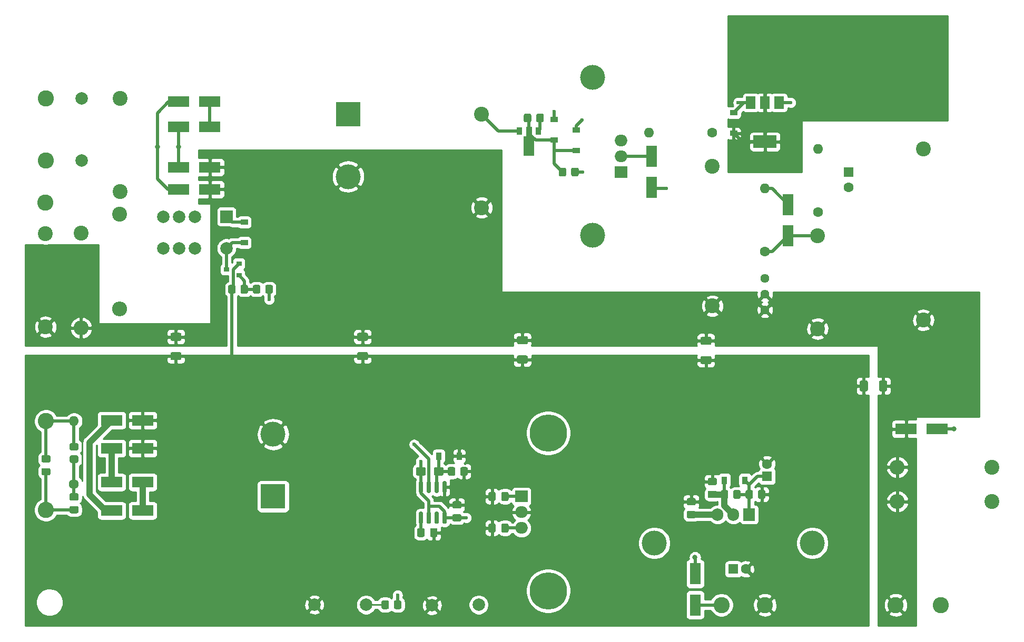
<source format=gbr>
G04 #@! TF.GenerationSoftware,KiCad,Pcbnew,(5.1.10-1-10_14)*
G04 #@! TF.CreationDate,2021-09-02T12:48:23+02:00*
G04 #@! TF.ProjectId,hv-power-supply,68762d70-6f77-4657-922d-737570706c79,rev?*
G04 #@! TF.SameCoordinates,Original*
G04 #@! TF.FileFunction,Copper,L1,Top*
G04 #@! TF.FilePolarity,Positive*
%FSLAX46Y46*%
G04 Gerber Fmt 4.6, Leading zero omitted, Abs format (unit mm)*
G04 Created by KiCad (PCBNEW (5.1.10-1-10_14)) date 2021-09-02 12:48:23*
%MOMM*%
%LPD*%
G01*
G04 APERTURE LIST*
G04 #@! TA.AperFunction,ComponentPad*
%ADD10O,1.600000X1.600000*%
G04 #@! TD*
G04 #@! TA.AperFunction,ComponentPad*
%ADD11C,1.600000*%
G04 #@! TD*
G04 #@! TA.AperFunction,SMDPad,CuDef*
%ADD12C,0.100000*%
G04 #@! TD*
G04 #@! TA.AperFunction,SMDPad,CuDef*
%ADD13R,0.900000X1.300000*%
G04 #@! TD*
G04 #@! TA.AperFunction,SMDPad,CuDef*
%ADD14R,1.500000X2.000000*%
G04 #@! TD*
G04 #@! TA.AperFunction,SMDPad,CuDef*
%ADD15R,3.800000X2.000000*%
G04 #@! TD*
G04 #@! TA.AperFunction,ComponentPad*
%ADD16O,2.400000X2.400000*%
G04 #@! TD*
G04 #@! TA.AperFunction,ComponentPad*
%ADD17C,2.400000*%
G04 #@! TD*
G04 #@! TA.AperFunction,ComponentPad*
%ADD18C,2.000000*%
G04 #@! TD*
G04 #@! TA.AperFunction,ComponentPad*
%ADD19R,2.000000X2.000000*%
G04 #@! TD*
G04 #@! TA.AperFunction,ComponentPad*
%ADD20C,2.600000*%
G04 #@! TD*
G04 #@! TA.AperFunction,ComponentPad*
%ADD21C,6.000000*%
G04 #@! TD*
G04 #@! TA.AperFunction,ComponentPad*
%ADD22C,4.000000*%
G04 #@! TD*
G04 #@! TA.AperFunction,SMDPad,CuDef*
%ADD23R,3.500000X1.800000*%
G04 #@! TD*
G04 #@! TA.AperFunction,SMDPad,CuDef*
%ADD24R,1.800000X3.500000*%
G04 #@! TD*
G04 #@! TA.AperFunction,SMDPad,CuDef*
%ADD25R,1.200000X0.900000*%
G04 #@! TD*
G04 #@! TA.AperFunction,SMDPad,CuDef*
%ADD26R,0.900000X1.200000*%
G04 #@! TD*
G04 #@! TA.AperFunction,ComponentPad*
%ADD27R,4.000000X4.000000*%
G04 #@! TD*
G04 #@! TA.AperFunction,ComponentPad*
%ADD28R,1.600000X1.600000*%
G04 #@! TD*
G04 #@! TA.AperFunction,ComponentPad*
%ADD29O,2.000000X1.905000*%
G04 #@! TD*
G04 #@! TA.AperFunction,ComponentPad*
%ADD30R,2.000000X1.905000*%
G04 #@! TD*
G04 #@! TA.AperFunction,ComponentPad*
%ADD31O,1.905000X2.000000*%
G04 #@! TD*
G04 #@! TA.AperFunction,ComponentPad*
%ADD32R,1.905000X2.000000*%
G04 #@! TD*
G04 #@! TA.AperFunction,SMDPad,CuDef*
%ADD33R,0.900000X0.800000*%
G04 #@! TD*
G04 #@! TA.AperFunction,ComponentPad*
%ADD34C,1.440000*%
G04 #@! TD*
G04 #@! TA.AperFunction,ViaPad*
%ADD35C,1.000000*%
G04 #@! TD*
G04 #@! TA.AperFunction,ViaPad*
%ADD36C,0.600000*%
G04 #@! TD*
G04 #@! TA.AperFunction,ViaPad*
%ADD37C,0.800000*%
G04 #@! TD*
G04 #@! TA.AperFunction,Conductor*
%ADD38C,1.000000*%
G04 #@! TD*
G04 #@! TA.AperFunction,Conductor*
%ADD39C,0.500000*%
G04 #@! TD*
G04 #@! TA.AperFunction,Conductor*
%ADD40C,0.250000*%
G04 #@! TD*
G04 #@! TA.AperFunction,Conductor*
%ADD41C,0.254000*%
G04 #@! TD*
G04 #@! TA.AperFunction,Conductor*
%ADD42C,0.100000*%
G04 #@! TD*
G04 APERTURE END LIST*
D10*
X151257000Y-72263000D03*
D11*
X161417000Y-72263000D03*
G04 #@! TA.AperFunction,SMDPad,CuDef*
D12*
G36*
X131062500Y-75959000D02*
G01*
X131062500Y-72834000D01*
X131479000Y-72834000D01*
X131479000Y-71359000D01*
X132379000Y-71359000D01*
X132379000Y-72834000D01*
X132795500Y-72834000D01*
X132795500Y-75959000D01*
X131062500Y-75959000D01*
G37*
G04 #@! TD.AperFunction*
D13*
X130429000Y-72009000D03*
X133429000Y-72009000D03*
D14*
X172162500Y-67437000D03*
X167562500Y-67437000D03*
X169862500Y-67437000D03*
D15*
X169862500Y-73737000D03*
D16*
X191135000Y-126111000D03*
D17*
X206375000Y-126111000D03*
D16*
X191135000Y-131635500D03*
D17*
X206375000Y-131635500D03*
D10*
X58801000Y-118681500D03*
D11*
X58801000Y-128841500D03*
D16*
X66167000Y-100647500D03*
D17*
X66167000Y-85407500D03*
D16*
X59944000Y-103695500D03*
D17*
X59944000Y-88455500D03*
G04 #@! TA.AperFunction,SMDPad,CuDef*
G36*
G01*
X59251001Y-123409000D02*
X58350999Y-123409000D01*
G75*
G02*
X58101000Y-123159001I0J249999D01*
G01*
X58101000Y-122458999D01*
G75*
G02*
X58350999Y-122209000I249999J0D01*
G01*
X59251001Y-122209000D01*
G75*
G02*
X59501000Y-122458999I0J-249999D01*
G01*
X59501000Y-123159001D01*
G75*
G02*
X59251001Y-123409000I-249999J0D01*
G01*
G37*
G04 #@! TD.AperFunction*
G04 #@! TA.AperFunction,SMDPad,CuDef*
G36*
G01*
X59251001Y-125409000D02*
X58350999Y-125409000D01*
G75*
G02*
X58101000Y-125159001I0J249999D01*
G01*
X58101000Y-124458999D01*
G75*
G02*
X58350999Y-124209000I249999J0D01*
G01*
X59251001Y-124209000D01*
G75*
G02*
X59501000Y-124458999I0J-249999D01*
G01*
X59501000Y-125159001D01*
G75*
G02*
X59251001Y-125409000I-249999J0D01*
G01*
G37*
G04 #@! TD.AperFunction*
D18*
X73152000Y-85788500D03*
X73152000Y-90868500D03*
X78232000Y-85788500D03*
D19*
X83312000Y-85788500D03*
D18*
X78232000Y-90868500D03*
X83312000Y-90868500D03*
X75692000Y-85788500D03*
X75692000Y-90868500D03*
D20*
X54229000Y-83566000D03*
X54292500Y-76771500D03*
X54292500Y-66802000D03*
X54292500Y-118681500D03*
X54292500Y-132969000D03*
D21*
X135026400Y-145999200D03*
X135026400Y-120599200D03*
D22*
X142176500Y-63373000D03*
X142176500Y-88773000D03*
D23*
X192548500Y-119951500D03*
X197548500Y-119951500D03*
D24*
X173609000Y-88836500D03*
X173609000Y-83836500D03*
D25*
X164846000Y-72388000D03*
X164846000Y-69088000D03*
D24*
X151638000Y-81073000D03*
X151638000Y-76073000D03*
D23*
X75645000Y-67310000D03*
X80645000Y-67310000D03*
D26*
X166647400Y-128193800D03*
X163347400Y-128193800D03*
D24*
X158648400Y-148259800D03*
X158648400Y-143259800D03*
D25*
X135953500Y-70169500D03*
X135953500Y-73469500D03*
X139509500Y-71884000D03*
X139509500Y-75184000D03*
D23*
X75645000Y-71374000D03*
X80645000Y-71374000D03*
X80645000Y-81407000D03*
X75645000Y-81407000D03*
X80645000Y-77851000D03*
X75645000Y-77851000D03*
X64850000Y-133096000D03*
X69850000Y-133096000D03*
X64850000Y-128524000D03*
X69850000Y-128524000D03*
X69850000Y-118554500D03*
X64850000Y-118554500D03*
X69850000Y-123063000D03*
X64850000Y-123063000D03*
D25*
X86169500Y-89977500D03*
X86169500Y-86677500D03*
G04 #@! TA.AperFunction,SMDPad,CuDef*
G36*
G01*
X116636700Y-127196401D02*
X116636700Y-126346399D01*
G75*
G02*
X116886699Y-126096400I249999J0D01*
G01*
X117961701Y-126096400D01*
G75*
G02*
X118211700Y-126346399I0J-249999D01*
G01*
X118211700Y-127196401D01*
G75*
G02*
X117961701Y-127446400I-249999J0D01*
G01*
X116886699Y-127446400D01*
G75*
G02*
X116636700Y-127196401I0J249999D01*
G01*
G37*
G04 #@! TD.AperFunction*
G04 #@! TA.AperFunction,SMDPad,CuDef*
G36*
G01*
X113761700Y-127196401D02*
X113761700Y-126346399D01*
G75*
G02*
X114011699Y-126096400I249999J0D01*
G01*
X115086701Y-126096400D01*
G75*
G02*
X115336700Y-126346399I0J-249999D01*
G01*
X115336700Y-127196401D01*
G75*
G02*
X115086701Y-127446400I-249999J0D01*
G01*
X114011699Y-127446400D01*
G75*
G02*
X113761700Y-127196401I0J249999D01*
G01*
G37*
G04 #@! TD.AperFunction*
D22*
X90805000Y-120810000D03*
D27*
X90805000Y-130810000D03*
D17*
X178308000Y-103836500D03*
X178308000Y-88836500D03*
G04 #@! TA.AperFunction,SMDPad,CuDef*
G36*
G01*
X161866600Y-128992300D02*
X160916600Y-128992300D01*
G75*
G02*
X160666600Y-128742300I0J250000D01*
G01*
X160666600Y-128067300D01*
G75*
G02*
X160916600Y-127817300I250000J0D01*
G01*
X161866600Y-127817300D01*
G75*
G02*
X162116600Y-128067300I0J-250000D01*
G01*
X162116600Y-128742300D01*
G75*
G02*
X161866600Y-128992300I-250000J0D01*
G01*
G37*
G04 #@! TD.AperFunction*
G04 #@! TA.AperFunction,SMDPad,CuDef*
G36*
G01*
X161866600Y-131067300D02*
X160916600Y-131067300D01*
G75*
G02*
X160666600Y-130817300I0J250000D01*
G01*
X160666600Y-130142300D01*
G75*
G02*
X160916600Y-129892300I250000J0D01*
G01*
X161866600Y-129892300D01*
G75*
G02*
X162116600Y-130142300I0J-250000D01*
G01*
X162116600Y-130817300D01*
G75*
G02*
X161866600Y-131067300I-250000J0D01*
G01*
G37*
G04 #@! TD.AperFunction*
X66230500Y-66724500D03*
X66230500Y-81724500D03*
D18*
X60071000Y-66771500D03*
X60071000Y-76771500D03*
G04 #@! TA.AperFunction,SMDPad,CuDef*
G36*
G01*
X59276000Y-131461000D02*
X58326000Y-131461000D01*
G75*
G02*
X58076000Y-131211000I0J250000D01*
G01*
X58076000Y-130536000D01*
G75*
G02*
X58326000Y-130286000I250000J0D01*
G01*
X59276000Y-130286000D01*
G75*
G02*
X59526000Y-130536000I0J-250000D01*
G01*
X59526000Y-131211000D01*
G75*
G02*
X59276000Y-131461000I-250000J0D01*
G01*
G37*
G04 #@! TD.AperFunction*
G04 #@! TA.AperFunction,SMDPad,CuDef*
G36*
G01*
X59276000Y-133536000D02*
X58326000Y-133536000D01*
G75*
G02*
X58076000Y-133286000I0J250000D01*
G01*
X58076000Y-132611000D01*
G75*
G02*
X58326000Y-132361000I250000J0D01*
G01*
X59276000Y-132361000D01*
G75*
G02*
X59526000Y-132611000I0J-250000D01*
G01*
X59526000Y-133286000D01*
G75*
G02*
X59276000Y-133536000I-250000J0D01*
G01*
G37*
G04 #@! TD.AperFunction*
D17*
X54229000Y-103519000D03*
X54229000Y-88519000D03*
G04 #@! TA.AperFunction,SMDPad,CuDef*
G36*
G01*
X54767500Y-125343500D02*
X53817500Y-125343500D01*
G75*
G02*
X53567500Y-125093500I0J250000D01*
G01*
X53567500Y-124418500D01*
G75*
G02*
X53817500Y-124168500I250000J0D01*
G01*
X54767500Y-124168500D01*
G75*
G02*
X55017500Y-124418500I0J-250000D01*
G01*
X55017500Y-125093500D01*
G75*
G02*
X54767500Y-125343500I-250000J0D01*
G01*
G37*
G04 #@! TD.AperFunction*
G04 #@! TA.AperFunction,SMDPad,CuDef*
G36*
G01*
X54767500Y-127418500D02*
X53817500Y-127418500D01*
G75*
G02*
X53567500Y-127168500I0J250000D01*
G01*
X53567500Y-126493500D01*
G75*
G02*
X53817500Y-126243500I250000J0D01*
G01*
X54767500Y-126243500D01*
G75*
G02*
X55017500Y-126493500I0J-250000D01*
G01*
X55017500Y-127168500D01*
G75*
G02*
X54767500Y-127418500I-250000J0D01*
G01*
G37*
G04 #@! TD.AperFunction*
D22*
X102870000Y-79342000D03*
D27*
X102870000Y-69342000D03*
D11*
X166782500Y-142494000D03*
D28*
X164782500Y-142494000D03*
D29*
X130708400Y-135890000D03*
X130708400Y-133350000D03*
D30*
X130708400Y-130810000D03*
D10*
X169862500Y-81280000D03*
D11*
X169862500Y-91440000D03*
D10*
X178371500Y-74866500D03*
D11*
X178371500Y-85026500D03*
D22*
X152082500Y-138303000D03*
X177482500Y-138303000D03*
D17*
X195326000Y-102430000D03*
X195326000Y-74930000D03*
D11*
X183324500Y-81089500D03*
D28*
X183324500Y-78589500D03*
D17*
X161417000Y-100160500D03*
X161417000Y-77660500D03*
G04 #@! TA.AperFunction,SMDPad,CuDef*
G36*
G01*
X159750599Y-108215600D02*
X161000601Y-108215600D01*
G75*
G02*
X161250600Y-108465599I0J-249999D01*
G01*
X161250600Y-109265601D01*
G75*
G02*
X161000601Y-109515600I-249999J0D01*
G01*
X159750599Y-109515600D01*
G75*
G02*
X159500600Y-109265601I0J249999D01*
G01*
X159500600Y-108465599D01*
G75*
G02*
X159750599Y-108215600I249999J0D01*
G01*
G37*
G04 #@! TD.AperFunction*
G04 #@! TA.AperFunction,SMDPad,CuDef*
G36*
G01*
X159750599Y-105115600D02*
X161000601Y-105115600D01*
G75*
G02*
X161250600Y-105365599I0J-249999D01*
G01*
X161250600Y-106165601D01*
G75*
G02*
X161000601Y-106415600I-249999J0D01*
G01*
X159750599Y-106415600D01*
G75*
G02*
X159500600Y-106165601I0J249999D01*
G01*
X159500600Y-105365599D01*
G75*
G02*
X159750599Y-105115600I249999J0D01*
G01*
G37*
G04 #@! TD.AperFunction*
G04 #@! TA.AperFunction,SMDPad,CuDef*
G36*
G01*
X130248499Y-108114000D02*
X131498501Y-108114000D01*
G75*
G02*
X131748500Y-108363999I0J-249999D01*
G01*
X131748500Y-109164001D01*
G75*
G02*
X131498501Y-109414000I-249999J0D01*
G01*
X130248499Y-109414000D01*
G75*
G02*
X129998500Y-109164001I0J249999D01*
G01*
X129998500Y-108363999D01*
G75*
G02*
X130248499Y-108114000I249999J0D01*
G01*
G37*
G04 #@! TD.AperFunction*
G04 #@! TA.AperFunction,SMDPad,CuDef*
G36*
G01*
X130248499Y-105014000D02*
X131498501Y-105014000D01*
G75*
G02*
X131748500Y-105263999I0J-249999D01*
G01*
X131748500Y-106064001D01*
G75*
G02*
X131498501Y-106314000I-249999J0D01*
G01*
X130248499Y-106314000D01*
G75*
G02*
X129998500Y-106064001I0J249999D01*
G01*
X129998500Y-105263999D01*
G75*
G02*
X130248499Y-105014000I249999J0D01*
G01*
G37*
G04 #@! TD.AperFunction*
G04 #@! TA.AperFunction,SMDPad,CuDef*
G36*
G01*
X138719000Y-79063001D02*
X138719000Y-78162999D01*
G75*
G02*
X138968999Y-77913000I249999J0D01*
G01*
X139669001Y-77913000D01*
G75*
G02*
X139919000Y-78162999I0J-249999D01*
G01*
X139919000Y-79063001D01*
G75*
G02*
X139669001Y-79313000I-249999J0D01*
G01*
X138968999Y-79313000D01*
G75*
G02*
X138719000Y-79063001I0J249999D01*
G01*
G37*
G04 #@! TD.AperFunction*
G04 #@! TA.AperFunction,SMDPad,CuDef*
G36*
G01*
X136719000Y-79063001D02*
X136719000Y-78162999D01*
G75*
G02*
X136968999Y-77913000I249999J0D01*
G01*
X137669001Y-77913000D01*
G75*
G02*
X137919000Y-78162999I0J-249999D01*
G01*
X137919000Y-79063001D01*
G75*
G02*
X137669001Y-79313000I-249999J0D01*
G01*
X136968999Y-79313000D01*
G75*
G02*
X136719000Y-79063001I0J249999D01*
G01*
G37*
G04 #@! TD.AperFunction*
G04 #@! TA.AperFunction,SMDPad,CuDef*
G36*
G01*
X133099000Y-70363501D02*
X133099000Y-69463499D01*
G75*
G02*
X133348999Y-69213500I249999J0D01*
G01*
X134049001Y-69213500D01*
G75*
G02*
X134299000Y-69463499I0J-249999D01*
G01*
X134299000Y-70363501D01*
G75*
G02*
X134049001Y-70613500I-249999J0D01*
G01*
X133348999Y-70613500D01*
G75*
G02*
X133099000Y-70363501I0J249999D01*
G01*
G37*
G04 #@! TD.AperFunction*
G04 #@! TA.AperFunction,SMDPad,CuDef*
G36*
G01*
X131099000Y-70363501D02*
X131099000Y-69463499D01*
G75*
G02*
X131348999Y-69213500I249999J0D01*
G01*
X132049001Y-69213500D01*
G75*
G02*
X132299000Y-69463499I0J-249999D01*
G01*
X132299000Y-70363501D01*
G75*
G02*
X132049001Y-70613500I-249999J0D01*
G01*
X131348999Y-70613500D01*
G75*
G02*
X131099000Y-70363501I0J249999D01*
G01*
G37*
G04 #@! TD.AperFunction*
G04 #@! TA.AperFunction,SMDPad,CuDef*
G36*
G01*
X120820200Y-132751500D02*
X119870200Y-132751500D01*
G75*
G02*
X119620200Y-132501500I0J250000D01*
G01*
X119620200Y-131826500D01*
G75*
G02*
X119870200Y-131576500I250000J0D01*
G01*
X120820200Y-131576500D01*
G75*
G02*
X121070200Y-131826500I0J-250000D01*
G01*
X121070200Y-132501500D01*
G75*
G02*
X120820200Y-132751500I-250000J0D01*
G01*
G37*
G04 #@! TD.AperFunction*
G04 #@! TA.AperFunction,SMDPad,CuDef*
G36*
G01*
X120820200Y-134826500D02*
X119870200Y-134826500D01*
G75*
G02*
X119620200Y-134576500I0J250000D01*
G01*
X119620200Y-133901500D01*
G75*
G02*
X119870200Y-133651500I250000J0D01*
G01*
X120820200Y-133651500D01*
G75*
G02*
X121070200Y-133901500I0J-250000D01*
G01*
X121070200Y-134576500D01*
G75*
G02*
X120820200Y-134826500I-250000J0D01*
G01*
G37*
G04 #@! TD.AperFunction*
G04 #@! TA.AperFunction,SMDPad,CuDef*
G36*
G01*
X116041500Y-137101600D02*
X116041500Y-136151600D01*
G75*
G02*
X116291500Y-135901600I250000J0D01*
G01*
X116966500Y-135901600D01*
G75*
G02*
X117216500Y-136151600I0J-250000D01*
G01*
X117216500Y-137101600D01*
G75*
G02*
X116966500Y-137351600I-250000J0D01*
G01*
X116291500Y-137351600D01*
G75*
G02*
X116041500Y-137101600I0J250000D01*
G01*
G37*
G04 #@! TD.AperFunction*
G04 #@! TA.AperFunction,SMDPad,CuDef*
G36*
G01*
X113966500Y-137101600D02*
X113966500Y-136151600D01*
G75*
G02*
X114216500Y-135901600I250000J0D01*
G01*
X114891500Y-135901600D01*
G75*
G02*
X115141500Y-136151600I0J-250000D01*
G01*
X115141500Y-137101600D01*
G75*
G02*
X114891500Y-137351600I-250000J0D01*
G01*
X114216500Y-137351600D01*
G75*
G02*
X113966500Y-137101600I0J250000D01*
G01*
G37*
G04 #@! TD.AperFunction*
G04 #@! TA.AperFunction,SMDPad,CuDef*
G36*
G01*
X126579300Y-135415000D02*
X126579300Y-136365000D01*
G75*
G02*
X126329300Y-136615000I-250000J0D01*
G01*
X125654300Y-136615000D01*
G75*
G02*
X125404300Y-136365000I0J250000D01*
G01*
X125404300Y-135415000D01*
G75*
G02*
X125654300Y-135165000I250000J0D01*
G01*
X126329300Y-135165000D01*
G75*
G02*
X126579300Y-135415000I0J-250000D01*
G01*
G37*
G04 #@! TD.AperFunction*
G04 #@! TA.AperFunction,SMDPad,CuDef*
G36*
G01*
X128654300Y-135415000D02*
X128654300Y-136365000D01*
G75*
G02*
X128404300Y-136615000I-250000J0D01*
G01*
X127729300Y-136615000D01*
G75*
G02*
X127479300Y-136365000I0J250000D01*
G01*
X127479300Y-135415000D01*
G75*
G02*
X127729300Y-135165000I250000J0D01*
G01*
X128404300Y-135165000D01*
G75*
G02*
X128654300Y-135415000I0J-250000D01*
G01*
G37*
G04 #@! TD.AperFunction*
G04 #@! TA.AperFunction,SMDPad,CuDef*
G36*
G01*
X126579300Y-130335000D02*
X126579300Y-131285000D01*
G75*
G02*
X126329300Y-131535000I-250000J0D01*
G01*
X125654300Y-131535000D01*
G75*
G02*
X125404300Y-131285000I0J250000D01*
G01*
X125404300Y-130335000D01*
G75*
G02*
X125654300Y-130085000I250000J0D01*
G01*
X126329300Y-130085000D01*
G75*
G02*
X126579300Y-130335000I0J-250000D01*
G01*
G37*
G04 #@! TD.AperFunction*
G04 #@! TA.AperFunction,SMDPad,CuDef*
G36*
G01*
X128654300Y-130335000D02*
X128654300Y-131285000D01*
G75*
G02*
X128404300Y-131535000I-250000J0D01*
G01*
X127729300Y-131535000D01*
G75*
G02*
X127479300Y-131285000I0J250000D01*
G01*
X127479300Y-130335000D01*
G75*
G02*
X127729300Y-130085000I250000J0D01*
G01*
X128404300Y-130085000D01*
G75*
G02*
X128654300Y-130335000I0J-250000D01*
G01*
G37*
G04 #@! TD.AperFunction*
G04 #@! TA.AperFunction,SMDPad,CuDef*
G36*
G01*
X158488400Y-132243500D02*
X157538400Y-132243500D01*
G75*
G02*
X157288400Y-131993500I0J250000D01*
G01*
X157288400Y-131318500D01*
G75*
G02*
X157538400Y-131068500I250000J0D01*
G01*
X158488400Y-131068500D01*
G75*
G02*
X158738400Y-131318500I0J-250000D01*
G01*
X158738400Y-131993500D01*
G75*
G02*
X158488400Y-132243500I-250000J0D01*
G01*
G37*
G04 #@! TD.AperFunction*
G04 #@! TA.AperFunction,SMDPad,CuDef*
G36*
G01*
X158488400Y-134318500D02*
X157538400Y-134318500D01*
G75*
G02*
X157288400Y-134068500I0J250000D01*
G01*
X157288400Y-133393500D01*
G75*
G02*
X157538400Y-133143500I250000J0D01*
G01*
X158488400Y-133143500D01*
G75*
G02*
X158738400Y-133393500I0J-250000D01*
G01*
X158738400Y-134068500D01*
G75*
G02*
X158488400Y-134318500I-250000J0D01*
G01*
G37*
G04 #@! TD.AperFunction*
G04 #@! TA.AperFunction,SMDPad,CuDef*
G36*
G01*
X110220200Y-148684401D02*
X110220200Y-147784399D01*
G75*
G02*
X110470199Y-147534400I249999J0D01*
G01*
X111170201Y-147534400D01*
G75*
G02*
X111420200Y-147784399I0J-249999D01*
G01*
X111420200Y-148684401D01*
G75*
G02*
X111170201Y-148934400I-249999J0D01*
G01*
X110470199Y-148934400D01*
G75*
G02*
X110220200Y-148684401I0J249999D01*
G01*
G37*
G04 #@! TD.AperFunction*
G04 #@! TA.AperFunction,SMDPad,CuDef*
G36*
G01*
X108220200Y-148684401D02*
X108220200Y-147784399D01*
G75*
G02*
X108470199Y-147534400I249999J0D01*
G01*
X109170201Y-147534400D01*
G75*
G02*
X109420200Y-147784399I0J-249999D01*
G01*
X109420200Y-148684401D01*
G75*
G02*
X109170201Y-148934400I-249999J0D01*
G01*
X108470199Y-148934400D01*
G75*
G02*
X108220200Y-148684401I0J249999D01*
G01*
G37*
G04 #@! TD.AperFunction*
D18*
X116357400Y-148336000D03*
X123850400Y-148234400D03*
X97434400Y-148234400D03*
X105740200Y-148234400D03*
G04 #@! TA.AperFunction,SMDPad,CuDef*
G36*
G01*
X118214000Y-133264000D02*
X118514000Y-133264000D01*
G75*
G02*
X118664000Y-133414000I0J-150000D01*
G01*
X118664000Y-135064000D01*
G75*
G02*
X118514000Y-135214000I-150000J0D01*
G01*
X118214000Y-135214000D01*
G75*
G02*
X118064000Y-135064000I0J150000D01*
G01*
X118064000Y-133414000D01*
G75*
G02*
X118214000Y-133264000I150000J0D01*
G01*
G37*
G04 #@! TD.AperFunction*
G04 #@! TA.AperFunction,SMDPad,CuDef*
G36*
G01*
X116944000Y-133264000D02*
X117244000Y-133264000D01*
G75*
G02*
X117394000Y-133414000I0J-150000D01*
G01*
X117394000Y-135064000D01*
G75*
G02*
X117244000Y-135214000I-150000J0D01*
G01*
X116944000Y-135214000D01*
G75*
G02*
X116794000Y-135064000I0J150000D01*
G01*
X116794000Y-133414000D01*
G75*
G02*
X116944000Y-133264000I150000J0D01*
G01*
G37*
G04 #@! TD.AperFunction*
G04 #@! TA.AperFunction,SMDPad,CuDef*
G36*
G01*
X115674000Y-133264000D02*
X115974000Y-133264000D01*
G75*
G02*
X116124000Y-133414000I0J-150000D01*
G01*
X116124000Y-135064000D01*
G75*
G02*
X115974000Y-135214000I-150000J0D01*
G01*
X115674000Y-135214000D01*
G75*
G02*
X115524000Y-135064000I0J150000D01*
G01*
X115524000Y-133414000D01*
G75*
G02*
X115674000Y-133264000I150000J0D01*
G01*
G37*
G04 #@! TD.AperFunction*
G04 #@! TA.AperFunction,SMDPad,CuDef*
G36*
G01*
X114404000Y-133264000D02*
X114704000Y-133264000D01*
G75*
G02*
X114854000Y-133414000I0J-150000D01*
G01*
X114854000Y-135064000D01*
G75*
G02*
X114704000Y-135214000I-150000J0D01*
G01*
X114404000Y-135214000D01*
G75*
G02*
X114254000Y-135064000I0J150000D01*
G01*
X114254000Y-133414000D01*
G75*
G02*
X114404000Y-133264000I150000J0D01*
G01*
G37*
G04 #@! TD.AperFunction*
G04 #@! TA.AperFunction,SMDPad,CuDef*
G36*
G01*
X114404000Y-128314000D02*
X114704000Y-128314000D01*
G75*
G02*
X114854000Y-128464000I0J-150000D01*
G01*
X114854000Y-130114000D01*
G75*
G02*
X114704000Y-130264000I-150000J0D01*
G01*
X114404000Y-130264000D01*
G75*
G02*
X114254000Y-130114000I0J150000D01*
G01*
X114254000Y-128464000D01*
G75*
G02*
X114404000Y-128314000I150000J0D01*
G01*
G37*
G04 #@! TD.AperFunction*
G04 #@! TA.AperFunction,SMDPad,CuDef*
G36*
G01*
X115674000Y-128314000D02*
X115974000Y-128314000D01*
G75*
G02*
X116124000Y-128464000I0J-150000D01*
G01*
X116124000Y-130114000D01*
G75*
G02*
X115974000Y-130264000I-150000J0D01*
G01*
X115674000Y-130264000D01*
G75*
G02*
X115524000Y-130114000I0J150000D01*
G01*
X115524000Y-128464000D01*
G75*
G02*
X115674000Y-128314000I150000J0D01*
G01*
G37*
G04 #@! TD.AperFunction*
G04 #@! TA.AperFunction,SMDPad,CuDef*
G36*
G01*
X116944000Y-128314000D02*
X117244000Y-128314000D01*
G75*
G02*
X117394000Y-128464000I0J-150000D01*
G01*
X117394000Y-130114000D01*
G75*
G02*
X117244000Y-130264000I-150000J0D01*
G01*
X116944000Y-130264000D01*
G75*
G02*
X116794000Y-130114000I0J150000D01*
G01*
X116794000Y-128464000D01*
G75*
G02*
X116944000Y-128314000I150000J0D01*
G01*
G37*
G04 #@! TD.AperFunction*
G04 #@! TA.AperFunction,SMDPad,CuDef*
G36*
G01*
X118214000Y-128314000D02*
X118514000Y-128314000D01*
G75*
G02*
X118664000Y-128464000I0J-150000D01*
G01*
X118664000Y-130114000D01*
G75*
G02*
X118514000Y-130264000I-150000J0D01*
G01*
X118214000Y-130264000D01*
G75*
G02*
X118064000Y-130114000I0J150000D01*
G01*
X118064000Y-128464000D01*
G75*
G02*
X118214000Y-128314000I150000J0D01*
G01*
G37*
G04 #@! TD.AperFunction*
D31*
X162242500Y-133731000D03*
X164782500Y-133731000D03*
D32*
X167322500Y-133731000D03*
G04 #@! TA.AperFunction,SMDPad,CuDef*
G36*
G01*
X186399000Y-112404999D02*
X186399000Y-113655001D01*
G75*
G02*
X186149001Y-113905000I-249999J0D01*
G01*
X185348999Y-113905000D01*
G75*
G02*
X185099000Y-113655001I0J249999D01*
G01*
X185099000Y-112404999D01*
G75*
G02*
X185348999Y-112155000I249999J0D01*
G01*
X186149001Y-112155000D01*
G75*
G02*
X186399000Y-112404999I0J-249999D01*
G01*
G37*
G04 #@! TD.AperFunction*
G04 #@! TA.AperFunction,SMDPad,CuDef*
G36*
G01*
X189499000Y-112404999D02*
X189499000Y-113655001D01*
G75*
G02*
X189249001Y-113905000I-249999J0D01*
G01*
X188448999Y-113905000D01*
G75*
G02*
X188199000Y-113655001I0J249999D01*
G01*
X188199000Y-112404999D01*
G75*
G02*
X188448999Y-112155000I249999J0D01*
G01*
X189249001Y-112155000D01*
G75*
G02*
X189499000Y-112404999I0J-249999D01*
G01*
G37*
G04 #@! TD.AperFunction*
G04 #@! TA.AperFunction,SMDPad,CuDef*
G36*
G01*
X104556399Y-107579400D02*
X105806401Y-107579400D01*
G75*
G02*
X106056400Y-107829399I0J-249999D01*
G01*
X106056400Y-108629401D01*
G75*
G02*
X105806401Y-108879400I-249999J0D01*
G01*
X104556399Y-108879400D01*
G75*
G02*
X104306400Y-108629401I0J249999D01*
G01*
X104306400Y-107829399D01*
G75*
G02*
X104556399Y-107579400I249999J0D01*
G01*
G37*
G04 #@! TD.AperFunction*
G04 #@! TA.AperFunction,SMDPad,CuDef*
G36*
G01*
X104556399Y-104479400D02*
X105806401Y-104479400D01*
G75*
G02*
X106056400Y-104729399I0J-249999D01*
G01*
X106056400Y-105529401D01*
G75*
G02*
X105806401Y-105779400I-249999J0D01*
G01*
X104556399Y-105779400D01*
G75*
G02*
X104306400Y-105529401I0J249999D01*
G01*
X104306400Y-104729399D01*
G75*
G02*
X104556399Y-104479400I249999J0D01*
G01*
G37*
G04 #@! TD.AperFunction*
G04 #@! TA.AperFunction,SMDPad,CuDef*
G36*
G01*
X74558999Y-107580000D02*
X75809001Y-107580000D01*
G75*
G02*
X76059000Y-107829999I0J-249999D01*
G01*
X76059000Y-108630001D01*
G75*
G02*
X75809001Y-108880000I-249999J0D01*
G01*
X74558999Y-108880000D01*
G75*
G02*
X74309000Y-108630001I0J249999D01*
G01*
X74309000Y-107829999D01*
G75*
G02*
X74558999Y-107580000I249999J0D01*
G01*
G37*
G04 #@! TD.AperFunction*
G04 #@! TA.AperFunction,SMDPad,CuDef*
G36*
G01*
X74558999Y-104480000D02*
X75809001Y-104480000D01*
G75*
G02*
X76059000Y-104729999I0J-249999D01*
G01*
X76059000Y-105530001D01*
G75*
G02*
X75809001Y-105780000I-249999J0D01*
G01*
X74558999Y-105780000D01*
G75*
G02*
X74309000Y-105530001I0J249999D01*
G01*
X74309000Y-104729999D01*
G75*
G02*
X74558999Y-104480000I249999J0D01*
G01*
G37*
G04 #@! TD.AperFunction*
G04 #@! TA.AperFunction,SMDPad,CuDef*
G36*
G01*
X84769500Y-97022499D02*
X84769500Y-97922501D01*
G75*
G02*
X84519501Y-98172500I-249999J0D01*
G01*
X83819499Y-98172500D01*
G75*
G02*
X83569500Y-97922501I0J249999D01*
G01*
X83569500Y-97022499D01*
G75*
G02*
X83819499Y-96772500I249999J0D01*
G01*
X84519501Y-96772500D01*
G75*
G02*
X84769500Y-97022499I0J-249999D01*
G01*
G37*
G04 #@! TD.AperFunction*
G04 #@! TA.AperFunction,SMDPad,CuDef*
G36*
G01*
X86769500Y-97022499D02*
X86769500Y-97922501D01*
G75*
G02*
X86519501Y-98172500I-249999J0D01*
G01*
X85819499Y-98172500D01*
G75*
G02*
X85569500Y-97922501I0J249999D01*
G01*
X85569500Y-97022499D01*
G75*
G02*
X85819499Y-96772500I249999J0D01*
G01*
X86519501Y-96772500D01*
G75*
G02*
X86769500Y-97022499I0J-249999D01*
G01*
G37*
G04 #@! TD.AperFunction*
G04 #@! TA.AperFunction,SMDPad,CuDef*
G36*
G01*
X89554000Y-97922501D02*
X89554000Y-97022499D01*
G75*
G02*
X89803999Y-96772500I249999J0D01*
G01*
X90504001Y-96772500D01*
G75*
G02*
X90754000Y-97022499I0J-249999D01*
G01*
X90754000Y-97922501D01*
G75*
G02*
X90504001Y-98172500I-249999J0D01*
G01*
X89803999Y-98172500D01*
G75*
G02*
X89554000Y-97922501I0J249999D01*
G01*
G37*
G04 #@! TD.AperFunction*
G04 #@! TA.AperFunction,SMDPad,CuDef*
G36*
G01*
X87554000Y-97922501D02*
X87554000Y-97022499D01*
G75*
G02*
X87803999Y-96772500I249999J0D01*
G01*
X88504001Y-96772500D01*
G75*
G02*
X88754000Y-97022499I0J-249999D01*
G01*
X88754000Y-97922501D01*
G75*
G02*
X88504001Y-98172500I-249999J0D01*
G01*
X87803999Y-98172500D01*
G75*
G02*
X87554000Y-97922501I0J249999D01*
G01*
G37*
G04 #@! TD.AperFunction*
G04 #@! TA.AperFunction,SMDPad,CuDef*
G36*
G01*
X120881600Y-127221401D02*
X120881600Y-126321399D01*
G75*
G02*
X121131599Y-126071400I249999J0D01*
G01*
X121831601Y-126071400D01*
G75*
G02*
X122081600Y-126321399I0J-249999D01*
G01*
X122081600Y-127221401D01*
G75*
G02*
X121831601Y-127471400I-249999J0D01*
G01*
X121131599Y-127471400D01*
G75*
G02*
X120881600Y-127221401I0J249999D01*
G01*
G37*
G04 #@! TD.AperFunction*
G04 #@! TA.AperFunction,SMDPad,CuDef*
G36*
G01*
X118881600Y-127221401D02*
X118881600Y-126321399D01*
G75*
G02*
X119131599Y-126071400I249999J0D01*
G01*
X119831601Y-126071400D01*
G75*
G02*
X120081600Y-126321399I0J-249999D01*
G01*
X120081600Y-127221401D01*
G75*
G02*
X119831601Y-127471400I-249999J0D01*
G01*
X119131599Y-127471400D01*
G75*
G02*
X118881600Y-127221401I0J249999D01*
G01*
G37*
G04 #@! TD.AperFunction*
G04 #@! TA.AperFunction,SMDPad,CuDef*
G36*
G01*
X164754000Y-130929801D02*
X164754000Y-130029799D01*
G75*
G02*
X165003999Y-129779800I249999J0D01*
G01*
X165704001Y-129779800D01*
G75*
G02*
X165954000Y-130029799I0J-249999D01*
G01*
X165954000Y-130929801D01*
G75*
G02*
X165704001Y-131179800I-249999J0D01*
G01*
X165003999Y-131179800D01*
G75*
G02*
X164754000Y-130929801I0J249999D01*
G01*
G37*
G04 #@! TD.AperFunction*
G04 #@! TA.AperFunction,SMDPad,CuDef*
G36*
G01*
X162754000Y-130929801D02*
X162754000Y-130029799D01*
G75*
G02*
X163003999Y-129779800I249999J0D01*
G01*
X163704001Y-129779800D01*
G75*
G02*
X163954000Y-130029799I0J-249999D01*
G01*
X163954000Y-130929801D01*
G75*
G02*
X163704001Y-131179800I-249999J0D01*
G01*
X163003999Y-131179800D01*
G75*
G02*
X162754000Y-130929801I0J249999D01*
G01*
G37*
G04 #@! TD.AperFunction*
G04 #@! TA.AperFunction,SMDPad,CuDef*
G36*
G01*
X168735200Y-130929801D02*
X168735200Y-130029799D01*
G75*
G02*
X168985199Y-129779800I249999J0D01*
G01*
X169685201Y-129779800D01*
G75*
G02*
X169935200Y-130029799I0J-249999D01*
G01*
X169935200Y-130929801D01*
G75*
G02*
X169685201Y-131179800I-249999J0D01*
G01*
X168985199Y-131179800D01*
G75*
G02*
X168735200Y-130929801I0J249999D01*
G01*
G37*
G04 #@! TD.AperFunction*
G04 #@! TA.AperFunction,SMDPad,CuDef*
G36*
G01*
X166735200Y-130929801D02*
X166735200Y-130029799D01*
G75*
G02*
X166985199Y-129779800I249999J0D01*
G01*
X167685201Y-129779800D01*
G75*
G02*
X167935200Y-130029799I0J-249999D01*
G01*
X167935200Y-130929801D01*
G75*
G02*
X167685201Y-131179800I-249999J0D01*
G01*
X166985199Y-131179800D01*
G75*
G02*
X166735200Y-130929801I0J249999D01*
G01*
G37*
G04 #@! TD.AperFunction*
D33*
X83312000Y-94297500D03*
X85312000Y-93347500D03*
X85312000Y-95247500D03*
D20*
X169849800Y-148272500D03*
X162877500Y-148272500D03*
D26*
X120725200Y-124307600D03*
X117425200Y-124307600D03*
D11*
X170205400Y-125584200D03*
D28*
X170205400Y-127584200D03*
D20*
X190881000Y-148272500D03*
D34*
X169862500Y-100838000D03*
X169862500Y-98298000D03*
X169862500Y-95758000D03*
D29*
X146748500Y-73533000D03*
X146748500Y-76073000D03*
D30*
X146748500Y-78613000D03*
D20*
X198120000Y-148272500D03*
D17*
X124333000Y-84342000D03*
X124333000Y-69342000D03*
D35*
X61277500Y-125730000D03*
D36*
X80645000Y-69342000D03*
X165544500Y-67437000D03*
X140462000Y-70231000D03*
X173990000Y-67437000D03*
X140589000Y-78613000D03*
D37*
X158623000Y-140614400D03*
D35*
X69850000Y-130810000D03*
D37*
X72199500Y-74549000D03*
D36*
X90170000Y-99123500D03*
X113474500Y-122428000D03*
X169862500Y-65595500D03*
D37*
X200215500Y-119951500D03*
D36*
X153987500Y-81280000D03*
X135953500Y-68897500D03*
D35*
X64850000Y-125746500D03*
D36*
X121856500Y-134239000D03*
X110807500Y-146685000D03*
X114554000Y-125158500D03*
D37*
X75645000Y-74596000D03*
D38*
X64850000Y-133096000D02*
X63881000Y-133096000D01*
X63881000Y-133096000D02*
X61277500Y-130492500D01*
X61277500Y-122127000D02*
X64850000Y-118554500D01*
D39*
X54292500Y-124756000D02*
X54292500Y-118681500D01*
X58801000Y-122809000D02*
X58801000Y-118681500D01*
X58801000Y-118681500D02*
X54292500Y-118681500D01*
D38*
X61277500Y-125730000D02*
X61277500Y-122127000D01*
X61277500Y-130492500D02*
X61277500Y-125730000D01*
D39*
X58801000Y-130873500D02*
X58801000Y-128841500D01*
X58801000Y-128841500D02*
X58801000Y-124809000D01*
X80645000Y-67310000D02*
X80645000Y-71374000D01*
X127000000Y-72009000D02*
X124333000Y-69342000D01*
X130429000Y-72009000D02*
X127000000Y-72009000D01*
X146748500Y-76073000D02*
X151638000Y-76073000D01*
X165544500Y-67437000D02*
X167562500Y-67437000D01*
X166497000Y-67437000D02*
X164846000Y-69088000D01*
X167562500Y-67437000D02*
X166497000Y-67437000D01*
X139509500Y-71183500D02*
X140462000Y-70231000D01*
X139509500Y-71884000D02*
X139509500Y-71183500D01*
X173990000Y-67437000D02*
X172162500Y-67437000D01*
X135953500Y-77247500D02*
X137319000Y-78613000D01*
X139509500Y-75184000D02*
X136017000Y-75184000D01*
X135953500Y-75247500D02*
X135953500Y-77247500D01*
X136017000Y-75184000D02*
X135953500Y-75247500D01*
X135953500Y-73469500D02*
X135953500Y-75247500D01*
X131929000Y-72194002D02*
X131929000Y-72096500D01*
X131929000Y-70143500D02*
X131699000Y-69913500D01*
X131929000Y-72096500D02*
X131929000Y-70143500D01*
X131929000Y-72419002D02*
X131929000Y-72096500D01*
X132979498Y-73469500D02*
X131929000Y-72419002D01*
X135953500Y-73469500D02*
X132979498Y-73469500D01*
X133699000Y-71739000D02*
X133429000Y-72009000D01*
X133699000Y-69913500D02*
X133699000Y-71739000D01*
X140589000Y-78613000D02*
X139319000Y-78613000D01*
D40*
X84169500Y-110522000D02*
X84169500Y-110395000D01*
D39*
X84169500Y-97472500D02*
X84169500Y-110395000D01*
X84411999Y-97230001D02*
X84169500Y-97472500D01*
X84411999Y-94247501D02*
X84411999Y-97230001D01*
X85312000Y-93347500D02*
X84411999Y-94247501D01*
D38*
X162242500Y-133731000D02*
X158013400Y-133731000D01*
D39*
X158648400Y-140639800D02*
X158623000Y-140614400D01*
X158648400Y-143259800D02*
X158648400Y-140639800D01*
X130708400Y-130810000D02*
X128066800Y-130810000D01*
D38*
X69850000Y-130810000D02*
X69850000Y-128524000D01*
X69850000Y-133096000D02*
X69850000Y-130810000D01*
D39*
X167322500Y-130492500D02*
X167335200Y-130479800D01*
X167322500Y-133731000D02*
X167322500Y-130492500D01*
X167335200Y-130479800D02*
X165354000Y-130479800D01*
X167335200Y-128881600D02*
X166647400Y-128193800D01*
X167335200Y-130479800D02*
X167335200Y-128881600D01*
X168632600Y-127584200D02*
X167335200Y-128881600D01*
X170205400Y-127584200D02*
X168632600Y-127584200D01*
D38*
X163354000Y-132302500D02*
X164782500Y-133731000D01*
X163354000Y-130479800D02*
X163354000Y-132302500D01*
X163354000Y-130479800D02*
X161391600Y-130479800D01*
D40*
X163354000Y-128200400D02*
X163347400Y-128193800D01*
D39*
X163354000Y-130479800D02*
X163354000Y-128200400D01*
X158661100Y-148272500D02*
X158648400Y-148259800D01*
X162877500Y-148272500D02*
X158661100Y-148272500D01*
X117094000Y-127101600D02*
X117424200Y-126771400D01*
X117094000Y-129289000D02*
X117094000Y-127101600D01*
X119481600Y-126771400D02*
X117424200Y-126771400D01*
X117424200Y-124308600D02*
X117425200Y-124307600D01*
X117424200Y-126771400D02*
X117424200Y-124308600D01*
X75645000Y-81407000D02*
X73914000Y-81407000D01*
X73914000Y-81407000D02*
X72199500Y-79692500D01*
X74041000Y-67310000D02*
X75645000Y-67310000D01*
X72199500Y-69151500D02*
X74041000Y-67310000D01*
X72199500Y-74549000D02*
X72199500Y-69151500D01*
X72199500Y-79692500D02*
X72199500Y-74549000D01*
X86169500Y-96105000D02*
X85312000Y-95247500D01*
X86169500Y-97472500D02*
X86169500Y-96105000D01*
X88154000Y-97472500D02*
X86169500Y-97472500D01*
X90154000Y-99107500D02*
X90170000Y-99123500D01*
X90154000Y-97472500D02*
X90154000Y-99107500D01*
X115824000Y-124777500D02*
X115824000Y-129289000D01*
X113474500Y-122428000D02*
X115824000Y-124777500D01*
D40*
X108820200Y-148234400D02*
X105740200Y-148234400D01*
D39*
X114554000Y-136626600D02*
X114554000Y-134239000D01*
X171005500Y-91440000D02*
X173609000Y-88836500D01*
X169862500Y-91440000D02*
X171005500Y-91440000D01*
X178308000Y-88836500D02*
X173609000Y-88836500D01*
X169862500Y-73737000D02*
X169862500Y-67437000D01*
X169862500Y-65595500D02*
X169862500Y-67437000D01*
X171052500Y-81280000D02*
X173609000Y-83836500D01*
X169862500Y-81280000D02*
X171052500Y-81280000D01*
X197548500Y-119951500D02*
X200215500Y-119951500D01*
X166195000Y-73737000D02*
X164846000Y-72388000D01*
X169862500Y-73737000D02*
X166195000Y-73737000D01*
X151845000Y-81280000D02*
X151638000Y-81073000D01*
X153987500Y-81280000D02*
X151845000Y-81280000D01*
X135953500Y-70169500D02*
X135953500Y-68897500D01*
X54292500Y-126831000D02*
X54292500Y-132969000D01*
X58780500Y-132969000D02*
X58801000Y-132948500D01*
X54292500Y-132969000D02*
X58780500Y-132969000D01*
D38*
X64850000Y-125746500D02*
X64850000Y-128524000D01*
X64850000Y-123063000D02*
X64850000Y-125746500D01*
D39*
X130708400Y-135890000D02*
X128066800Y-135890000D01*
X114554000Y-130264000D02*
X115824000Y-131534000D01*
X114554000Y-129289000D02*
X114554000Y-130264000D01*
X120345200Y-134239000D02*
X118364000Y-134239000D01*
X120345200Y-134239000D02*
X121856500Y-134239000D01*
X114554000Y-126776200D02*
X114549200Y-126771400D01*
X114554000Y-129289000D02*
X114554000Y-126776200D01*
X110807500Y-148221700D02*
X110820200Y-148234400D01*
X110807500Y-146685000D02*
X110807500Y-148221700D01*
X84201000Y-86677500D02*
X83312000Y-85788500D01*
X86169500Y-86677500D02*
X84201000Y-86677500D01*
X114549200Y-125163300D02*
X114554000Y-125158500D01*
X114549200Y-126771400D02*
X114549200Y-125163300D01*
X117497500Y-132397500D02*
X115824000Y-132397500D01*
X118364000Y-134239000D02*
X118364000Y-133264000D01*
X115824000Y-131534000D02*
X115824000Y-132397500D01*
X118364000Y-133264000D02*
X117497500Y-132397500D01*
X115824000Y-132397500D02*
X115824000Y-134239000D01*
X84203000Y-89977500D02*
X83312000Y-90868500D01*
X86169500Y-89977500D02*
X84203000Y-89977500D01*
X83312000Y-94297500D02*
X83312000Y-90868500D01*
X75645000Y-77851000D02*
X75645000Y-74596000D01*
X75645000Y-74596000D02*
X75645000Y-71374000D01*
D41*
X199263000Y-70358000D02*
X175895000Y-70358000D01*
X175870224Y-70360440D01*
X175846399Y-70367667D01*
X175824443Y-70379403D01*
X175805197Y-70395197D01*
X175789403Y-70414443D01*
X175777667Y-70436399D01*
X175770440Y-70460224D01*
X175768000Y-70485000D01*
X175768000Y-78613000D01*
X163957000Y-78613000D01*
X163957000Y-74737000D01*
X167324428Y-74737000D01*
X167336688Y-74861482D01*
X167372998Y-74981180D01*
X167431963Y-75091494D01*
X167511315Y-75188185D01*
X167608006Y-75267537D01*
X167718320Y-75326502D01*
X167838018Y-75362812D01*
X167962500Y-75375072D01*
X169576750Y-75372000D01*
X169735500Y-75213250D01*
X169735500Y-73864000D01*
X169989500Y-73864000D01*
X169989500Y-75213250D01*
X170148250Y-75372000D01*
X171762500Y-75375072D01*
X171886982Y-75362812D01*
X172006680Y-75326502D01*
X172116994Y-75267537D01*
X172213685Y-75188185D01*
X172293037Y-75091494D01*
X172352002Y-74981180D01*
X172388312Y-74861482D01*
X172400572Y-74737000D01*
X172397500Y-74022750D01*
X172238750Y-73864000D01*
X169989500Y-73864000D01*
X169735500Y-73864000D01*
X167486250Y-73864000D01*
X167327500Y-74022750D01*
X167324428Y-74737000D01*
X163957000Y-74737000D01*
X163957000Y-73403545D01*
X164001820Y-73427502D01*
X164121518Y-73463812D01*
X164246000Y-73476072D01*
X164560250Y-73473000D01*
X164719000Y-73314250D01*
X164719000Y-72515000D01*
X164973000Y-72515000D01*
X164973000Y-73314250D01*
X165131750Y-73473000D01*
X165446000Y-73476072D01*
X165570482Y-73463812D01*
X165690180Y-73427502D01*
X165800494Y-73368537D01*
X165897185Y-73289185D01*
X165976537Y-73192494D01*
X166035502Y-73082180D01*
X166071812Y-72962482D01*
X166084072Y-72838000D01*
X166082183Y-72737000D01*
X167324428Y-72737000D01*
X167327500Y-73451250D01*
X167486250Y-73610000D01*
X169735500Y-73610000D01*
X169735500Y-72260750D01*
X169989500Y-72260750D01*
X169989500Y-73610000D01*
X172238750Y-73610000D01*
X172397500Y-73451250D01*
X172400572Y-72737000D01*
X172388312Y-72612518D01*
X172352002Y-72492820D01*
X172293037Y-72382506D01*
X172213685Y-72285815D01*
X172116994Y-72206463D01*
X172006680Y-72147498D01*
X171886982Y-72111188D01*
X171762500Y-72098928D01*
X170148250Y-72102000D01*
X169989500Y-72260750D01*
X169735500Y-72260750D01*
X169576750Y-72102000D01*
X167962500Y-72098928D01*
X167838018Y-72111188D01*
X167718320Y-72147498D01*
X167608006Y-72206463D01*
X167511315Y-72285815D01*
X167431963Y-72382506D01*
X167372998Y-72492820D01*
X167336688Y-72612518D01*
X167324428Y-72737000D01*
X166082183Y-72737000D01*
X166081000Y-72673750D01*
X165922250Y-72515000D01*
X164973000Y-72515000D01*
X164719000Y-72515000D01*
X164699000Y-72515000D01*
X164699000Y-72261000D01*
X164719000Y-72261000D01*
X164719000Y-71461750D01*
X164973000Y-71461750D01*
X164973000Y-72261000D01*
X165922250Y-72261000D01*
X166081000Y-72102250D01*
X166084072Y-71938000D01*
X166071812Y-71813518D01*
X166035502Y-71693820D01*
X165976537Y-71583506D01*
X165897185Y-71486815D01*
X165800494Y-71407463D01*
X165690180Y-71348498D01*
X165570482Y-71312188D01*
X165446000Y-71299928D01*
X165131750Y-71303000D01*
X164973000Y-71461750D01*
X164719000Y-71461750D01*
X164560250Y-71303000D01*
X164246000Y-71299928D01*
X164121518Y-71312188D01*
X164001820Y-71348498D01*
X163957000Y-71372455D01*
X163957000Y-70103545D01*
X164001820Y-70127502D01*
X164121518Y-70163812D01*
X164246000Y-70176072D01*
X165446000Y-70176072D01*
X165570482Y-70163812D01*
X165690180Y-70127502D01*
X165800494Y-70068537D01*
X165897185Y-69989185D01*
X165976537Y-69892494D01*
X166035502Y-69782180D01*
X166071812Y-69662482D01*
X166084072Y-69538000D01*
X166084072Y-69101506D01*
X166332502Y-68853076D01*
X166361315Y-68888185D01*
X166458006Y-68967537D01*
X166568320Y-69026502D01*
X166688018Y-69062812D01*
X166812500Y-69075072D01*
X168312500Y-69075072D01*
X168436982Y-69062812D01*
X168556680Y-69026502D01*
X168666994Y-68967537D01*
X168712500Y-68930191D01*
X168758006Y-68967537D01*
X168868320Y-69026502D01*
X168988018Y-69062812D01*
X169112500Y-69075072D01*
X169576750Y-69072000D01*
X169735500Y-68913250D01*
X169735500Y-67564000D01*
X169715500Y-67564000D01*
X169715500Y-67310000D01*
X169735500Y-67310000D01*
X169735500Y-65960750D01*
X169989500Y-65960750D01*
X169989500Y-67310000D01*
X170009500Y-67310000D01*
X170009500Y-67564000D01*
X169989500Y-67564000D01*
X169989500Y-68913250D01*
X170148250Y-69072000D01*
X170612500Y-69075072D01*
X170736982Y-69062812D01*
X170856680Y-69026502D01*
X170966994Y-68967537D01*
X171012500Y-68930191D01*
X171058006Y-68967537D01*
X171168320Y-69026502D01*
X171288018Y-69062812D01*
X171412500Y-69075072D01*
X172912500Y-69075072D01*
X173036982Y-69062812D01*
X173156680Y-69026502D01*
X173266994Y-68967537D01*
X173363685Y-68888185D01*
X173443037Y-68791494D01*
X173502002Y-68681180D01*
X173538312Y-68561482D01*
X173550572Y-68437000D01*
X173550572Y-68322000D01*
X173683308Y-68322000D01*
X173717271Y-68336068D01*
X173897911Y-68372000D01*
X174082089Y-68372000D01*
X174262729Y-68336068D01*
X174432889Y-68265586D01*
X174586028Y-68163262D01*
X174716262Y-68033028D01*
X174818586Y-67879889D01*
X174889068Y-67709729D01*
X174925000Y-67529089D01*
X174925000Y-67344911D01*
X174889068Y-67164271D01*
X174818586Y-66994111D01*
X174716262Y-66840972D01*
X174586028Y-66710738D01*
X174432889Y-66608414D01*
X174262729Y-66537932D01*
X174082089Y-66502000D01*
X173897911Y-66502000D01*
X173717271Y-66537932D01*
X173683308Y-66552000D01*
X173550572Y-66552000D01*
X173550572Y-66437000D01*
X173538312Y-66312518D01*
X173502002Y-66192820D01*
X173443037Y-66082506D01*
X173363685Y-65985815D01*
X173266994Y-65906463D01*
X173156680Y-65847498D01*
X173036982Y-65811188D01*
X172912500Y-65798928D01*
X171412500Y-65798928D01*
X171288018Y-65811188D01*
X171168320Y-65847498D01*
X171058006Y-65906463D01*
X171012500Y-65943809D01*
X170966994Y-65906463D01*
X170856680Y-65847498D01*
X170736982Y-65811188D01*
X170612500Y-65798928D01*
X170148250Y-65802000D01*
X169989500Y-65960750D01*
X169735500Y-65960750D01*
X169576750Y-65802000D01*
X169112500Y-65798928D01*
X168988018Y-65811188D01*
X168868320Y-65847498D01*
X168758006Y-65906463D01*
X168712500Y-65943809D01*
X168666994Y-65906463D01*
X168556680Y-65847498D01*
X168436982Y-65811188D01*
X168312500Y-65798928D01*
X166812500Y-65798928D01*
X166688018Y-65811188D01*
X166568320Y-65847498D01*
X166458006Y-65906463D01*
X166361315Y-65985815D01*
X166281963Y-66082506D01*
X166222998Y-66192820D01*
X166186688Y-66312518D01*
X166174428Y-66437000D01*
X166174428Y-66552000D01*
X165851192Y-66552000D01*
X165817229Y-66537932D01*
X165636589Y-66502000D01*
X165452411Y-66502000D01*
X165271771Y-66537932D01*
X165101611Y-66608414D01*
X164948472Y-66710738D01*
X164818238Y-66840972D01*
X164715914Y-66994111D01*
X164645432Y-67164271D01*
X164609500Y-67344911D01*
X164609500Y-67529089D01*
X164645432Y-67709729D01*
X164715914Y-67879889D01*
X164750609Y-67931813D01*
X164682494Y-67999928D01*
X164246000Y-67999928D01*
X164121518Y-68012188D01*
X164001820Y-68048498D01*
X163957000Y-68072455D01*
X163957000Y-53492000D01*
X199263000Y-53492000D01*
X199263000Y-70358000D01*
G04 #@! TA.AperFunction,Conductor*
D42*
G36*
X199263000Y-70358000D02*
G01*
X175895000Y-70358000D01*
X175870224Y-70360440D01*
X175846399Y-70367667D01*
X175824443Y-70379403D01*
X175805197Y-70395197D01*
X175789403Y-70414443D01*
X175777667Y-70436399D01*
X175770440Y-70460224D01*
X175768000Y-70485000D01*
X175768000Y-78613000D01*
X163957000Y-78613000D01*
X163957000Y-74737000D01*
X167324428Y-74737000D01*
X167336688Y-74861482D01*
X167372998Y-74981180D01*
X167431963Y-75091494D01*
X167511315Y-75188185D01*
X167608006Y-75267537D01*
X167718320Y-75326502D01*
X167838018Y-75362812D01*
X167962500Y-75375072D01*
X169576750Y-75372000D01*
X169735500Y-75213250D01*
X169735500Y-73864000D01*
X169989500Y-73864000D01*
X169989500Y-75213250D01*
X170148250Y-75372000D01*
X171762500Y-75375072D01*
X171886982Y-75362812D01*
X172006680Y-75326502D01*
X172116994Y-75267537D01*
X172213685Y-75188185D01*
X172293037Y-75091494D01*
X172352002Y-74981180D01*
X172388312Y-74861482D01*
X172400572Y-74737000D01*
X172397500Y-74022750D01*
X172238750Y-73864000D01*
X169989500Y-73864000D01*
X169735500Y-73864000D01*
X167486250Y-73864000D01*
X167327500Y-74022750D01*
X167324428Y-74737000D01*
X163957000Y-74737000D01*
X163957000Y-73403545D01*
X164001820Y-73427502D01*
X164121518Y-73463812D01*
X164246000Y-73476072D01*
X164560250Y-73473000D01*
X164719000Y-73314250D01*
X164719000Y-72515000D01*
X164973000Y-72515000D01*
X164973000Y-73314250D01*
X165131750Y-73473000D01*
X165446000Y-73476072D01*
X165570482Y-73463812D01*
X165690180Y-73427502D01*
X165800494Y-73368537D01*
X165897185Y-73289185D01*
X165976537Y-73192494D01*
X166035502Y-73082180D01*
X166071812Y-72962482D01*
X166084072Y-72838000D01*
X166082183Y-72737000D01*
X167324428Y-72737000D01*
X167327500Y-73451250D01*
X167486250Y-73610000D01*
X169735500Y-73610000D01*
X169735500Y-72260750D01*
X169989500Y-72260750D01*
X169989500Y-73610000D01*
X172238750Y-73610000D01*
X172397500Y-73451250D01*
X172400572Y-72737000D01*
X172388312Y-72612518D01*
X172352002Y-72492820D01*
X172293037Y-72382506D01*
X172213685Y-72285815D01*
X172116994Y-72206463D01*
X172006680Y-72147498D01*
X171886982Y-72111188D01*
X171762500Y-72098928D01*
X170148250Y-72102000D01*
X169989500Y-72260750D01*
X169735500Y-72260750D01*
X169576750Y-72102000D01*
X167962500Y-72098928D01*
X167838018Y-72111188D01*
X167718320Y-72147498D01*
X167608006Y-72206463D01*
X167511315Y-72285815D01*
X167431963Y-72382506D01*
X167372998Y-72492820D01*
X167336688Y-72612518D01*
X167324428Y-72737000D01*
X166082183Y-72737000D01*
X166081000Y-72673750D01*
X165922250Y-72515000D01*
X164973000Y-72515000D01*
X164719000Y-72515000D01*
X164699000Y-72515000D01*
X164699000Y-72261000D01*
X164719000Y-72261000D01*
X164719000Y-71461750D01*
X164973000Y-71461750D01*
X164973000Y-72261000D01*
X165922250Y-72261000D01*
X166081000Y-72102250D01*
X166084072Y-71938000D01*
X166071812Y-71813518D01*
X166035502Y-71693820D01*
X165976537Y-71583506D01*
X165897185Y-71486815D01*
X165800494Y-71407463D01*
X165690180Y-71348498D01*
X165570482Y-71312188D01*
X165446000Y-71299928D01*
X165131750Y-71303000D01*
X164973000Y-71461750D01*
X164719000Y-71461750D01*
X164560250Y-71303000D01*
X164246000Y-71299928D01*
X164121518Y-71312188D01*
X164001820Y-71348498D01*
X163957000Y-71372455D01*
X163957000Y-70103545D01*
X164001820Y-70127502D01*
X164121518Y-70163812D01*
X164246000Y-70176072D01*
X165446000Y-70176072D01*
X165570482Y-70163812D01*
X165690180Y-70127502D01*
X165800494Y-70068537D01*
X165897185Y-69989185D01*
X165976537Y-69892494D01*
X166035502Y-69782180D01*
X166071812Y-69662482D01*
X166084072Y-69538000D01*
X166084072Y-69101506D01*
X166332502Y-68853076D01*
X166361315Y-68888185D01*
X166458006Y-68967537D01*
X166568320Y-69026502D01*
X166688018Y-69062812D01*
X166812500Y-69075072D01*
X168312500Y-69075072D01*
X168436982Y-69062812D01*
X168556680Y-69026502D01*
X168666994Y-68967537D01*
X168712500Y-68930191D01*
X168758006Y-68967537D01*
X168868320Y-69026502D01*
X168988018Y-69062812D01*
X169112500Y-69075072D01*
X169576750Y-69072000D01*
X169735500Y-68913250D01*
X169735500Y-67564000D01*
X169715500Y-67564000D01*
X169715500Y-67310000D01*
X169735500Y-67310000D01*
X169735500Y-65960750D01*
X169989500Y-65960750D01*
X169989500Y-67310000D01*
X170009500Y-67310000D01*
X170009500Y-67564000D01*
X169989500Y-67564000D01*
X169989500Y-68913250D01*
X170148250Y-69072000D01*
X170612500Y-69075072D01*
X170736982Y-69062812D01*
X170856680Y-69026502D01*
X170966994Y-68967537D01*
X171012500Y-68930191D01*
X171058006Y-68967537D01*
X171168320Y-69026502D01*
X171288018Y-69062812D01*
X171412500Y-69075072D01*
X172912500Y-69075072D01*
X173036982Y-69062812D01*
X173156680Y-69026502D01*
X173266994Y-68967537D01*
X173363685Y-68888185D01*
X173443037Y-68791494D01*
X173502002Y-68681180D01*
X173538312Y-68561482D01*
X173550572Y-68437000D01*
X173550572Y-68322000D01*
X173683308Y-68322000D01*
X173717271Y-68336068D01*
X173897911Y-68372000D01*
X174082089Y-68372000D01*
X174262729Y-68336068D01*
X174432889Y-68265586D01*
X174586028Y-68163262D01*
X174716262Y-68033028D01*
X174818586Y-67879889D01*
X174889068Y-67709729D01*
X174925000Y-67529089D01*
X174925000Y-67344911D01*
X174889068Y-67164271D01*
X174818586Y-66994111D01*
X174716262Y-66840972D01*
X174586028Y-66710738D01*
X174432889Y-66608414D01*
X174262729Y-66537932D01*
X174082089Y-66502000D01*
X173897911Y-66502000D01*
X173717271Y-66537932D01*
X173683308Y-66552000D01*
X173550572Y-66552000D01*
X173550572Y-66437000D01*
X173538312Y-66312518D01*
X173502002Y-66192820D01*
X173443037Y-66082506D01*
X173363685Y-65985815D01*
X173266994Y-65906463D01*
X173156680Y-65847498D01*
X173036982Y-65811188D01*
X172912500Y-65798928D01*
X171412500Y-65798928D01*
X171288018Y-65811188D01*
X171168320Y-65847498D01*
X171058006Y-65906463D01*
X171012500Y-65943809D01*
X170966994Y-65906463D01*
X170856680Y-65847498D01*
X170736982Y-65811188D01*
X170612500Y-65798928D01*
X170148250Y-65802000D01*
X169989500Y-65960750D01*
X169735500Y-65960750D01*
X169576750Y-65802000D01*
X169112500Y-65798928D01*
X168988018Y-65811188D01*
X168868320Y-65847498D01*
X168758006Y-65906463D01*
X168712500Y-65943809D01*
X168666994Y-65906463D01*
X168556680Y-65847498D01*
X168436982Y-65811188D01*
X168312500Y-65798928D01*
X166812500Y-65798928D01*
X166688018Y-65811188D01*
X166568320Y-65847498D01*
X166458006Y-65906463D01*
X166361315Y-65985815D01*
X166281963Y-66082506D01*
X166222998Y-66192820D01*
X166186688Y-66312518D01*
X166174428Y-66437000D01*
X166174428Y-66552000D01*
X165851192Y-66552000D01*
X165817229Y-66537932D01*
X165636589Y-66502000D01*
X165452411Y-66502000D01*
X165271771Y-66537932D01*
X165101611Y-66608414D01*
X164948472Y-66710738D01*
X164818238Y-66840972D01*
X164715914Y-66994111D01*
X164645432Y-67164271D01*
X164609500Y-67344911D01*
X164609500Y-67529089D01*
X164645432Y-67709729D01*
X164715914Y-67879889D01*
X164750609Y-67931813D01*
X164682494Y-67999928D01*
X164246000Y-67999928D01*
X164121518Y-68012188D01*
X164001820Y-68048498D01*
X163957000Y-68072455D01*
X163957000Y-53492000D01*
X199263000Y-53492000D01*
X199263000Y-70358000D01*
G37*
G04 #@! TD.AperFunction*
D41*
X127508000Y-97790000D02*
X127510440Y-97814776D01*
X127517667Y-97838601D01*
X127529403Y-97860557D01*
X127545197Y-97879803D01*
X127564443Y-97895597D01*
X127586399Y-97907333D01*
X127610224Y-97914560D01*
X127635000Y-97917000D01*
X168560779Y-97917000D01*
X168514689Y-98105027D01*
X168502939Y-98371680D01*
X168543437Y-98635501D01*
X168634625Y-98886353D01*
X168691132Y-98992068D01*
X168926940Y-99053955D01*
X169682895Y-98298000D01*
X169668753Y-98283858D01*
X169848358Y-98104253D01*
X169862500Y-98118395D01*
X169876643Y-98104253D01*
X170056248Y-98283858D01*
X170042105Y-98298000D01*
X170798060Y-99053955D01*
X171033868Y-98992068D01*
X171146766Y-98750210D01*
X171210311Y-98490973D01*
X171222061Y-98224320D01*
X171181563Y-97960499D01*
X171165751Y-97917000D01*
X204343000Y-97917000D01*
X204343000Y-117983000D01*
X194310000Y-117983000D01*
X194285224Y-117985440D01*
X194261399Y-117992667D01*
X194239443Y-118004403D01*
X194220197Y-118020197D01*
X194204403Y-118039443D01*
X194192667Y-118061399D01*
X194185440Y-118085224D01*
X194183000Y-118110000D01*
X194183000Y-118413670D01*
X192834250Y-118416500D01*
X192675500Y-118575250D01*
X192675500Y-119824500D01*
X192695500Y-119824500D01*
X192695500Y-120078500D01*
X192675500Y-120078500D01*
X192675500Y-121327750D01*
X192834250Y-121486500D01*
X194183000Y-121489330D01*
X194183000Y-151638000D01*
X188087000Y-151638000D01*
X188087000Y-149621724D01*
X189711381Y-149621724D01*
X189843317Y-149916812D01*
X190184045Y-150087659D01*
X190551557Y-150188750D01*
X190931729Y-150216201D01*
X191309951Y-150168957D01*
X191671690Y-150048833D01*
X191918683Y-149916812D01*
X192050619Y-149621724D01*
X190881000Y-148452105D01*
X189711381Y-149621724D01*
X188087000Y-149621724D01*
X188087000Y-148323229D01*
X188937299Y-148323229D01*
X188984543Y-148701451D01*
X189104667Y-149063190D01*
X189236688Y-149310183D01*
X189531776Y-149442119D01*
X190701395Y-148272500D01*
X191060605Y-148272500D01*
X192230224Y-149442119D01*
X192525312Y-149310183D01*
X192696159Y-148969455D01*
X192797250Y-148601943D01*
X192824701Y-148221771D01*
X192777457Y-147843549D01*
X192657333Y-147481810D01*
X192525312Y-147234817D01*
X192230224Y-147102881D01*
X191060605Y-148272500D01*
X190701395Y-148272500D01*
X189531776Y-147102881D01*
X189236688Y-147234817D01*
X189065841Y-147575545D01*
X188964750Y-147943057D01*
X188937299Y-148323229D01*
X188087000Y-148323229D01*
X188087000Y-146923276D01*
X189711381Y-146923276D01*
X190881000Y-148092895D01*
X192050619Y-146923276D01*
X191918683Y-146628188D01*
X191577955Y-146457341D01*
X191210443Y-146356250D01*
X190830271Y-146328799D01*
X190452049Y-146376043D01*
X190090310Y-146496167D01*
X189843317Y-146628188D01*
X189711381Y-146923276D01*
X188087000Y-146923276D01*
X188087000Y-132047305D01*
X189346805Y-132047305D01*
X189419379Y-132286566D01*
X189579361Y-132608757D01*
X189799125Y-132893546D01*
X190070226Y-133129989D01*
X190382246Y-133309000D01*
X190723194Y-133423699D01*
X191008000Y-133307354D01*
X191008000Y-131762500D01*
X191262000Y-131762500D01*
X191262000Y-133307354D01*
X191546806Y-133423699D01*
X191887754Y-133309000D01*
X192199774Y-133129989D01*
X192470875Y-132893546D01*
X192690639Y-132608757D01*
X192850621Y-132286566D01*
X192923195Y-132047305D01*
X192806432Y-131762500D01*
X191262000Y-131762500D01*
X191008000Y-131762500D01*
X189463568Y-131762500D01*
X189346805Y-132047305D01*
X188087000Y-132047305D01*
X188087000Y-131223695D01*
X189346805Y-131223695D01*
X189463568Y-131508500D01*
X191008000Y-131508500D01*
X191008000Y-129963646D01*
X191262000Y-129963646D01*
X191262000Y-131508500D01*
X192806432Y-131508500D01*
X192923195Y-131223695D01*
X192850621Y-130984434D01*
X192690639Y-130662243D01*
X192470875Y-130377454D01*
X192199774Y-130141011D01*
X191887754Y-129962000D01*
X191546806Y-129847301D01*
X191262000Y-129963646D01*
X191008000Y-129963646D01*
X190723194Y-129847301D01*
X190382246Y-129962000D01*
X190070226Y-130141011D01*
X189799125Y-130377454D01*
X189579361Y-130662243D01*
X189419379Y-130984434D01*
X189346805Y-131223695D01*
X188087000Y-131223695D01*
X188087000Y-126522805D01*
X189346805Y-126522805D01*
X189419379Y-126762066D01*
X189579361Y-127084257D01*
X189799125Y-127369046D01*
X190070226Y-127605489D01*
X190382246Y-127784500D01*
X190723194Y-127899199D01*
X191008000Y-127782854D01*
X191008000Y-126238000D01*
X191262000Y-126238000D01*
X191262000Y-127782854D01*
X191546806Y-127899199D01*
X191887754Y-127784500D01*
X192199774Y-127605489D01*
X192470875Y-127369046D01*
X192690639Y-127084257D01*
X192850621Y-126762066D01*
X192923195Y-126522805D01*
X192806432Y-126238000D01*
X191262000Y-126238000D01*
X191008000Y-126238000D01*
X189463568Y-126238000D01*
X189346805Y-126522805D01*
X188087000Y-126522805D01*
X188087000Y-125699195D01*
X189346805Y-125699195D01*
X189463568Y-125984000D01*
X191008000Y-125984000D01*
X191008000Y-124439146D01*
X191262000Y-124439146D01*
X191262000Y-125984000D01*
X192806432Y-125984000D01*
X192923195Y-125699195D01*
X192850621Y-125459934D01*
X192690639Y-125137743D01*
X192470875Y-124852954D01*
X192199774Y-124616511D01*
X191887754Y-124437500D01*
X191546806Y-124322801D01*
X191262000Y-124439146D01*
X191008000Y-124439146D01*
X190723194Y-124322801D01*
X190382246Y-124437500D01*
X190070226Y-124616511D01*
X189799125Y-124852954D01*
X189579361Y-125137743D01*
X189419379Y-125459934D01*
X189346805Y-125699195D01*
X188087000Y-125699195D01*
X188087000Y-120851500D01*
X190160428Y-120851500D01*
X190172688Y-120975982D01*
X190208998Y-121095680D01*
X190267963Y-121205994D01*
X190347315Y-121302685D01*
X190444006Y-121382037D01*
X190554320Y-121441002D01*
X190674018Y-121477312D01*
X190798500Y-121489572D01*
X192262750Y-121486500D01*
X192421500Y-121327750D01*
X192421500Y-120078500D01*
X190322250Y-120078500D01*
X190163500Y-120237250D01*
X190160428Y-120851500D01*
X188087000Y-120851500D01*
X188087000Y-119051500D01*
X190160428Y-119051500D01*
X190163500Y-119665750D01*
X190322250Y-119824500D01*
X192421500Y-119824500D01*
X192421500Y-118575250D01*
X192262750Y-118416500D01*
X190798500Y-118413428D01*
X190674018Y-118425688D01*
X190554320Y-118461998D01*
X190444006Y-118520963D01*
X190347315Y-118600315D01*
X190267963Y-118697006D01*
X190208998Y-118807320D01*
X190172688Y-118927018D01*
X190160428Y-119051500D01*
X188087000Y-119051500D01*
X188087000Y-114532041D01*
X188199000Y-114543072D01*
X188563250Y-114540000D01*
X188722000Y-114381250D01*
X188722000Y-113157000D01*
X188976000Y-113157000D01*
X188976000Y-114381250D01*
X189134750Y-114540000D01*
X189499000Y-114543072D01*
X189623482Y-114530812D01*
X189743180Y-114494502D01*
X189853494Y-114435537D01*
X189950185Y-114356185D01*
X190029537Y-114259494D01*
X190088502Y-114149180D01*
X190124812Y-114029482D01*
X190137072Y-113905000D01*
X190134000Y-113315750D01*
X189975250Y-113157000D01*
X188976000Y-113157000D01*
X188722000Y-113157000D01*
X188702000Y-113157000D01*
X188702000Y-112903000D01*
X188722000Y-112903000D01*
X188722000Y-111678750D01*
X188976000Y-111678750D01*
X188976000Y-112903000D01*
X189975250Y-112903000D01*
X190134000Y-112744250D01*
X190137072Y-112155000D01*
X190124812Y-112030518D01*
X190088502Y-111910820D01*
X190029537Y-111800506D01*
X189950185Y-111703815D01*
X189853494Y-111624463D01*
X189743180Y-111565498D01*
X189623482Y-111529188D01*
X189499000Y-111516928D01*
X189134750Y-111520000D01*
X188976000Y-111678750D01*
X188722000Y-111678750D01*
X188563250Y-111520000D01*
X188199000Y-111516928D01*
X188087000Y-111527959D01*
X188087000Y-106680000D01*
X188084560Y-106655224D01*
X188077333Y-106631399D01*
X188065597Y-106609443D01*
X188049803Y-106590197D01*
X188030557Y-106574403D01*
X188008601Y-106562667D01*
X187984776Y-106555440D01*
X187960000Y-106553000D01*
X161872493Y-106553000D01*
X161876412Y-106540082D01*
X161888672Y-106415600D01*
X161885600Y-106051350D01*
X161726850Y-105892600D01*
X160502600Y-105892600D01*
X160502600Y-105912600D01*
X160248600Y-105912600D01*
X160248600Y-105892600D01*
X159024350Y-105892600D01*
X158865600Y-106051350D01*
X158862528Y-106415600D01*
X158874788Y-106540082D01*
X158878707Y-106553000D01*
X132339573Y-106553000D01*
X132374312Y-106438482D01*
X132386572Y-106314000D01*
X132383500Y-105949750D01*
X132224750Y-105791000D01*
X131000500Y-105791000D01*
X131000500Y-105811000D01*
X130746500Y-105811000D01*
X130746500Y-105791000D01*
X129522250Y-105791000D01*
X129363500Y-105949750D01*
X129360428Y-106314000D01*
X129372688Y-106438482D01*
X129407427Y-106553000D01*
X85054500Y-106553000D01*
X85054500Y-105779400D01*
X103668328Y-105779400D01*
X103680588Y-105903882D01*
X103716898Y-106023580D01*
X103775863Y-106133894D01*
X103855215Y-106230585D01*
X103951906Y-106309937D01*
X104062220Y-106368902D01*
X104181918Y-106405212D01*
X104306400Y-106417472D01*
X104895650Y-106414400D01*
X105054400Y-106255650D01*
X105054400Y-105256400D01*
X105308400Y-105256400D01*
X105308400Y-106255650D01*
X105467150Y-106414400D01*
X106056400Y-106417472D01*
X106180882Y-106405212D01*
X106300580Y-106368902D01*
X106410894Y-106309937D01*
X106507585Y-106230585D01*
X106586937Y-106133894D01*
X106645902Y-106023580D01*
X106682212Y-105903882D01*
X106694472Y-105779400D01*
X106691400Y-105415150D01*
X106532650Y-105256400D01*
X105308400Y-105256400D01*
X105054400Y-105256400D01*
X103830150Y-105256400D01*
X103671400Y-105415150D01*
X103668328Y-105779400D01*
X85054500Y-105779400D01*
X85054500Y-105014000D01*
X129360428Y-105014000D01*
X129363500Y-105378250D01*
X129522250Y-105537000D01*
X130746500Y-105537000D01*
X130746500Y-104537750D01*
X131000500Y-104537750D01*
X131000500Y-105537000D01*
X132224750Y-105537000D01*
X132383500Y-105378250D01*
X132385715Y-105115600D01*
X158862528Y-105115600D01*
X158865600Y-105479850D01*
X159024350Y-105638600D01*
X160248600Y-105638600D01*
X160248600Y-104639350D01*
X160502600Y-104639350D01*
X160502600Y-105638600D01*
X161726850Y-105638600D01*
X161885600Y-105479850D01*
X161888672Y-105115600D01*
X161888562Y-105114480D01*
X177209626Y-105114480D01*
X177329514Y-105399336D01*
X177653210Y-105560199D01*
X178002069Y-105654822D01*
X178362684Y-105679567D01*
X178721198Y-105633485D01*
X179063833Y-105518346D01*
X179286486Y-105399336D01*
X179406374Y-105114480D01*
X178308000Y-104016105D01*
X177209626Y-105114480D01*
X161888562Y-105114480D01*
X161876412Y-104991118D01*
X161840102Y-104871420D01*
X161781137Y-104761106D01*
X161701785Y-104664415D01*
X161605094Y-104585063D01*
X161494780Y-104526098D01*
X161375082Y-104489788D01*
X161250600Y-104477528D01*
X160661350Y-104480600D01*
X160502600Y-104639350D01*
X160248600Y-104639350D01*
X160089850Y-104480600D01*
X159500600Y-104477528D01*
X159376118Y-104489788D01*
X159256420Y-104526098D01*
X159146106Y-104585063D01*
X159049415Y-104664415D01*
X158970063Y-104761106D01*
X158911098Y-104871420D01*
X158874788Y-104991118D01*
X158862528Y-105115600D01*
X132385715Y-105115600D01*
X132386572Y-105014000D01*
X132374312Y-104889518D01*
X132338002Y-104769820D01*
X132279037Y-104659506D01*
X132199685Y-104562815D01*
X132102994Y-104483463D01*
X131992680Y-104424498D01*
X131872982Y-104388188D01*
X131748500Y-104375928D01*
X131159250Y-104379000D01*
X131000500Y-104537750D01*
X130746500Y-104537750D01*
X130587750Y-104379000D01*
X129998500Y-104375928D01*
X129874018Y-104388188D01*
X129754320Y-104424498D01*
X129644006Y-104483463D01*
X129547315Y-104562815D01*
X129467963Y-104659506D01*
X129408998Y-104769820D01*
X129372688Y-104889518D01*
X129360428Y-105014000D01*
X85054500Y-105014000D01*
X85054500Y-104479400D01*
X103668328Y-104479400D01*
X103671400Y-104843650D01*
X103830150Y-105002400D01*
X105054400Y-105002400D01*
X105054400Y-104003150D01*
X105308400Y-104003150D01*
X105308400Y-105002400D01*
X106532650Y-105002400D01*
X106691400Y-104843650D01*
X106694472Y-104479400D01*
X106682212Y-104354918D01*
X106645902Y-104235220D01*
X106586937Y-104124906D01*
X106507585Y-104028215D01*
X106410894Y-103948863D01*
X106302986Y-103891184D01*
X176464933Y-103891184D01*
X176511015Y-104249698D01*
X176626154Y-104592333D01*
X176745164Y-104814986D01*
X177030020Y-104934874D01*
X178128395Y-103836500D01*
X178487605Y-103836500D01*
X179585980Y-104934874D01*
X179870836Y-104814986D01*
X180031699Y-104491290D01*
X180126322Y-104142431D01*
X180151067Y-103781816D01*
X180141577Y-103707980D01*
X194227626Y-103707980D01*
X194347514Y-103992836D01*
X194671210Y-104153699D01*
X195020069Y-104248322D01*
X195380684Y-104273067D01*
X195739198Y-104226985D01*
X196081833Y-104111846D01*
X196304486Y-103992836D01*
X196424374Y-103707980D01*
X195326000Y-102609605D01*
X194227626Y-103707980D01*
X180141577Y-103707980D01*
X180104985Y-103423302D01*
X179989846Y-103080667D01*
X179870836Y-102858014D01*
X179585980Y-102738126D01*
X178487605Y-103836500D01*
X178128395Y-103836500D01*
X177030020Y-102738126D01*
X176745164Y-102858014D01*
X176584301Y-103181710D01*
X176489678Y-103530569D01*
X176464933Y-103891184D01*
X106302986Y-103891184D01*
X106300580Y-103889898D01*
X106180882Y-103853588D01*
X106056400Y-103841328D01*
X105467150Y-103844400D01*
X105308400Y-104003150D01*
X105054400Y-104003150D01*
X104895650Y-103844400D01*
X104306400Y-103841328D01*
X104181918Y-103853588D01*
X104062220Y-103889898D01*
X103951906Y-103948863D01*
X103855215Y-104028215D01*
X103775863Y-104124906D01*
X103716898Y-104235220D01*
X103680588Y-104354918D01*
X103668328Y-104479400D01*
X85054500Y-104479400D01*
X85054500Y-102558520D01*
X177209626Y-102558520D01*
X178308000Y-103656895D01*
X179406374Y-102558520D01*
X179375299Y-102484684D01*
X193482933Y-102484684D01*
X193529015Y-102843198D01*
X193644154Y-103185833D01*
X193763164Y-103408486D01*
X194048020Y-103528374D01*
X195146395Y-102430000D01*
X195505605Y-102430000D01*
X196603980Y-103528374D01*
X196888836Y-103408486D01*
X197049699Y-103084790D01*
X197144322Y-102735931D01*
X197169067Y-102375316D01*
X197122985Y-102016802D01*
X197007846Y-101674167D01*
X196888836Y-101451514D01*
X196603980Y-101331626D01*
X195505605Y-102430000D01*
X195146395Y-102430000D01*
X194048020Y-101331626D01*
X193763164Y-101451514D01*
X193602301Y-101775210D01*
X193507678Y-102124069D01*
X193482933Y-102484684D01*
X179375299Y-102484684D01*
X179286486Y-102273664D01*
X178962790Y-102112801D01*
X178613931Y-102018178D01*
X178253316Y-101993433D01*
X177894802Y-102039515D01*
X177552167Y-102154654D01*
X177329514Y-102273664D01*
X177209626Y-102558520D01*
X85054500Y-102558520D01*
X85054500Y-101438480D01*
X160318626Y-101438480D01*
X160438514Y-101723336D01*
X160762210Y-101884199D01*
X161111069Y-101978822D01*
X161471684Y-102003567D01*
X161830198Y-101957485D01*
X162172833Y-101842346D01*
X162301523Y-101773560D01*
X169106545Y-101773560D01*
X169168432Y-102009368D01*
X169410290Y-102122266D01*
X169669527Y-102185811D01*
X169936180Y-102197561D01*
X170200001Y-102157063D01*
X170450853Y-102065875D01*
X170556568Y-102009368D01*
X170618455Y-101773560D01*
X169862500Y-101017605D01*
X169106545Y-101773560D01*
X162301523Y-101773560D01*
X162395486Y-101723336D01*
X162515374Y-101438480D01*
X161417000Y-100340105D01*
X160318626Y-101438480D01*
X85054500Y-101438480D01*
X85054500Y-100215184D01*
X159573933Y-100215184D01*
X159620015Y-100573698D01*
X159735154Y-100916333D01*
X159854164Y-101138986D01*
X160139020Y-101258874D01*
X161237395Y-100160500D01*
X161596605Y-100160500D01*
X162694980Y-101258874D01*
X162979836Y-101138986D01*
X163092797Y-100911680D01*
X168502939Y-100911680D01*
X168543437Y-101175501D01*
X168634625Y-101426353D01*
X168691132Y-101532068D01*
X168926940Y-101593955D01*
X169682895Y-100838000D01*
X170042105Y-100838000D01*
X170798060Y-101593955D01*
X171033868Y-101532068D01*
X171146766Y-101290210D01*
X171180639Y-101152020D01*
X194227626Y-101152020D01*
X195326000Y-102250395D01*
X196424374Y-101152020D01*
X196304486Y-100867164D01*
X195980790Y-100706301D01*
X195631931Y-100611678D01*
X195271316Y-100586933D01*
X194912802Y-100633015D01*
X194570167Y-100748154D01*
X194347514Y-100867164D01*
X194227626Y-101152020D01*
X171180639Y-101152020D01*
X171210311Y-101030973D01*
X171222061Y-100764320D01*
X171181563Y-100500499D01*
X171090375Y-100249647D01*
X171033868Y-100143932D01*
X170798060Y-100082045D01*
X170042105Y-100838000D01*
X169682895Y-100838000D01*
X168926940Y-100082045D01*
X168691132Y-100143932D01*
X168578234Y-100385790D01*
X168514689Y-100645027D01*
X168502939Y-100911680D01*
X163092797Y-100911680D01*
X163140699Y-100815290D01*
X163235322Y-100466431D01*
X163260067Y-100105816D01*
X163213985Y-99747302D01*
X163098846Y-99404667D01*
X163007388Y-99233560D01*
X169106545Y-99233560D01*
X169168432Y-99469368D01*
X169384238Y-99570105D01*
X169274147Y-99610125D01*
X169168432Y-99666632D01*
X169106545Y-99902440D01*
X169862500Y-100658395D01*
X170618455Y-99902440D01*
X170556568Y-99666632D01*
X170340762Y-99565895D01*
X170450853Y-99525875D01*
X170556568Y-99469368D01*
X170618455Y-99233560D01*
X169862500Y-98477605D01*
X169106545Y-99233560D01*
X163007388Y-99233560D01*
X162979836Y-99182014D01*
X162694980Y-99062126D01*
X161596605Y-100160500D01*
X161237395Y-100160500D01*
X160139020Y-99062126D01*
X159854164Y-99182014D01*
X159693301Y-99505710D01*
X159598678Y-99854569D01*
X159573933Y-100215184D01*
X85054500Y-100215184D01*
X85054500Y-98626754D01*
X85147462Y-98550462D01*
X85169500Y-98523609D01*
X85191538Y-98550462D01*
X85326113Y-98660905D01*
X85479649Y-98742972D01*
X85646245Y-98793508D01*
X85819499Y-98810572D01*
X86519501Y-98810572D01*
X86692755Y-98793508D01*
X86859351Y-98742972D01*
X87012887Y-98660905D01*
X87147462Y-98550462D01*
X87161750Y-98533052D01*
X87176038Y-98550462D01*
X87310613Y-98660905D01*
X87464149Y-98742972D01*
X87630745Y-98793508D01*
X87803999Y-98810572D01*
X88504001Y-98810572D01*
X88677255Y-98793508D01*
X88843851Y-98742972D01*
X88997387Y-98660905D01*
X89131962Y-98550462D01*
X89154000Y-98523609D01*
X89176038Y-98550462D01*
X89269001Y-98626755D01*
X89269001Y-98860480D01*
X89235000Y-99031411D01*
X89235000Y-99215589D01*
X89270932Y-99396229D01*
X89341414Y-99566389D01*
X89443738Y-99719528D01*
X89573972Y-99849762D01*
X89727111Y-99952086D01*
X89897271Y-100022568D01*
X90077911Y-100058500D01*
X90262089Y-100058500D01*
X90442729Y-100022568D01*
X90612889Y-99952086D01*
X90766028Y-99849762D01*
X90896262Y-99719528D01*
X90998586Y-99566389D01*
X91069068Y-99396229D01*
X91105000Y-99215589D01*
X91105000Y-99031411D01*
X91075384Y-98882520D01*
X160318626Y-98882520D01*
X161417000Y-99980895D01*
X162515374Y-98882520D01*
X162395486Y-98597664D01*
X162071790Y-98436801D01*
X161722931Y-98342178D01*
X161362316Y-98317433D01*
X161003802Y-98363515D01*
X160661167Y-98478654D01*
X160438514Y-98597664D01*
X160318626Y-98882520D01*
X91075384Y-98882520D01*
X91069068Y-98850771D01*
X91039000Y-98778180D01*
X91039000Y-98626754D01*
X91131962Y-98550462D01*
X91242405Y-98415887D01*
X91324472Y-98262351D01*
X91375008Y-98095755D01*
X91392072Y-97922501D01*
X91392072Y-97022499D01*
X91375008Y-96849245D01*
X91324472Y-96682649D01*
X91242405Y-96529113D01*
X91131962Y-96394538D01*
X90997387Y-96284095D01*
X90843851Y-96202028D01*
X90677255Y-96151492D01*
X90504001Y-96134428D01*
X89803999Y-96134428D01*
X89630745Y-96151492D01*
X89464149Y-96202028D01*
X89310613Y-96284095D01*
X89176038Y-96394538D01*
X89154000Y-96421391D01*
X89131962Y-96394538D01*
X88997387Y-96284095D01*
X88843851Y-96202028D01*
X88677255Y-96151492D01*
X88504001Y-96134428D01*
X87803999Y-96134428D01*
X87630745Y-96151492D01*
X87464149Y-96202028D01*
X87310613Y-96284095D01*
X87176038Y-96394538D01*
X87161750Y-96411948D01*
X87147462Y-96394538D01*
X87054500Y-96318246D01*
X87054500Y-96148465D01*
X87058781Y-96104999D01*
X87054500Y-96061533D01*
X87054500Y-96061523D01*
X87041695Y-95931510D01*
X86991089Y-95764687D01*
X86908911Y-95610941D01*
X86798317Y-95476183D01*
X86764549Y-95448470D01*
X86400072Y-95083993D01*
X86400072Y-94847500D01*
X86387812Y-94723018D01*
X86351502Y-94603320D01*
X86292537Y-94493006D01*
X86213185Y-94396315D01*
X86116494Y-94316963D01*
X86080082Y-94297500D01*
X86116494Y-94278037D01*
X86213185Y-94198685D01*
X86292537Y-94101994D01*
X86351502Y-93991680D01*
X86387812Y-93871982D01*
X86400072Y-93747500D01*
X86400072Y-92947500D01*
X86387812Y-92823018D01*
X86351502Y-92703320D01*
X86292537Y-92593006D01*
X86213185Y-92496315D01*
X86116494Y-92416963D01*
X86006180Y-92357998D01*
X85886482Y-92321688D01*
X85762000Y-92309428D01*
X84862000Y-92309428D01*
X84737518Y-92321688D01*
X84617820Y-92357998D01*
X84507506Y-92416963D01*
X84410815Y-92496315D01*
X84331463Y-92593006D01*
X84272498Y-92703320D01*
X84236188Y-92823018D01*
X84223928Y-92947500D01*
X84223928Y-93183994D01*
X84197000Y-93210922D01*
X84197000Y-92243559D01*
X84354252Y-92138487D01*
X84581987Y-91910752D01*
X84760918Y-91642963D01*
X84884168Y-91345412D01*
X84947000Y-91029533D01*
X84947000Y-90862500D01*
X85105032Y-90862500D01*
X85118315Y-90878685D01*
X85215006Y-90958037D01*
X85325320Y-91017002D01*
X85445018Y-91053312D01*
X85569500Y-91065572D01*
X86769500Y-91065572D01*
X86893982Y-91053312D01*
X87013680Y-91017002D01*
X87123994Y-90958037D01*
X87220685Y-90878685D01*
X87300037Y-90781994D01*
X87359002Y-90671680D01*
X87395312Y-90551982D01*
X87407572Y-90427500D01*
X87407572Y-89527500D01*
X87395312Y-89403018D01*
X87359002Y-89283320D01*
X87300037Y-89173006D01*
X87220685Y-89076315D01*
X87123994Y-88996963D01*
X87013680Y-88937998D01*
X86893982Y-88901688D01*
X86769500Y-88889428D01*
X85569500Y-88889428D01*
X85445018Y-88901688D01*
X85325320Y-88937998D01*
X85215006Y-88996963D01*
X85118315Y-89076315D01*
X85105032Y-89092500D01*
X84246465Y-89092500D01*
X84202999Y-89088219D01*
X84159533Y-89092500D01*
X84159523Y-89092500D01*
X84029510Y-89105305D01*
X83862687Y-89155911D01*
X83708941Y-89238089D01*
X83708939Y-89238090D01*
X83708940Y-89238090D01*
X83667419Y-89272166D01*
X83473033Y-89233500D01*
X83150967Y-89233500D01*
X82835088Y-89296332D01*
X82537537Y-89419582D01*
X82269748Y-89598513D01*
X82042013Y-89826248D01*
X81863082Y-90094037D01*
X81739832Y-90391588D01*
X81677000Y-90707467D01*
X81677000Y-91029533D01*
X81739832Y-91345412D01*
X81863082Y-91642963D01*
X82042013Y-91910752D01*
X82269748Y-92138487D01*
X82427001Y-92243560D01*
X82427000Y-93433032D01*
X82410815Y-93446315D01*
X82331463Y-93543006D01*
X82272498Y-93653320D01*
X82236188Y-93773018D01*
X82223928Y-93897500D01*
X82223928Y-94697500D01*
X82236188Y-94821982D01*
X82272498Y-94941680D01*
X82331463Y-95051994D01*
X82410815Y-95148685D01*
X82507506Y-95228037D01*
X82617820Y-95287002D01*
X82737518Y-95323312D01*
X82862000Y-95335572D01*
X83526999Y-95335572D01*
X83527000Y-96187664D01*
X83479649Y-96202028D01*
X83326113Y-96284095D01*
X83191538Y-96394538D01*
X83081095Y-96529113D01*
X82999028Y-96682649D01*
X82948492Y-96849245D01*
X82931428Y-97022499D01*
X82931428Y-97922501D01*
X82948492Y-98095755D01*
X82999028Y-98262351D01*
X83081095Y-98415887D01*
X83191538Y-98550462D01*
X83284500Y-98626754D01*
X83284501Y-106553000D01*
X50952000Y-106553000D01*
X50952000Y-105780000D01*
X73670928Y-105780000D01*
X73683188Y-105904482D01*
X73719498Y-106024180D01*
X73778463Y-106134494D01*
X73857815Y-106231185D01*
X73954506Y-106310537D01*
X74064820Y-106369502D01*
X74184518Y-106405812D01*
X74309000Y-106418072D01*
X74898250Y-106415000D01*
X75057000Y-106256250D01*
X75057000Y-105257000D01*
X75311000Y-105257000D01*
X75311000Y-106256250D01*
X75469750Y-106415000D01*
X76059000Y-106418072D01*
X76183482Y-106405812D01*
X76303180Y-106369502D01*
X76413494Y-106310537D01*
X76510185Y-106231185D01*
X76589537Y-106134494D01*
X76648502Y-106024180D01*
X76684812Y-105904482D01*
X76697072Y-105780000D01*
X76694000Y-105415750D01*
X76535250Y-105257000D01*
X75311000Y-105257000D01*
X75057000Y-105257000D01*
X73832750Y-105257000D01*
X73674000Y-105415750D01*
X73670928Y-105780000D01*
X50952000Y-105780000D01*
X50952000Y-104796980D01*
X53130626Y-104796980D01*
X53250514Y-105081836D01*
X53574210Y-105242699D01*
X53923069Y-105337322D01*
X54283684Y-105362067D01*
X54642198Y-105315985D01*
X54984833Y-105200846D01*
X55207486Y-105081836D01*
X55327374Y-104796980D01*
X54229000Y-103698605D01*
X53130626Y-104796980D01*
X50952000Y-104796980D01*
X50952000Y-103573684D01*
X52385933Y-103573684D01*
X52432015Y-103932198D01*
X52547154Y-104274833D01*
X52666164Y-104497486D01*
X52951020Y-104617374D01*
X54049395Y-103519000D01*
X54408605Y-103519000D01*
X55506980Y-104617374D01*
X55791836Y-104497486D01*
X55952699Y-104173790D01*
X55970731Y-104107306D01*
X58155801Y-104107306D01*
X58270500Y-104448254D01*
X58449511Y-104760274D01*
X58685954Y-105031375D01*
X58970743Y-105251139D01*
X59292934Y-105411121D01*
X59532195Y-105483695D01*
X59817000Y-105366932D01*
X59817000Y-103822500D01*
X60071000Y-103822500D01*
X60071000Y-105366932D01*
X60355805Y-105483695D01*
X60595066Y-105411121D01*
X60917257Y-105251139D01*
X61202046Y-105031375D01*
X61438489Y-104760274D01*
X61599286Y-104480000D01*
X73670928Y-104480000D01*
X73674000Y-104844250D01*
X73832750Y-105003000D01*
X75057000Y-105003000D01*
X75057000Y-104003750D01*
X75311000Y-104003750D01*
X75311000Y-105003000D01*
X76535250Y-105003000D01*
X76694000Y-104844250D01*
X76697072Y-104480000D01*
X76684812Y-104355518D01*
X76648502Y-104235820D01*
X76589537Y-104125506D01*
X76510185Y-104028815D01*
X76413494Y-103949463D01*
X76303180Y-103890498D01*
X76183482Y-103854188D01*
X76059000Y-103841928D01*
X75469750Y-103845000D01*
X75311000Y-104003750D01*
X75057000Y-104003750D01*
X74898250Y-103845000D01*
X74309000Y-103841928D01*
X74184518Y-103854188D01*
X74064820Y-103890498D01*
X73954506Y-103949463D01*
X73857815Y-104028815D01*
X73778463Y-104125506D01*
X73719498Y-104235820D01*
X73683188Y-104355518D01*
X73670928Y-104480000D01*
X61599286Y-104480000D01*
X61617500Y-104448254D01*
X61732199Y-104107306D01*
X61615854Y-103822500D01*
X60071000Y-103822500D01*
X59817000Y-103822500D01*
X58272146Y-103822500D01*
X58155801Y-104107306D01*
X55970731Y-104107306D01*
X56047322Y-103824931D01*
X56072067Y-103464316D01*
X56048851Y-103283694D01*
X58155801Y-103283694D01*
X58272146Y-103568500D01*
X59817000Y-103568500D01*
X59817000Y-102024068D01*
X60071000Y-102024068D01*
X60071000Y-103568500D01*
X61615854Y-103568500D01*
X61732199Y-103283694D01*
X61617500Y-102942746D01*
X61438489Y-102630726D01*
X61202046Y-102359625D01*
X60917257Y-102139861D01*
X60595066Y-101979879D01*
X60355805Y-101907305D01*
X60071000Y-102024068D01*
X59817000Y-102024068D01*
X59532195Y-101907305D01*
X59292934Y-101979879D01*
X58970743Y-102139861D01*
X58685954Y-102359625D01*
X58449511Y-102630726D01*
X58270500Y-102942746D01*
X58155801Y-103283694D01*
X56048851Y-103283694D01*
X56025985Y-103105802D01*
X55910846Y-102763167D01*
X55791836Y-102540514D01*
X55506980Y-102420626D01*
X54408605Y-103519000D01*
X54049395Y-103519000D01*
X52951020Y-102420626D01*
X52666164Y-102540514D01*
X52505301Y-102864210D01*
X52410678Y-103213069D01*
X52385933Y-103573684D01*
X50952000Y-103573684D01*
X50952000Y-102241020D01*
X53130626Y-102241020D01*
X54229000Y-103339395D01*
X55327374Y-102241020D01*
X55207486Y-101956164D01*
X54883790Y-101795301D01*
X54534931Y-101700678D01*
X54174316Y-101675933D01*
X53815802Y-101722015D01*
X53473167Y-101837154D01*
X53250514Y-101956164D01*
X53130626Y-102241020D01*
X50952000Y-102241020D01*
X50952000Y-90297000D01*
X53761710Y-90297000D01*
X54048268Y-90354000D01*
X54409732Y-90354000D01*
X54696290Y-90297000D01*
X62738000Y-90297000D01*
X62738000Y-102870000D01*
X62740440Y-102894776D01*
X62747667Y-102918601D01*
X62759403Y-102940557D01*
X62775197Y-102959803D01*
X62794443Y-102975597D01*
X62816399Y-102987333D01*
X62840224Y-102994560D01*
X62865000Y-102997000D01*
X80645000Y-102997000D01*
X80669776Y-102994560D01*
X80693601Y-102987333D01*
X80715557Y-102975597D01*
X80734803Y-102959803D01*
X80750597Y-102940557D01*
X80762333Y-102918601D01*
X80769560Y-102894776D01*
X80772000Y-102870000D01*
X80772000Y-84788500D01*
X81673928Y-84788500D01*
X81673928Y-86788500D01*
X81686188Y-86912982D01*
X81722498Y-87032680D01*
X81781463Y-87142994D01*
X81860815Y-87239685D01*
X81957506Y-87319037D01*
X82067820Y-87378002D01*
X82187518Y-87414312D01*
X82312000Y-87426572D01*
X83725016Y-87426572D01*
X83860687Y-87499089D01*
X84027510Y-87549695D01*
X84157523Y-87562500D01*
X84157531Y-87562500D01*
X84201000Y-87566781D01*
X84244469Y-87562500D01*
X85105032Y-87562500D01*
X85118315Y-87578685D01*
X85215006Y-87658037D01*
X85325320Y-87717002D01*
X85445018Y-87753312D01*
X85569500Y-87765572D01*
X86769500Y-87765572D01*
X86893982Y-87753312D01*
X87013680Y-87717002D01*
X87123994Y-87658037D01*
X87220685Y-87578685D01*
X87300037Y-87481994D01*
X87359002Y-87371680D01*
X87395312Y-87251982D01*
X87407572Y-87127500D01*
X87407572Y-86227500D01*
X87395312Y-86103018D01*
X87359002Y-85983320D01*
X87300037Y-85873006D01*
X87220685Y-85776315D01*
X87123994Y-85696963D01*
X87013680Y-85637998D01*
X86954283Y-85619980D01*
X123234626Y-85619980D01*
X123354514Y-85904836D01*
X123678210Y-86065699D01*
X124027069Y-86160322D01*
X124387684Y-86185067D01*
X124746198Y-86138985D01*
X125088833Y-86023846D01*
X125311486Y-85904836D01*
X125431374Y-85619980D01*
X124333000Y-84521605D01*
X123234626Y-85619980D01*
X86954283Y-85619980D01*
X86893982Y-85601688D01*
X86769500Y-85589428D01*
X85569500Y-85589428D01*
X85445018Y-85601688D01*
X85325320Y-85637998D01*
X85215006Y-85696963D01*
X85118315Y-85776315D01*
X85105032Y-85792500D01*
X84950072Y-85792500D01*
X84950072Y-84788500D01*
X84937812Y-84664018D01*
X84901502Y-84544320D01*
X84842537Y-84434006D01*
X84811908Y-84396684D01*
X122489933Y-84396684D01*
X122536015Y-84755198D01*
X122651154Y-85097833D01*
X122770164Y-85320486D01*
X123055020Y-85440374D01*
X124153395Y-84342000D01*
X124512605Y-84342000D01*
X125610980Y-85440374D01*
X125895836Y-85320486D01*
X126056699Y-84996790D01*
X126151322Y-84647931D01*
X126176067Y-84287316D01*
X126129985Y-83928802D01*
X126014846Y-83586167D01*
X125895836Y-83363514D01*
X125610980Y-83243626D01*
X124512605Y-84342000D01*
X124153395Y-84342000D01*
X123055020Y-83243626D01*
X122770164Y-83363514D01*
X122609301Y-83687210D01*
X122514678Y-84036069D01*
X122489933Y-84396684D01*
X84811908Y-84396684D01*
X84763185Y-84337315D01*
X84666494Y-84257963D01*
X84556180Y-84198998D01*
X84436482Y-84162688D01*
X84312000Y-84150428D01*
X82312000Y-84150428D01*
X82187518Y-84162688D01*
X82067820Y-84198998D01*
X81957506Y-84257963D01*
X81860815Y-84337315D01*
X81781463Y-84434006D01*
X81722498Y-84544320D01*
X81686188Y-84664018D01*
X81673928Y-84788500D01*
X80772000Y-84788500D01*
X80772000Y-83820000D01*
X80769560Y-83795224D01*
X80762333Y-83771399D01*
X80750597Y-83749443D01*
X80734803Y-83730197D01*
X80715557Y-83714403D01*
X80693601Y-83702667D01*
X80669776Y-83695440D01*
X80645000Y-83693000D01*
X78867000Y-83693000D01*
X78867000Y-83064020D01*
X123234626Y-83064020D01*
X124333000Y-84162395D01*
X125431374Y-83064020D01*
X125311486Y-82779164D01*
X124987790Y-82618301D01*
X124638931Y-82523678D01*
X124278316Y-82498933D01*
X123919802Y-82545015D01*
X123577167Y-82660154D01*
X123354514Y-82779164D01*
X123234626Y-83064020D01*
X78867000Y-83064020D01*
X78867000Y-82942314D01*
X78895000Y-82945072D01*
X80359250Y-82942000D01*
X80518000Y-82783250D01*
X80518000Y-81534000D01*
X80772000Y-81534000D01*
X80772000Y-82783250D01*
X80930750Y-82942000D01*
X82395000Y-82945072D01*
X82519482Y-82932812D01*
X82639180Y-82896502D01*
X82749494Y-82837537D01*
X82846185Y-82758185D01*
X82925537Y-82661494D01*
X82984502Y-82551180D01*
X83020812Y-82431482D01*
X83033072Y-82307000D01*
X83030000Y-81692750D01*
X82871250Y-81534000D01*
X80772000Y-81534000D01*
X80518000Y-81534000D01*
X80498000Y-81534000D01*
X80498000Y-81280000D01*
X80518000Y-81280000D01*
X80518000Y-80030750D01*
X80772000Y-80030750D01*
X80772000Y-81280000D01*
X82871250Y-81280000D01*
X82961751Y-81189499D01*
X101202106Y-81189499D01*
X101418228Y-81556258D01*
X101878105Y-81796938D01*
X102376098Y-81943275D01*
X102893071Y-81989648D01*
X103409159Y-81934273D01*
X103904526Y-81779279D01*
X104321772Y-81556258D01*
X104537894Y-81189499D01*
X102870000Y-79521605D01*
X101202106Y-81189499D01*
X82961751Y-81189499D01*
X83030000Y-81121250D01*
X83033072Y-80507000D01*
X83020812Y-80382518D01*
X82984502Y-80262820D01*
X82925537Y-80152506D01*
X82846185Y-80055815D01*
X82749494Y-79976463D01*
X82639180Y-79917498D01*
X82519482Y-79881188D01*
X82395000Y-79868928D01*
X80930750Y-79872000D01*
X80772000Y-80030750D01*
X80518000Y-80030750D01*
X80359250Y-79872000D01*
X78895000Y-79868928D01*
X78867000Y-79871686D01*
X78867000Y-79386314D01*
X78895000Y-79389072D01*
X80359250Y-79386000D01*
X80518000Y-79227250D01*
X80518000Y-77978000D01*
X80772000Y-77978000D01*
X80772000Y-79227250D01*
X80930750Y-79386000D01*
X82395000Y-79389072D01*
X82519482Y-79376812D01*
X82558186Y-79365071D01*
X100222352Y-79365071D01*
X100277727Y-79881159D01*
X100432721Y-80376526D01*
X100655742Y-80793772D01*
X101022501Y-81009894D01*
X102690395Y-79342000D01*
X103049605Y-79342000D01*
X104717499Y-81009894D01*
X105084258Y-80793772D01*
X105324938Y-80333895D01*
X105471275Y-79835902D01*
X105517648Y-79318929D01*
X105462273Y-78802841D01*
X105307279Y-78307474D01*
X105084258Y-77890228D01*
X104717499Y-77674106D01*
X103049605Y-79342000D01*
X102690395Y-79342000D01*
X101022501Y-77674106D01*
X100655742Y-77890228D01*
X100415062Y-78350105D01*
X100268725Y-78848098D01*
X100222352Y-79365071D01*
X82558186Y-79365071D01*
X82639180Y-79340502D01*
X82749494Y-79281537D01*
X82846185Y-79202185D01*
X82925537Y-79105494D01*
X82984502Y-78995180D01*
X83020812Y-78875482D01*
X83033072Y-78751000D01*
X83030000Y-78136750D01*
X82871250Y-77978000D01*
X80772000Y-77978000D01*
X80518000Y-77978000D01*
X80498000Y-77978000D01*
X80498000Y-77724000D01*
X80518000Y-77724000D01*
X80518000Y-76474750D01*
X80772000Y-76474750D01*
X80772000Y-77724000D01*
X82871250Y-77724000D01*
X83030000Y-77565250D01*
X83030353Y-77494501D01*
X101202106Y-77494501D01*
X102870000Y-79162395D01*
X104537894Y-77494501D01*
X104321772Y-77127742D01*
X103861895Y-76887062D01*
X103363902Y-76740725D01*
X102846929Y-76694352D01*
X102330841Y-76749727D01*
X101835474Y-76904721D01*
X101418228Y-77127742D01*
X101202106Y-77494501D01*
X83030353Y-77494501D01*
X83033072Y-76951000D01*
X83020812Y-76826518D01*
X82984502Y-76706820D01*
X82925537Y-76596506D01*
X82846185Y-76499815D01*
X82749494Y-76420463D01*
X82639180Y-76361498D01*
X82519482Y-76325188D01*
X82395000Y-76312928D01*
X80930750Y-76316000D01*
X80772000Y-76474750D01*
X80518000Y-76474750D01*
X80359250Y-76316000D01*
X78895000Y-76312928D01*
X78867000Y-76315686D01*
X78867000Y-75057000D01*
X127508000Y-75057000D01*
X127508000Y-97790000D01*
G04 #@! TA.AperFunction,Conductor*
D42*
G36*
X127508000Y-97790000D02*
G01*
X127510440Y-97814776D01*
X127517667Y-97838601D01*
X127529403Y-97860557D01*
X127545197Y-97879803D01*
X127564443Y-97895597D01*
X127586399Y-97907333D01*
X127610224Y-97914560D01*
X127635000Y-97917000D01*
X168560779Y-97917000D01*
X168514689Y-98105027D01*
X168502939Y-98371680D01*
X168543437Y-98635501D01*
X168634625Y-98886353D01*
X168691132Y-98992068D01*
X168926940Y-99053955D01*
X169682895Y-98298000D01*
X169668753Y-98283858D01*
X169848358Y-98104253D01*
X169862500Y-98118395D01*
X169876643Y-98104253D01*
X170056248Y-98283858D01*
X170042105Y-98298000D01*
X170798060Y-99053955D01*
X171033868Y-98992068D01*
X171146766Y-98750210D01*
X171210311Y-98490973D01*
X171222061Y-98224320D01*
X171181563Y-97960499D01*
X171165751Y-97917000D01*
X204343000Y-97917000D01*
X204343000Y-117983000D01*
X194310000Y-117983000D01*
X194285224Y-117985440D01*
X194261399Y-117992667D01*
X194239443Y-118004403D01*
X194220197Y-118020197D01*
X194204403Y-118039443D01*
X194192667Y-118061399D01*
X194185440Y-118085224D01*
X194183000Y-118110000D01*
X194183000Y-118413670D01*
X192834250Y-118416500D01*
X192675500Y-118575250D01*
X192675500Y-119824500D01*
X192695500Y-119824500D01*
X192695500Y-120078500D01*
X192675500Y-120078500D01*
X192675500Y-121327750D01*
X192834250Y-121486500D01*
X194183000Y-121489330D01*
X194183000Y-151638000D01*
X188087000Y-151638000D01*
X188087000Y-149621724D01*
X189711381Y-149621724D01*
X189843317Y-149916812D01*
X190184045Y-150087659D01*
X190551557Y-150188750D01*
X190931729Y-150216201D01*
X191309951Y-150168957D01*
X191671690Y-150048833D01*
X191918683Y-149916812D01*
X192050619Y-149621724D01*
X190881000Y-148452105D01*
X189711381Y-149621724D01*
X188087000Y-149621724D01*
X188087000Y-148323229D01*
X188937299Y-148323229D01*
X188984543Y-148701451D01*
X189104667Y-149063190D01*
X189236688Y-149310183D01*
X189531776Y-149442119D01*
X190701395Y-148272500D01*
X191060605Y-148272500D01*
X192230224Y-149442119D01*
X192525312Y-149310183D01*
X192696159Y-148969455D01*
X192797250Y-148601943D01*
X192824701Y-148221771D01*
X192777457Y-147843549D01*
X192657333Y-147481810D01*
X192525312Y-147234817D01*
X192230224Y-147102881D01*
X191060605Y-148272500D01*
X190701395Y-148272500D01*
X189531776Y-147102881D01*
X189236688Y-147234817D01*
X189065841Y-147575545D01*
X188964750Y-147943057D01*
X188937299Y-148323229D01*
X188087000Y-148323229D01*
X188087000Y-146923276D01*
X189711381Y-146923276D01*
X190881000Y-148092895D01*
X192050619Y-146923276D01*
X191918683Y-146628188D01*
X191577955Y-146457341D01*
X191210443Y-146356250D01*
X190830271Y-146328799D01*
X190452049Y-146376043D01*
X190090310Y-146496167D01*
X189843317Y-146628188D01*
X189711381Y-146923276D01*
X188087000Y-146923276D01*
X188087000Y-132047305D01*
X189346805Y-132047305D01*
X189419379Y-132286566D01*
X189579361Y-132608757D01*
X189799125Y-132893546D01*
X190070226Y-133129989D01*
X190382246Y-133309000D01*
X190723194Y-133423699D01*
X191008000Y-133307354D01*
X191008000Y-131762500D01*
X191262000Y-131762500D01*
X191262000Y-133307354D01*
X191546806Y-133423699D01*
X191887754Y-133309000D01*
X192199774Y-133129989D01*
X192470875Y-132893546D01*
X192690639Y-132608757D01*
X192850621Y-132286566D01*
X192923195Y-132047305D01*
X192806432Y-131762500D01*
X191262000Y-131762500D01*
X191008000Y-131762500D01*
X189463568Y-131762500D01*
X189346805Y-132047305D01*
X188087000Y-132047305D01*
X188087000Y-131223695D01*
X189346805Y-131223695D01*
X189463568Y-131508500D01*
X191008000Y-131508500D01*
X191008000Y-129963646D01*
X191262000Y-129963646D01*
X191262000Y-131508500D01*
X192806432Y-131508500D01*
X192923195Y-131223695D01*
X192850621Y-130984434D01*
X192690639Y-130662243D01*
X192470875Y-130377454D01*
X192199774Y-130141011D01*
X191887754Y-129962000D01*
X191546806Y-129847301D01*
X191262000Y-129963646D01*
X191008000Y-129963646D01*
X190723194Y-129847301D01*
X190382246Y-129962000D01*
X190070226Y-130141011D01*
X189799125Y-130377454D01*
X189579361Y-130662243D01*
X189419379Y-130984434D01*
X189346805Y-131223695D01*
X188087000Y-131223695D01*
X188087000Y-126522805D01*
X189346805Y-126522805D01*
X189419379Y-126762066D01*
X189579361Y-127084257D01*
X189799125Y-127369046D01*
X190070226Y-127605489D01*
X190382246Y-127784500D01*
X190723194Y-127899199D01*
X191008000Y-127782854D01*
X191008000Y-126238000D01*
X191262000Y-126238000D01*
X191262000Y-127782854D01*
X191546806Y-127899199D01*
X191887754Y-127784500D01*
X192199774Y-127605489D01*
X192470875Y-127369046D01*
X192690639Y-127084257D01*
X192850621Y-126762066D01*
X192923195Y-126522805D01*
X192806432Y-126238000D01*
X191262000Y-126238000D01*
X191008000Y-126238000D01*
X189463568Y-126238000D01*
X189346805Y-126522805D01*
X188087000Y-126522805D01*
X188087000Y-125699195D01*
X189346805Y-125699195D01*
X189463568Y-125984000D01*
X191008000Y-125984000D01*
X191008000Y-124439146D01*
X191262000Y-124439146D01*
X191262000Y-125984000D01*
X192806432Y-125984000D01*
X192923195Y-125699195D01*
X192850621Y-125459934D01*
X192690639Y-125137743D01*
X192470875Y-124852954D01*
X192199774Y-124616511D01*
X191887754Y-124437500D01*
X191546806Y-124322801D01*
X191262000Y-124439146D01*
X191008000Y-124439146D01*
X190723194Y-124322801D01*
X190382246Y-124437500D01*
X190070226Y-124616511D01*
X189799125Y-124852954D01*
X189579361Y-125137743D01*
X189419379Y-125459934D01*
X189346805Y-125699195D01*
X188087000Y-125699195D01*
X188087000Y-120851500D01*
X190160428Y-120851500D01*
X190172688Y-120975982D01*
X190208998Y-121095680D01*
X190267963Y-121205994D01*
X190347315Y-121302685D01*
X190444006Y-121382037D01*
X190554320Y-121441002D01*
X190674018Y-121477312D01*
X190798500Y-121489572D01*
X192262750Y-121486500D01*
X192421500Y-121327750D01*
X192421500Y-120078500D01*
X190322250Y-120078500D01*
X190163500Y-120237250D01*
X190160428Y-120851500D01*
X188087000Y-120851500D01*
X188087000Y-119051500D01*
X190160428Y-119051500D01*
X190163500Y-119665750D01*
X190322250Y-119824500D01*
X192421500Y-119824500D01*
X192421500Y-118575250D01*
X192262750Y-118416500D01*
X190798500Y-118413428D01*
X190674018Y-118425688D01*
X190554320Y-118461998D01*
X190444006Y-118520963D01*
X190347315Y-118600315D01*
X190267963Y-118697006D01*
X190208998Y-118807320D01*
X190172688Y-118927018D01*
X190160428Y-119051500D01*
X188087000Y-119051500D01*
X188087000Y-114532041D01*
X188199000Y-114543072D01*
X188563250Y-114540000D01*
X188722000Y-114381250D01*
X188722000Y-113157000D01*
X188976000Y-113157000D01*
X188976000Y-114381250D01*
X189134750Y-114540000D01*
X189499000Y-114543072D01*
X189623482Y-114530812D01*
X189743180Y-114494502D01*
X189853494Y-114435537D01*
X189950185Y-114356185D01*
X190029537Y-114259494D01*
X190088502Y-114149180D01*
X190124812Y-114029482D01*
X190137072Y-113905000D01*
X190134000Y-113315750D01*
X189975250Y-113157000D01*
X188976000Y-113157000D01*
X188722000Y-113157000D01*
X188702000Y-113157000D01*
X188702000Y-112903000D01*
X188722000Y-112903000D01*
X188722000Y-111678750D01*
X188976000Y-111678750D01*
X188976000Y-112903000D01*
X189975250Y-112903000D01*
X190134000Y-112744250D01*
X190137072Y-112155000D01*
X190124812Y-112030518D01*
X190088502Y-111910820D01*
X190029537Y-111800506D01*
X189950185Y-111703815D01*
X189853494Y-111624463D01*
X189743180Y-111565498D01*
X189623482Y-111529188D01*
X189499000Y-111516928D01*
X189134750Y-111520000D01*
X188976000Y-111678750D01*
X188722000Y-111678750D01*
X188563250Y-111520000D01*
X188199000Y-111516928D01*
X188087000Y-111527959D01*
X188087000Y-106680000D01*
X188084560Y-106655224D01*
X188077333Y-106631399D01*
X188065597Y-106609443D01*
X188049803Y-106590197D01*
X188030557Y-106574403D01*
X188008601Y-106562667D01*
X187984776Y-106555440D01*
X187960000Y-106553000D01*
X161872493Y-106553000D01*
X161876412Y-106540082D01*
X161888672Y-106415600D01*
X161885600Y-106051350D01*
X161726850Y-105892600D01*
X160502600Y-105892600D01*
X160502600Y-105912600D01*
X160248600Y-105912600D01*
X160248600Y-105892600D01*
X159024350Y-105892600D01*
X158865600Y-106051350D01*
X158862528Y-106415600D01*
X158874788Y-106540082D01*
X158878707Y-106553000D01*
X132339573Y-106553000D01*
X132374312Y-106438482D01*
X132386572Y-106314000D01*
X132383500Y-105949750D01*
X132224750Y-105791000D01*
X131000500Y-105791000D01*
X131000500Y-105811000D01*
X130746500Y-105811000D01*
X130746500Y-105791000D01*
X129522250Y-105791000D01*
X129363500Y-105949750D01*
X129360428Y-106314000D01*
X129372688Y-106438482D01*
X129407427Y-106553000D01*
X85054500Y-106553000D01*
X85054500Y-105779400D01*
X103668328Y-105779400D01*
X103680588Y-105903882D01*
X103716898Y-106023580D01*
X103775863Y-106133894D01*
X103855215Y-106230585D01*
X103951906Y-106309937D01*
X104062220Y-106368902D01*
X104181918Y-106405212D01*
X104306400Y-106417472D01*
X104895650Y-106414400D01*
X105054400Y-106255650D01*
X105054400Y-105256400D01*
X105308400Y-105256400D01*
X105308400Y-106255650D01*
X105467150Y-106414400D01*
X106056400Y-106417472D01*
X106180882Y-106405212D01*
X106300580Y-106368902D01*
X106410894Y-106309937D01*
X106507585Y-106230585D01*
X106586937Y-106133894D01*
X106645902Y-106023580D01*
X106682212Y-105903882D01*
X106694472Y-105779400D01*
X106691400Y-105415150D01*
X106532650Y-105256400D01*
X105308400Y-105256400D01*
X105054400Y-105256400D01*
X103830150Y-105256400D01*
X103671400Y-105415150D01*
X103668328Y-105779400D01*
X85054500Y-105779400D01*
X85054500Y-105014000D01*
X129360428Y-105014000D01*
X129363500Y-105378250D01*
X129522250Y-105537000D01*
X130746500Y-105537000D01*
X130746500Y-104537750D01*
X131000500Y-104537750D01*
X131000500Y-105537000D01*
X132224750Y-105537000D01*
X132383500Y-105378250D01*
X132385715Y-105115600D01*
X158862528Y-105115600D01*
X158865600Y-105479850D01*
X159024350Y-105638600D01*
X160248600Y-105638600D01*
X160248600Y-104639350D01*
X160502600Y-104639350D01*
X160502600Y-105638600D01*
X161726850Y-105638600D01*
X161885600Y-105479850D01*
X161888672Y-105115600D01*
X161888562Y-105114480D01*
X177209626Y-105114480D01*
X177329514Y-105399336D01*
X177653210Y-105560199D01*
X178002069Y-105654822D01*
X178362684Y-105679567D01*
X178721198Y-105633485D01*
X179063833Y-105518346D01*
X179286486Y-105399336D01*
X179406374Y-105114480D01*
X178308000Y-104016105D01*
X177209626Y-105114480D01*
X161888562Y-105114480D01*
X161876412Y-104991118D01*
X161840102Y-104871420D01*
X161781137Y-104761106D01*
X161701785Y-104664415D01*
X161605094Y-104585063D01*
X161494780Y-104526098D01*
X161375082Y-104489788D01*
X161250600Y-104477528D01*
X160661350Y-104480600D01*
X160502600Y-104639350D01*
X160248600Y-104639350D01*
X160089850Y-104480600D01*
X159500600Y-104477528D01*
X159376118Y-104489788D01*
X159256420Y-104526098D01*
X159146106Y-104585063D01*
X159049415Y-104664415D01*
X158970063Y-104761106D01*
X158911098Y-104871420D01*
X158874788Y-104991118D01*
X158862528Y-105115600D01*
X132385715Y-105115600D01*
X132386572Y-105014000D01*
X132374312Y-104889518D01*
X132338002Y-104769820D01*
X132279037Y-104659506D01*
X132199685Y-104562815D01*
X132102994Y-104483463D01*
X131992680Y-104424498D01*
X131872982Y-104388188D01*
X131748500Y-104375928D01*
X131159250Y-104379000D01*
X131000500Y-104537750D01*
X130746500Y-104537750D01*
X130587750Y-104379000D01*
X129998500Y-104375928D01*
X129874018Y-104388188D01*
X129754320Y-104424498D01*
X129644006Y-104483463D01*
X129547315Y-104562815D01*
X129467963Y-104659506D01*
X129408998Y-104769820D01*
X129372688Y-104889518D01*
X129360428Y-105014000D01*
X85054500Y-105014000D01*
X85054500Y-104479400D01*
X103668328Y-104479400D01*
X103671400Y-104843650D01*
X103830150Y-105002400D01*
X105054400Y-105002400D01*
X105054400Y-104003150D01*
X105308400Y-104003150D01*
X105308400Y-105002400D01*
X106532650Y-105002400D01*
X106691400Y-104843650D01*
X106694472Y-104479400D01*
X106682212Y-104354918D01*
X106645902Y-104235220D01*
X106586937Y-104124906D01*
X106507585Y-104028215D01*
X106410894Y-103948863D01*
X106302986Y-103891184D01*
X176464933Y-103891184D01*
X176511015Y-104249698D01*
X176626154Y-104592333D01*
X176745164Y-104814986D01*
X177030020Y-104934874D01*
X178128395Y-103836500D01*
X178487605Y-103836500D01*
X179585980Y-104934874D01*
X179870836Y-104814986D01*
X180031699Y-104491290D01*
X180126322Y-104142431D01*
X180151067Y-103781816D01*
X180141577Y-103707980D01*
X194227626Y-103707980D01*
X194347514Y-103992836D01*
X194671210Y-104153699D01*
X195020069Y-104248322D01*
X195380684Y-104273067D01*
X195739198Y-104226985D01*
X196081833Y-104111846D01*
X196304486Y-103992836D01*
X196424374Y-103707980D01*
X195326000Y-102609605D01*
X194227626Y-103707980D01*
X180141577Y-103707980D01*
X180104985Y-103423302D01*
X179989846Y-103080667D01*
X179870836Y-102858014D01*
X179585980Y-102738126D01*
X178487605Y-103836500D01*
X178128395Y-103836500D01*
X177030020Y-102738126D01*
X176745164Y-102858014D01*
X176584301Y-103181710D01*
X176489678Y-103530569D01*
X176464933Y-103891184D01*
X106302986Y-103891184D01*
X106300580Y-103889898D01*
X106180882Y-103853588D01*
X106056400Y-103841328D01*
X105467150Y-103844400D01*
X105308400Y-104003150D01*
X105054400Y-104003150D01*
X104895650Y-103844400D01*
X104306400Y-103841328D01*
X104181918Y-103853588D01*
X104062220Y-103889898D01*
X103951906Y-103948863D01*
X103855215Y-104028215D01*
X103775863Y-104124906D01*
X103716898Y-104235220D01*
X103680588Y-104354918D01*
X103668328Y-104479400D01*
X85054500Y-104479400D01*
X85054500Y-102558520D01*
X177209626Y-102558520D01*
X178308000Y-103656895D01*
X179406374Y-102558520D01*
X179375299Y-102484684D01*
X193482933Y-102484684D01*
X193529015Y-102843198D01*
X193644154Y-103185833D01*
X193763164Y-103408486D01*
X194048020Y-103528374D01*
X195146395Y-102430000D01*
X195505605Y-102430000D01*
X196603980Y-103528374D01*
X196888836Y-103408486D01*
X197049699Y-103084790D01*
X197144322Y-102735931D01*
X197169067Y-102375316D01*
X197122985Y-102016802D01*
X197007846Y-101674167D01*
X196888836Y-101451514D01*
X196603980Y-101331626D01*
X195505605Y-102430000D01*
X195146395Y-102430000D01*
X194048020Y-101331626D01*
X193763164Y-101451514D01*
X193602301Y-101775210D01*
X193507678Y-102124069D01*
X193482933Y-102484684D01*
X179375299Y-102484684D01*
X179286486Y-102273664D01*
X178962790Y-102112801D01*
X178613931Y-102018178D01*
X178253316Y-101993433D01*
X177894802Y-102039515D01*
X177552167Y-102154654D01*
X177329514Y-102273664D01*
X177209626Y-102558520D01*
X85054500Y-102558520D01*
X85054500Y-101438480D01*
X160318626Y-101438480D01*
X160438514Y-101723336D01*
X160762210Y-101884199D01*
X161111069Y-101978822D01*
X161471684Y-102003567D01*
X161830198Y-101957485D01*
X162172833Y-101842346D01*
X162301523Y-101773560D01*
X169106545Y-101773560D01*
X169168432Y-102009368D01*
X169410290Y-102122266D01*
X169669527Y-102185811D01*
X169936180Y-102197561D01*
X170200001Y-102157063D01*
X170450853Y-102065875D01*
X170556568Y-102009368D01*
X170618455Y-101773560D01*
X169862500Y-101017605D01*
X169106545Y-101773560D01*
X162301523Y-101773560D01*
X162395486Y-101723336D01*
X162515374Y-101438480D01*
X161417000Y-100340105D01*
X160318626Y-101438480D01*
X85054500Y-101438480D01*
X85054500Y-100215184D01*
X159573933Y-100215184D01*
X159620015Y-100573698D01*
X159735154Y-100916333D01*
X159854164Y-101138986D01*
X160139020Y-101258874D01*
X161237395Y-100160500D01*
X161596605Y-100160500D01*
X162694980Y-101258874D01*
X162979836Y-101138986D01*
X163092797Y-100911680D01*
X168502939Y-100911680D01*
X168543437Y-101175501D01*
X168634625Y-101426353D01*
X168691132Y-101532068D01*
X168926940Y-101593955D01*
X169682895Y-100838000D01*
X170042105Y-100838000D01*
X170798060Y-101593955D01*
X171033868Y-101532068D01*
X171146766Y-101290210D01*
X171180639Y-101152020D01*
X194227626Y-101152020D01*
X195326000Y-102250395D01*
X196424374Y-101152020D01*
X196304486Y-100867164D01*
X195980790Y-100706301D01*
X195631931Y-100611678D01*
X195271316Y-100586933D01*
X194912802Y-100633015D01*
X194570167Y-100748154D01*
X194347514Y-100867164D01*
X194227626Y-101152020D01*
X171180639Y-101152020D01*
X171210311Y-101030973D01*
X171222061Y-100764320D01*
X171181563Y-100500499D01*
X171090375Y-100249647D01*
X171033868Y-100143932D01*
X170798060Y-100082045D01*
X170042105Y-100838000D01*
X169682895Y-100838000D01*
X168926940Y-100082045D01*
X168691132Y-100143932D01*
X168578234Y-100385790D01*
X168514689Y-100645027D01*
X168502939Y-100911680D01*
X163092797Y-100911680D01*
X163140699Y-100815290D01*
X163235322Y-100466431D01*
X163260067Y-100105816D01*
X163213985Y-99747302D01*
X163098846Y-99404667D01*
X163007388Y-99233560D01*
X169106545Y-99233560D01*
X169168432Y-99469368D01*
X169384238Y-99570105D01*
X169274147Y-99610125D01*
X169168432Y-99666632D01*
X169106545Y-99902440D01*
X169862500Y-100658395D01*
X170618455Y-99902440D01*
X170556568Y-99666632D01*
X170340762Y-99565895D01*
X170450853Y-99525875D01*
X170556568Y-99469368D01*
X170618455Y-99233560D01*
X169862500Y-98477605D01*
X169106545Y-99233560D01*
X163007388Y-99233560D01*
X162979836Y-99182014D01*
X162694980Y-99062126D01*
X161596605Y-100160500D01*
X161237395Y-100160500D01*
X160139020Y-99062126D01*
X159854164Y-99182014D01*
X159693301Y-99505710D01*
X159598678Y-99854569D01*
X159573933Y-100215184D01*
X85054500Y-100215184D01*
X85054500Y-98626754D01*
X85147462Y-98550462D01*
X85169500Y-98523609D01*
X85191538Y-98550462D01*
X85326113Y-98660905D01*
X85479649Y-98742972D01*
X85646245Y-98793508D01*
X85819499Y-98810572D01*
X86519501Y-98810572D01*
X86692755Y-98793508D01*
X86859351Y-98742972D01*
X87012887Y-98660905D01*
X87147462Y-98550462D01*
X87161750Y-98533052D01*
X87176038Y-98550462D01*
X87310613Y-98660905D01*
X87464149Y-98742972D01*
X87630745Y-98793508D01*
X87803999Y-98810572D01*
X88504001Y-98810572D01*
X88677255Y-98793508D01*
X88843851Y-98742972D01*
X88997387Y-98660905D01*
X89131962Y-98550462D01*
X89154000Y-98523609D01*
X89176038Y-98550462D01*
X89269001Y-98626755D01*
X89269001Y-98860480D01*
X89235000Y-99031411D01*
X89235000Y-99215589D01*
X89270932Y-99396229D01*
X89341414Y-99566389D01*
X89443738Y-99719528D01*
X89573972Y-99849762D01*
X89727111Y-99952086D01*
X89897271Y-100022568D01*
X90077911Y-100058500D01*
X90262089Y-100058500D01*
X90442729Y-100022568D01*
X90612889Y-99952086D01*
X90766028Y-99849762D01*
X90896262Y-99719528D01*
X90998586Y-99566389D01*
X91069068Y-99396229D01*
X91105000Y-99215589D01*
X91105000Y-99031411D01*
X91075384Y-98882520D01*
X160318626Y-98882520D01*
X161417000Y-99980895D01*
X162515374Y-98882520D01*
X162395486Y-98597664D01*
X162071790Y-98436801D01*
X161722931Y-98342178D01*
X161362316Y-98317433D01*
X161003802Y-98363515D01*
X160661167Y-98478654D01*
X160438514Y-98597664D01*
X160318626Y-98882520D01*
X91075384Y-98882520D01*
X91069068Y-98850771D01*
X91039000Y-98778180D01*
X91039000Y-98626754D01*
X91131962Y-98550462D01*
X91242405Y-98415887D01*
X91324472Y-98262351D01*
X91375008Y-98095755D01*
X91392072Y-97922501D01*
X91392072Y-97022499D01*
X91375008Y-96849245D01*
X91324472Y-96682649D01*
X91242405Y-96529113D01*
X91131962Y-96394538D01*
X90997387Y-96284095D01*
X90843851Y-96202028D01*
X90677255Y-96151492D01*
X90504001Y-96134428D01*
X89803999Y-96134428D01*
X89630745Y-96151492D01*
X89464149Y-96202028D01*
X89310613Y-96284095D01*
X89176038Y-96394538D01*
X89154000Y-96421391D01*
X89131962Y-96394538D01*
X88997387Y-96284095D01*
X88843851Y-96202028D01*
X88677255Y-96151492D01*
X88504001Y-96134428D01*
X87803999Y-96134428D01*
X87630745Y-96151492D01*
X87464149Y-96202028D01*
X87310613Y-96284095D01*
X87176038Y-96394538D01*
X87161750Y-96411948D01*
X87147462Y-96394538D01*
X87054500Y-96318246D01*
X87054500Y-96148465D01*
X87058781Y-96104999D01*
X87054500Y-96061533D01*
X87054500Y-96061523D01*
X87041695Y-95931510D01*
X86991089Y-95764687D01*
X86908911Y-95610941D01*
X86798317Y-95476183D01*
X86764549Y-95448470D01*
X86400072Y-95083993D01*
X86400072Y-94847500D01*
X86387812Y-94723018D01*
X86351502Y-94603320D01*
X86292537Y-94493006D01*
X86213185Y-94396315D01*
X86116494Y-94316963D01*
X86080082Y-94297500D01*
X86116494Y-94278037D01*
X86213185Y-94198685D01*
X86292537Y-94101994D01*
X86351502Y-93991680D01*
X86387812Y-93871982D01*
X86400072Y-93747500D01*
X86400072Y-92947500D01*
X86387812Y-92823018D01*
X86351502Y-92703320D01*
X86292537Y-92593006D01*
X86213185Y-92496315D01*
X86116494Y-92416963D01*
X86006180Y-92357998D01*
X85886482Y-92321688D01*
X85762000Y-92309428D01*
X84862000Y-92309428D01*
X84737518Y-92321688D01*
X84617820Y-92357998D01*
X84507506Y-92416963D01*
X84410815Y-92496315D01*
X84331463Y-92593006D01*
X84272498Y-92703320D01*
X84236188Y-92823018D01*
X84223928Y-92947500D01*
X84223928Y-93183994D01*
X84197000Y-93210922D01*
X84197000Y-92243559D01*
X84354252Y-92138487D01*
X84581987Y-91910752D01*
X84760918Y-91642963D01*
X84884168Y-91345412D01*
X84947000Y-91029533D01*
X84947000Y-90862500D01*
X85105032Y-90862500D01*
X85118315Y-90878685D01*
X85215006Y-90958037D01*
X85325320Y-91017002D01*
X85445018Y-91053312D01*
X85569500Y-91065572D01*
X86769500Y-91065572D01*
X86893982Y-91053312D01*
X87013680Y-91017002D01*
X87123994Y-90958037D01*
X87220685Y-90878685D01*
X87300037Y-90781994D01*
X87359002Y-90671680D01*
X87395312Y-90551982D01*
X87407572Y-90427500D01*
X87407572Y-89527500D01*
X87395312Y-89403018D01*
X87359002Y-89283320D01*
X87300037Y-89173006D01*
X87220685Y-89076315D01*
X87123994Y-88996963D01*
X87013680Y-88937998D01*
X86893982Y-88901688D01*
X86769500Y-88889428D01*
X85569500Y-88889428D01*
X85445018Y-88901688D01*
X85325320Y-88937998D01*
X85215006Y-88996963D01*
X85118315Y-89076315D01*
X85105032Y-89092500D01*
X84246465Y-89092500D01*
X84202999Y-89088219D01*
X84159533Y-89092500D01*
X84159523Y-89092500D01*
X84029510Y-89105305D01*
X83862687Y-89155911D01*
X83708941Y-89238089D01*
X83708939Y-89238090D01*
X83708940Y-89238090D01*
X83667419Y-89272166D01*
X83473033Y-89233500D01*
X83150967Y-89233500D01*
X82835088Y-89296332D01*
X82537537Y-89419582D01*
X82269748Y-89598513D01*
X82042013Y-89826248D01*
X81863082Y-90094037D01*
X81739832Y-90391588D01*
X81677000Y-90707467D01*
X81677000Y-91029533D01*
X81739832Y-91345412D01*
X81863082Y-91642963D01*
X82042013Y-91910752D01*
X82269748Y-92138487D01*
X82427001Y-92243560D01*
X82427000Y-93433032D01*
X82410815Y-93446315D01*
X82331463Y-93543006D01*
X82272498Y-93653320D01*
X82236188Y-93773018D01*
X82223928Y-93897500D01*
X82223928Y-94697500D01*
X82236188Y-94821982D01*
X82272498Y-94941680D01*
X82331463Y-95051994D01*
X82410815Y-95148685D01*
X82507506Y-95228037D01*
X82617820Y-95287002D01*
X82737518Y-95323312D01*
X82862000Y-95335572D01*
X83526999Y-95335572D01*
X83527000Y-96187664D01*
X83479649Y-96202028D01*
X83326113Y-96284095D01*
X83191538Y-96394538D01*
X83081095Y-96529113D01*
X82999028Y-96682649D01*
X82948492Y-96849245D01*
X82931428Y-97022499D01*
X82931428Y-97922501D01*
X82948492Y-98095755D01*
X82999028Y-98262351D01*
X83081095Y-98415887D01*
X83191538Y-98550462D01*
X83284500Y-98626754D01*
X83284501Y-106553000D01*
X50952000Y-106553000D01*
X50952000Y-105780000D01*
X73670928Y-105780000D01*
X73683188Y-105904482D01*
X73719498Y-106024180D01*
X73778463Y-106134494D01*
X73857815Y-106231185D01*
X73954506Y-106310537D01*
X74064820Y-106369502D01*
X74184518Y-106405812D01*
X74309000Y-106418072D01*
X74898250Y-106415000D01*
X75057000Y-106256250D01*
X75057000Y-105257000D01*
X75311000Y-105257000D01*
X75311000Y-106256250D01*
X75469750Y-106415000D01*
X76059000Y-106418072D01*
X76183482Y-106405812D01*
X76303180Y-106369502D01*
X76413494Y-106310537D01*
X76510185Y-106231185D01*
X76589537Y-106134494D01*
X76648502Y-106024180D01*
X76684812Y-105904482D01*
X76697072Y-105780000D01*
X76694000Y-105415750D01*
X76535250Y-105257000D01*
X75311000Y-105257000D01*
X75057000Y-105257000D01*
X73832750Y-105257000D01*
X73674000Y-105415750D01*
X73670928Y-105780000D01*
X50952000Y-105780000D01*
X50952000Y-104796980D01*
X53130626Y-104796980D01*
X53250514Y-105081836D01*
X53574210Y-105242699D01*
X53923069Y-105337322D01*
X54283684Y-105362067D01*
X54642198Y-105315985D01*
X54984833Y-105200846D01*
X55207486Y-105081836D01*
X55327374Y-104796980D01*
X54229000Y-103698605D01*
X53130626Y-104796980D01*
X50952000Y-104796980D01*
X50952000Y-103573684D01*
X52385933Y-103573684D01*
X52432015Y-103932198D01*
X52547154Y-104274833D01*
X52666164Y-104497486D01*
X52951020Y-104617374D01*
X54049395Y-103519000D01*
X54408605Y-103519000D01*
X55506980Y-104617374D01*
X55791836Y-104497486D01*
X55952699Y-104173790D01*
X55970731Y-104107306D01*
X58155801Y-104107306D01*
X58270500Y-104448254D01*
X58449511Y-104760274D01*
X58685954Y-105031375D01*
X58970743Y-105251139D01*
X59292934Y-105411121D01*
X59532195Y-105483695D01*
X59817000Y-105366932D01*
X59817000Y-103822500D01*
X60071000Y-103822500D01*
X60071000Y-105366932D01*
X60355805Y-105483695D01*
X60595066Y-105411121D01*
X60917257Y-105251139D01*
X61202046Y-105031375D01*
X61438489Y-104760274D01*
X61599286Y-104480000D01*
X73670928Y-104480000D01*
X73674000Y-104844250D01*
X73832750Y-105003000D01*
X75057000Y-105003000D01*
X75057000Y-104003750D01*
X75311000Y-104003750D01*
X75311000Y-105003000D01*
X76535250Y-105003000D01*
X76694000Y-104844250D01*
X76697072Y-104480000D01*
X76684812Y-104355518D01*
X76648502Y-104235820D01*
X76589537Y-104125506D01*
X76510185Y-104028815D01*
X76413494Y-103949463D01*
X76303180Y-103890498D01*
X76183482Y-103854188D01*
X76059000Y-103841928D01*
X75469750Y-103845000D01*
X75311000Y-104003750D01*
X75057000Y-104003750D01*
X74898250Y-103845000D01*
X74309000Y-103841928D01*
X74184518Y-103854188D01*
X74064820Y-103890498D01*
X73954506Y-103949463D01*
X73857815Y-104028815D01*
X73778463Y-104125506D01*
X73719498Y-104235820D01*
X73683188Y-104355518D01*
X73670928Y-104480000D01*
X61599286Y-104480000D01*
X61617500Y-104448254D01*
X61732199Y-104107306D01*
X61615854Y-103822500D01*
X60071000Y-103822500D01*
X59817000Y-103822500D01*
X58272146Y-103822500D01*
X58155801Y-104107306D01*
X55970731Y-104107306D01*
X56047322Y-103824931D01*
X56072067Y-103464316D01*
X56048851Y-103283694D01*
X58155801Y-103283694D01*
X58272146Y-103568500D01*
X59817000Y-103568500D01*
X59817000Y-102024068D01*
X60071000Y-102024068D01*
X60071000Y-103568500D01*
X61615854Y-103568500D01*
X61732199Y-103283694D01*
X61617500Y-102942746D01*
X61438489Y-102630726D01*
X61202046Y-102359625D01*
X60917257Y-102139861D01*
X60595066Y-101979879D01*
X60355805Y-101907305D01*
X60071000Y-102024068D01*
X59817000Y-102024068D01*
X59532195Y-101907305D01*
X59292934Y-101979879D01*
X58970743Y-102139861D01*
X58685954Y-102359625D01*
X58449511Y-102630726D01*
X58270500Y-102942746D01*
X58155801Y-103283694D01*
X56048851Y-103283694D01*
X56025985Y-103105802D01*
X55910846Y-102763167D01*
X55791836Y-102540514D01*
X55506980Y-102420626D01*
X54408605Y-103519000D01*
X54049395Y-103519000D01*
X52951020Y-102420626D01*
X52666164Y-102540514D01*
X52505301Y-102864210D01*
X52410678Y-103213069D01*
X52385933Y-103573684D01*
X50952000Y-103573684D01*
X50952000Y-102241020D01*
X53130626Y-102241020D01*
X54229000Y-103339395D01*
X55327374Y-102241020D01*
X55207486Y-101956164D01*
X54883790Y-101795301D01*
X54534931Y-101700678D01*
X54174316Y-101675933D01*
X53815802Y-101722015D01*
X53473167Y-101837154D01*
X53250514Y-101956164D01*
X53130626Y-102241020D01*
X50952000Y-102241020D01*
X50952000Y-90297000D01*
X53761710Y-90297000D01*
X54048268Y-90354000D01*
X54409732Y-90354000D01*
X54696290Y-90297000D01*
X62738000Y-90297000D01*
X62738000Y-102870000D01*
X62740440Y-102894776D01*
X62747667Y-102918601D01*
X62759403Y-102940557D01*
X62775197Y-102959803D01*
X62794443Y-102975597D01*
X62816399Y-102987333D01*
X62840224Y-102994560D01*
X62865000Y-102997000D01*
X80645000Y-102997000D01*
X80669776Y-102994560D01*
X80693601Y-102987333D01*
X80715557Y-102975597D01*
X80734803Y-102959803D01*
X80750597Y-102940557D01*
X80762333Y-102918601D01*
X80769560Y-102894776D01*
X80772000Y-102870000D01*
X80772000Y-84788500D01*
X81673928Y-84788500D01*
X81673928Y-86788500D01*
X81686188Y-86912982D01*
X81722498Y-87032680D01*
X81781463Y-87142994D01*
X81860815Y-87239685D01*
X81957506Y-87319037D01*
X82067820Y-87378002D01*
X82187518Y-87414312D01*
X82312000Y-87426572D01*
X83725016Y-87426572D01*
X83860687Y-87499089D01*
X84027510Y-87549695D01*
X84157523Y-87562500D01*
X84157531Y-87562500D01*
X84201000Y-87566781D01*
X84244469Y-87562500D01*
X85105032Y-87562500D01*
X85118315Y-87578685D01*
X85215006Y-87658037D01*
X85325320Y-87717002D01*
X85445018Y-87753312D01*
X85569500Y-87765572D01*
X86769500Y-87765572D01*
X86893982Y-87753312D01*
X87013680Y-87717002D01*
X87123994Y-87658037D01*
X87220685Y-87578685D01*
X87300037Y-87481994D01*
X87359002Y-87371680D01*
X87395312Y-87251982D01*
X87407572Y-87127500D01*
X87407572Y-86227500D01*
X87395312Y-86103018D01*
X87359002Y-85983320D01*
X87300037Y-85873006D01*
X87220685Y-85776315D01*
X87123994Y-85696963D01*
X87013680Y-85637998D01*
X86954283Y-85619980D01*
X123234626Y-85619980D01*
X123354514Y-85904836D01*
X123678210Y-86065699D01*
X124027069Y-86160322D01*
X124387684Y-86185067D01*
X124746198Y-86138985D01*
X125088833Y-86023846D01*
X125311486Y-85904836D01*
X125431374Y-85619980D01*
X124333000Y-84521605D01*
X123234626Y-85619980D01*
X86954283Y-85619980D01*
X86893982Y-85601688D01*
X86769500Y-85589428D01*
X85569500Y-85589428D01*
X85445018Y-85601688D01*
X85325320Y-85637998D01*
X85215006Y-85696963D01*
X85118315Y-85776315D01*
X85105032Y-85792500D01*
X84950072Y-85792500D01*
X84950072Y-84788500D01*
X84937812Y-84664018D01*
X84901502Y-84544320D01*
X84842537Y-84434006D01*
X84811908Y-84396684D01*
X122489933Y-84396684D01*
X122536015Y-84755198D01*
X122651154Y-85097833D01*
X122770164Y-85320486D01*
X123055020Y-85440374D01*
X124153395Y-84342000D01*
X124512605Y-84342000D01*
X125610980Y-85440374D01*
X125895836Y-85320486D01*
X126056699Y-84996790D01*
X126151322Y-84647931D01*
X126176067Y-84287316D01*
X126129985Y-83928802D01*
X126014846Y-83586167D01*
X125895836Y-83363514D01*
X125610980Y-83243626D01*
X124512605Y-84342000D01*
X124153395Y-84342000D01*
X123055020Y-83243626D01*
X122770164Y-83363514D01*
X122609301Y-83687210D01*
X122514678Y-84036069D01*
X122489933Y-84396684D01*
X84811908Y-84396684D01*
X84763185Y-84337315D01*
X84666494Y-84257963D01*
X84556180Y-84198998D01*
X84436482Y-84162688D01*
X84312000Y-84150428D01*
X82312000Y-84150428D01*
X82187518Y-84162688D01*
X82067820Y-84198998D01*
X81957506Y-84257963D01*
X81860815Y-84337315D01*
X81781463Y-84434006D01*
X81722498Y-84544320D01*
X81686188Y-84664018D01*
X81673928Y-84788500D01*
X80772000Y-84788500D01*
X80772000Y-83820000D01*
X80769560Y-83795224D01*
X80762333Y-83771399D01*
X80750597Y-83749443D01*
X80734803Y-83730197D01*
X80715557Y-83714403D01*
X80693601Y-83702667D01*
X80669776Y-83695440D01*
X80645000Y-83693000D01*
X78867000Y-83693000D01*
X78867000Y-83064020D01*
X123234626Y-83064020D01*
X124333000Y-84162395D01*
X125431374Y-83064020D01*
X125311486Y-82779164D01*
X124987790Y-82618301D01*
X124638931Y-82523678D01*
X124278316Y-82498933D01*
X123919802Y-82545015D01*
X123577167Y-82660154D01*
X123354514Y-82779164D01*
X123234626Y-83064020D01*
X78867000Y-83064020D01*
X78867000Y-82942314D01*
X78895000Y-82945072D01*
X80359250Y-82942000D01*
X80518000Y-82783250D01*
X80518000Y-81534000D01*
X80772000Y-81534000D01*
X80772000Y-82783250D01*
X80930750Y-82942000D01*
X82395000Y-82945072D01*
X82519482Y-82932812D01*
X82639180Y-82896502D01*
X82749494Y-82837537D01*
X82846185Y-82758185D01*
X82925537Y-82661494D01*
X82984502Y-82551180D01*
X83020812Y-82431482D01*
X83033072Y-82307000D01*
X83030000Y-81692750D01*
X82871250Y-81534000D01*
X80772000Y-81534000D01*
X80518000Y-81534000D01*
X80498000Y-81534000D01*
X80498000Y-81280000D01*
X80518000Y-81280000D01*
X80518000Y-80030750D01*
X80772000Y-80030750D01*
X80772000Y-81280000D01*
X82871250Y-81280000D01*
X82961751Y-81189499D01*
X101202106Y-81189499D01*
X101418228Y-81556258D01*
X101878105Y-81796938D01*
X102376098Y-81943275D01*
X102893071Y-81989648D01*
X103409159Y-81934273D01*
X103904526Y-81779279D01*
X104321772Y-81556258D01*
X104537894Y-81189499D01*
X102870000Y-79521605D01*
X101202106Y-81189499D01*
X82961751Y-81189499D01*
X83030000Y-81121250D01*
X83033072Y-80507000D01*
X83020812Y-80382518D01*
X82984502Y-80262820D01*
X82925537Y-80152506D01*
X82846185Y-80055815D01*
X82749494Y-79976463D01*
X82639180Y-79917498D01*
X82519482Y-79881188D01*
X82395000Y-79868928D01*
X80930750Y-79872000D01*
X80772000Y-80030750D01*
X80518000Y-80030750D01*
X80359250Y-79872000D01*
X78895000Y-79868928D01*
X78867000Y-79871686D01*
X78867000Y-79386314D01*
X78895000Y-79389072D01*
X80359250Y-79386000D01*
X80518000Y-79227250D01*
X80518000Y-77978000D01*
X80772000Y-77978000D01*
X80772000Y-79227250D01*
X80930750Y-79386000D01*
X82395000Y-79389072D01*
X82519482Y-79376812D01*
X82558186Y-79365071D01*
X100222352Y-79365071D01*
X100277727Y-79881159D01*
X100432721Y-80376526D01*
X100655742Y-80793772D01*
X101022501Y-81009894D01*
X102690395Y-79342000D01*
X103049605Y-79342000D01*
X104717499Y-81009894D01*
X105084258Y-80793772D01*
X105324938Y-80333895D01*
X105471275Y-79835902D01*
X105517648Y-79318929D01*
X105462273Y-78802841D01*
X105307279Y-78307474D01*
X105084258Y-77890228D01*
X104717499Y-77674106D01*
X103049605Y-79342000D01*
X102690395Y-79342000D01*
X101022501Y-77674106D01*
X100655742Y-77890228D01*
X100415062Y-78350105D01*
X100268725Y-78848098D01*
X100222352Y-79365071D01*
X82558186Y-79365071D01*
X82639180Y-79340502D01*
X82749494Y-79281537D01*
X82846185Y-79202185D01*
X82925537Y-79105494D01*
X82984502Y-78995180D01*
X83020812Y-78875482D01*
X83033072Y-78751000D01*
X83030000Y-78136750D01*
X82871250Y-77978000D01*
X80772000Y-77978000D01*
X80518000Y-77978000D01*
X80498000Y-77978000D01*
X80498000Y-77724000D01*
X80518000Y-77724000D01*
X80518000Y-76474750D01*
X80772000Y-76474750D01*
X80772000Y-77724000D01*
X82871250Y-77724000D01*
X83030000Y-77565250D01*
X83030353Y-77494501D01*
X101202106Y-77494501D01*
X102870000Y-79162395D01*
X104537894Y-77494501D01*
X104321772Y-77127742D01*
X103861895Y-76887062D01*
X103363902Y-76740725D01*
X102846929Y-76694352D01*
X102330841Y-76749727D01*
X101835474Y-76904721D01*
X101418228Y-77127742D01*
X101202106Y-77494501D01*
X83030353Y-77494501D01*
X83033072Y-76951000D01*
X83020812Y-76826518D01*
X82984502Y-76706820D01*
X82925537Y-76596506D01*
X82846185Y-76499815D01*
X82749494Y-76420463D01*
X82639180Y-76361498D01*
X82519482Y-76325188D01*
X82395000Y-76312928D01*
X80930750Y-76316000D01*
X80772000Y-76474750D01*
X80518000Y-76474750D01*
X80359250Y-76316000D01*
X78895000Y-76312928D01*
X78867000Y-76315686D01*
X78867000Y-75057000D01*
X127508000Y-75057000D01*
X127508000Y-97790000D01*
G37*
G04 #@! TD.AperFunction*
D41*
X73832750Y-108103000D02*
X75057000Y-108103000D01*
X75057000Y-108083000D01*
X75311000Y-108083000D01*
X75311000Y-108103000D01*
X76535250Y-108103000D01*
X76561250Y-108077000D01*
X103804750Y-108077000D01*
X103830150Y-108102400D01*
X105054400Y-108102400D01*
X105054400Y-108082400D01*
X105308400Y-108082400D01*
X105308400Y-108102400D01*
X106532650Y-108102400D01*
X106558050Y-108077000D01*
X129364072Y-108077000D01*
X129360428Y-108114000D01*
X129363500Y-108478250D01*
X129522250Y-108637000D01*
X130746500Y-108637000D01*
X130746500Y-108617000D01*
X131000500Y-108617000D01*
X131000500Y-108637000D01*
X132224750Y-108637000D01*
X132383500Y-108478250D01*
X132386572Y-108114000D01*
X132382928Y-108077000D01*
X158879071Y-108077000D01*
X158874788Y-108091118D01*
X158862528Y-108215600D01*
X158865600Y-108579850D01*
X159024350Y-108738600D01*
X160248600Y-108738600D01*
X160248600Y-108718600D01*
X160502600Y-108718600D01*
X160502600Y-108738600D01*
X161726850Y-108738600D01*
X161885600Y-108579850D01*
X161888672Y-108215600D01*
X161876412Y-108091118D01*
X161872129Y-108077000D01*
X186563000Y-108077000D01*
X186563000Y-111541176D01*
X186523482Y-111529188D01*
X186399000Y-111516928D01*
X186034750Y-111520000D01*
X185876000Y-111678750D01*
X185876000Y-112903000D01*
X185896000Y-112903000D01*
X185896000Y-113157000D01*
X185876000Y-113157000D01*
X185876000Y-114381250D01*
X186034750Y-114540000D01*
X186399000Y-114543072D01*
X186523482Y-114530812D01*
X186563000Y-114518824D01*
X186563000Y-151638000D01*
X50952000Y-151638000D01*
X50952000Y-147607872D01*
X52629000Y-147607872D01*
X52629000Y-148048128D01*
X52714890Y-148479925D01*
X52883369Y-148886669D01*
X53127962Y-149252729D01*
X53439271Y-149564038D01*
X53805331Y-149808631D01*
X54212075Y-149977110D01*
X54643872Y-150063000D01*
X55084128Y-150063000D01*
X55515925Y-149977110D01*
X55922669Y-149808631D01*
X56288729Y-149564038D01*
X56482954Y-149369813D01*
X96478592Y-149369813D01*
X96574356Y-149634214D01*
X96863971Y-149775104D01*
X97175508Y-149856784D01*
X97496995Y-149876118D01*
X97816075Y-149832361D01*
X98120488Y-149727195D01*
X98294444Y-149634214D01*
X98390208Y-149369813D01*
X97434400Y-148414005D01*
X96478592Y-149369813D01*
X56482954Y-149369813D01*
X56600038Y-149252729D01*
X56844631Y-148886669D01*
X57013110Y-148479925D01*
X57049497Y-148296995D01*
X95792682Y-148296995D01*
X95836439Y-148616075D01*
X95941605Y-148920488D01*
X96034586Y-149094444D01*
X96298987Y-149190208D01*
X97254795Y-148234400D01*
X97614005Y-148234400D01*
X98569813Y-149190208D01*
X98834214Y-149094444D01*
X98975104Y-148804829D01*
X99056784Y-148493292D01*
X99076118Y-148171805D01*
X99062619Y-148073367D01*
X104105200Y-148073367D01*
X104105200Y-148395433D01*
X104168032Y-148711312D01*
X104291282Y-149008863D01*
X104470213Y-149276652D01*
X104697948Y-149504387D01*
X104965737Y-149683318D01*
X105263288Y-149806568D01*
X105579167Y-149869400D01*
X105901233Y-149869400D01*
X106217112Y-149806568D01*
X106514663Y-149683318D01*
X106782452Y-149504387D01*
X107010187Y-149276652D01*
X107189118Y-149008863D01*
X107195109Y-148994400D01*
X107640673Y-148994400D01*
X107649728Y-149024251D01*
X107731795Y-149177787D01*
X107842238Y-149312362D01*
X107976813Y-149422805D01*
X108130349Y-149504872D01*
X108296945Y-149555408D01*
X108470199Y-149572472D01*
X109170201Y-149572472D01*
X109343455Y-149555408D01*
X109510051Y-149504872D01*
X109663587Y-149422805D01*
X109798162Y-149312362D01*
X109820200Y-149285509D01*
X109842238Y-149312362D01*
X109976813Y-149422805D01*
X110130349Y-149504872D01*
X110296945Y-149555408D01*
X110470199Y-149572472D01*
X111170201Y-149572472D01*
X111343455Y-149555408D01*
X111510051Y-149504872D01*
X111572648Y-149471413D01*
X115401592Y-149471413D01*
X115497356Y-149735814D01*
X115786971Y-149876704D01*
X116098508Y-149958384D01*
X116419995Y-149977718D01*
X116739075Y-149933961D01*
X117043488Y-149828795D01*
X117217444Y-149735814D01*
X117313208Y-149471413D01*
X116357400Y-148515605D01*
X115401592Y-149471413D01*
X111572648Y-149471413D01*
X111663587Y-149422805D01*
X111798162Y-149312362D01*
X111908605Y-149177787D01*
X111990672Y-149024251D01*
X112041208Y-148857655D01*
X112058272Y-148684401D01*
X112058272Y-148398595D01*
X114715682Y-148398595D01*
X114759439Y-148717675D01*
X114864605Y-149022088D01*
X114957586Y-149196044D01*
X115221987Y-149291808D01*
X116177795Y-148336000D01*
X116537005Y-148336000D01*
X117492813Y-149291808D01*
X117757214Y-149196044D01*
X117898104Y-148906429D01*
X117979784Y-148594892D01*
X117999118Y-148273405D01*
X117971686Y-148073367D01*
X122215400Y-148073367D01*
X122215400Y-148395433D01*
X122278232Y-148711312D01*
X122401482Y-149008863D01*
X122580413Y-149276652D01*
X122808148Y-149504387D01*
X123075937Y-149683318D01*
X123373488Y-149806568D01*
X123689367Y-149869400D01*
X124011433Y-149869400D01*
X124327312Y-149806568D01*
X124624863Y-149683318D01*
X124892652Y-149504387D01*
X125120387Y-149276652D01*
X125299318Y-149008863D01*
X125422568Y-148711312D01*
X125485400Y-148395433D01*
X125485400Y-148073367D01*
X125422568Y-147757488D01*
X125299318Y-147459937D01*
X125120387Y-147192148D01*
X124892652Y-146964413D01*
X124624863Y-146785482D01*
X124327312Y-146662232D01*
X124011433Y-146599400D01*
X123689367Y-146599400D01*
X123373488Y-146662232D01*
X123075937Y-146785482D01*
X122808148Y-146964413D01*
X122580413Y-147192148D01*
X122401482Y-147459937D01*
X122278232Y-147757488D01*
X122215400Y-148073367D01*
X117971686Y-148073367D01*
X117955361Y-147954325D01*
X117850195Y-147649912D01*
X117757214Y-147475956D01*
X117492813Y-147380192D01*
X116537005Y-148336000D01*
X116177795Y-148336000D01*
X115221987Y-147380192D01*
X114957586Y-147475956D01*
X114816696Y-147765571D01*
X114735016Y-148077108D01*
X114715682Y-148398595D01*
X112058272Y-148398595D01*
X112058272Y-147784399D01*
X112041208Y-147611145D01*
X111990672Y-147444549D01*
X111908605Y-147291013D01*
X111834395Y-147200587D01*
X115401592Y-147200587D01*
X116357400Y-148156395D01*
X117313208Y-147200587D01*
X117217444Y-146936186D01*
X116927829Y-146795296D01*
X116616292Y-146713616D01*
X116294805Y-146694282D01*
X115975725Y-146738039D01*
X115671312Y-146843205D01*
X115497356Y-146936186D01*
X115401592Y-147200587D01*
X111834395Y-147200587D01*
X111798162Y-147156438D01*
X111692500Y-147069723D01*
X111692500Y-146991692D01*
X111706568Y-146957729D01*
X111742500Y-146777089D01*
X111742500Y-146592911D01*
X111706568Y-146412271D01*
X111636086Y-146242111D01*
X111533762Y-146088972D01*
X111403528Y-145958738D01*
X111250389Y-145856414D01*
X111080229Y-145785932D01*
X110899589Y-145750000D01*
X110715411Y-145750000D01*
X110534771Y-145785932D01*
X110364611Y-145856414D01*
X110211472Y-145958738D01*
X110081238Y-146088972D01*
X109978914Y-146242111D01*
X109908432Y-146412271D01*
X109872500Y-146592911D01*
X109872500Y-146777089D01*
X109908432Y-146957729D01*
X109922500Y-146991693D01*
X109922500Y-147090568D01*
X109842238Y-147156438D01*
X109820200Y-147183291D01*
X109798162Y-147156438D01*
X109663587Y-147045995D01*
X109510051Y-146963928D01*
X109343455Y-146913392D01*
X109170201Y-146896328D01*
X108470199Y-146896328D01*
X108296945Y-146913392D01*
X108130349Y-146963928D01*
X107976813Y-147045995D01*
X107842238Y-147156438D01*
X107731795Y-147291013D01*
X107649728Y-147444549D01*
X107640673Y-147474400D01*
X107195109Y-147474400D01*
X107189118Y-147459937D01*
X107010187Y-147192148D01*
X106782452Y-146964413D01*
X106514663Y-146785482D01*
X106217112Y-146662232D01*
X105901233Y-146599400D01*
X105579167Y-146599400D01*
X105263288Y-146662232D01*
X104965737Y-146785482D01*
X104697948Y-146964413D01*
X104470213Y-147192148D01*
X104291282Y-147459937D01*
X104168032Y-147757488D01*
X104105200Y-148073367D01*
X99062619Y-148073367D01*
X99032361Y-147852725D01*
X98927195Y-147548312D01*
X98834214Y-147374356D01*
X98569813Y-147278592D01*
X97614005Y-148234400D01*
X97254795Y-148234400D01*
X96298987Y-147278592D01*
X96034586Y-147374356D01*
X95893696Y-147663971D01*
X95812016Y-147975508D01*
X95792682Y-148296995D01*
X57049497Y-148296995D01*
X57099000Y-148048128D01*
X57099000Y-147607872D01*
X57013110Y-147176075D01*
X56981180Y-147098987D01*
X96478592Y-147098987D01*
X97434400Y-148054795D01*
X98390208Y-147098987D01*
X98294444Y-146834586D01*
X98004829Y-146693696D01*
X97693292Y-146612016D01*
X97371805Y-146592682D01*
X97052725Y-146636439D01*
X96748312Y-146741605D01*
X96574356Y-146834586D01*
X96478592Y-147098987D01*
X56981180Y-147098987D01*
X56844631Y-146769331D01*
X56600038Y-146403271D01*
X56288729Y-146091962D01*
X55922669Y-145847369D01*
X55515925Y-145678890D01*
X55326365Y-145641184D01*
X131391400Y-145641184D01*
X131391400Y-146357216D01*
X131531091Y-147059490D01*
X131805105Y-147721018D01*
X132202911Y-148316377D01*
X132709223Y-148822689D01*
X133304582Y-149220495D01*
X133966110Y-149494509D01*
X134668384Y-149634200D01*
X135384416Y-149634200D01*
X136086690Y-149494509D01*
X136748218Y-149220495D01*
X137343577Y-148822689D01*
X137849889Y-148316377D01*
X138247695Y-147721018D01*
X138521709Y-147059490D01*
X138631049Y-146509800D01*
X157110328Y-146509800D01*
X157110328Y-150009800D01*
X157122588Y-150134282D01*
X157158898Y-150253980D01*
X157217863Y-150364294D01*
X157297215Y-150460985D01*
X157393906Y-150540337D01*
X157504220Y-150599302D01*
X157623918Y-150635612D01*
X157748400Y-150647872D01*
X159548400Y-150647872D01*
X159672882Y-150635612D01*
X159792580Y-150599302D01*
X159902894Y-150540337D01*
X159999585Y-150460985D01*
X160078937Y-150364294D01*
X160137902Y-150253980D01*
X160174212Y-150134282D01*
X160186472Y-150009800D01*
X160186472Y-149157500D01*
X161149650Y-149157500D01*
X161162725Y-149189066D01*
X161374487Y-149505991D01*
X161644009Y-149775513D01*
X161960934Y-149987275D01*
X162313081Y-150133139D01*
X162686919Y-150207500D01*
X163068081Y-150207500D01*
X163441919Y-150133139D01*
X163794066Y-149987275D01*
X164110991Y-149775513D01*
X164264780Y-149621724D01*
X168680181Y-149621724D01*
X168812117Y-149916812D01*
X169152845Y-150087659D01*
X169520357Y-150188750D01*
X169900529Y-150216201D01*
X170278751Y-150168957D01*
X170640490Y-150048833D01*
X170887483Y-149916812D01*
X171019419Y-149621724D01*
X169849800Y-148452105D01*
X168680181Y-149621724D01*
X164264780Y-149621724D01*
X164380513Y-149505991D01*
X164592275Y-149189066D01*
X164738139Y-148836919D01*
X164812500Y-148463081D01*
X164812500Y-148323229D01*
X167906099Y-148323229D01*
X167953343Y-148701451D01*
X168073467Y-149063190D01*
X168205488Y-149310183D01*
X168500576Y-149442119D01*
X169670195Y-148272500D01*
X170029405Y-148272500D01*
X171199024Y-149442119D01*
X171494112Y-149310183D01*
X171664959Y-148969455D01*
X171766050Y-148601943D01*
X171793501Y-148221771D01*
X171746257Y-147843549D01*
X171626133Y-147481810D01*
X171494112Y-147234817D01*
X171199024Y-147102881D01*
X170029405Y-148272500D01*
X169670195Y-148272500D01*
X168500576Y-147102881D01*
X168205488Y-147234817D01*
X168034641Y-147575545D01*
X167933550Y-147943057D01*
X167906099Y-148323229D01*
X164812500Y-148323229D01*
X164812500Y-148081919D01*
X164738139Y-147708081D01*
X164592275Y-147355934D01*
X164380513Y-147039009D01*
X164264780Y-146923276D01*
X168680181Y-146923276D01*
X169849800Y-148092895D01*
X171019419Y-146923276D01*
X170887483Y-146628188D01*
X170546755Y-146457341D01*
X170179243Y-146356250D01*
X169799071Y-146328799D01*
X169420849Y-146376043D01*
X169059110Y-146496167D01*
X168812117Y-146628188D01*
X168680181Y-146923276D01*
X164264780Y-146923276D01*
X164110991Y-146769487D01*
X163794066Y-146557725D01*
X163441919Y-146411861D01*
X163068081Y-146337500D01*
X162686919Y-146337500D01*
X162313081Y-146411861D01*
X161960934Y-146557725D01*
X161644009Y-146769487D01*
X161374487Y-147039009D01*
X161162725Y-147355934D01*
X161149650Y-147387500D01*
X160186472Y-147387500D01*
X160186472Y-146509800D01*
X160174212Y-146385318D01*
X160137902Y-146265620D01*
X160078937Y-146155306D01*
X159999585Y-146058615D01*
X159902894Y-145979263D01*
X159792580Y-145920298D01*
X159672882Y-145883988D01*
X159548400Y-145871728D01*
X157748400Y-145871728D01*
X157623918Y-145883988D01*
X157504220Y-145920298D01*
X157393906Y-145979263D01*
X157297215Y-146058615D01*
X157217863Y-146155306D01*
X157158898Y-146265620D01*
X157122588Y-146385318D01*
X157110328Y-146509800D01*
X138631049Y-146509800D01*
X138661400Y-146357216D01*
X138661400Y-145641184D01*
X138521709Y-144938910D01*
X138247695Y-144277382D01*
X137849889Y-143682023D01*
X137343577Y-143175711D01*
X136748218Y-142777905D01*
X136086690Y-142503891D01*
X135384416Y-142364200D01*
X134668384Y-142364200D01*
X133966110Y-142503891D01*
X133304582Y-142777905D01*
X132709223Y-143175711D01*
X132202911Y-143682023D01*
X131805105Y-144277382D01*
X131531091Y-144938910D01*
X131391400Y-145641184D01*
X55326365Y-145641184D01*
X55084128Y-145593000D01*
X54643872Y-145593000D01*
X54212075Y-145678890D01*
X53805331Y-145847369D01*
X53439271Y-146091962D01*
X53127962Y-146403271D01*
X52883369Y-146769331D01*
X52714890Y-147176075D01*
X52629000Y-147607872D01*
X50952000Y-147607872D01*
X50952000Y-141509800D01*
X157110328Y-141509800D01*
X157110328Y-145009800D01*
X157122588Y-145134282D01*
X157158898Y-145253980D01*
X157217863Y-145364294D01*
X157297215Y-145460985D01*
X157393906Y-145540337D01*
X157504220Y-145599302D01*
X157623918Y-145635612D01*
X157748400Y-145647872D01*
X159548400Y-145647872D01*
X159672882Y-145635612D01*
X159792580Y-145599302D01*
X159902894Y-145540337D01*
X159999585Y-145460985D01*
X160078937Y-145364294D01*
X160137902Y-145253980D01*
X160174212Y-145134282D01*
X160186472Y-145009800D01*
X160186472Y-141694000D01*
X163344428Y-141694000D01*
X163344428Y-143294000D01*
X163356688Y-143418482D01*
X163392998Y-143538180D01*
X163451963Y-143648494D01*
X163531315Y-143745185D01*
X163628006Y-143824537D01*
X163738320Y-143883502D01*
X163858018Y-143919812D01*
X163982500Y-143932072D01*
X165582500Y-143932072D01*
X165706982Y-143919812D01*
X165826680Y-143883502D01*
X165936994Y-143824537D01*
X166033685Y-143745185D01*
X166044307Y-143732242D01*
X166296496Y-143851571D01*
X166570684Y-143920300D01*
X166853012Y-143934217D01*
X167132630Y-143892787D01*
X167398792Y-143797603D01*
X167524014Y-143730671D01*
X167595597Y-143486702D01*
X166782500Y-142673605D01*
X166768358Y-142687748D01*
X166588753Y-142508143D01*
X166602895Y-142494000D01*
X166962105Y-142494000D01*
X167775202Y-143307097D01*
X168019171Y-143235514D01*
X168140071Y-142980004D01*
X168208800Y-142705816D01*
X168222717Y-142423488D01*
X168181287Y-142143870D01*
X168086103Y-141877708D01*
X168019171Y-141752486D01*
X167775202Y-141680903D01*
X166962105Y-142494000D01*
X166602895Y-142494000D01*
X166588753Y-142479858D01*
X166768358Y-142300253D01*
X166782500Y-142314395D01*
X167595597Y-141501298D01*
X167524014Y-141257329D01*
X167268504Y-141136429D01*
X166994316Y-141067700D01*
X166711988Y-141053783D01*
X166432370Y-141095213D01*
X166166208Y-141190397D01*
X166044191Y-141255616D01*
X166033685Y-141242815D01*
X165936994Y-141163463D01*
X165826680Y-141104498D01*
X165706982Y-141068188D01*
X165582500Y-141055928D01*
X163982500Y-141055928D01*
X163858018Y-141068188D01*
X163738320Y-141104498D01*
X163628006Y-141163463D01*
X163531315Y-141242815D01*
X163451963Y-141339506D01*
X163392998Y-141449820D01*
X163356688Y-141569518D01*
X163344428Y-141694000D01*
X160186472Y-141694000D01*
X160186472Y-141509800D01*
X160174212Y-141385318D01*
X160137902Y-141265620D01*
X160078937Y-141155306D01*
X159999585Y-141058615D01*
X159902894Y-140979263D01*
X159792580Y-140920298D01*
X159672882Y-140883988D01*
X159625579Y-140879329D01*
X159658000Y-140716339D01*
X159658000Y-140512461D01*
X159618226Y-140312502D01*
X159540205Y-140124144D01*
X159426937Y-139954626D01*
X159282774Y-139810463D01*
X159113256Y-139697195D01*
X158924898Y-139619174D01*
X158724939Y-139579400D01*
X158521061Y-139579400D01*
X158321102Y-139619174D01*
X158132744Y-139697195D01*
X157963226Y-139810463D01*
X157819063Y-139954626D01*
X157705795Y-140124144D01*
X157627774Y-140312502D01*
X157588000Y-140512461D01*
X157588000Y-140716339D01*
X157621493Y-140884723D01*
X157504220Y-140920298D01*
X157393906Y-140979263D01*
X157297215Y-141058615D01*
X157217863Y-141155306D01*
X157158898Y-141265620D01*
X157122588Y-141385318D01*
X157110328Y-141509800D01*
X50952000Y-141509800D01*
X50952000Y-138043475D01*
X149447500Y-138043475D01*
X149447500Y-138562525D01*
X149548761Y-139071601D01*
X149747393Y-139551141D01*
X150035762Y-139982715D01*
X150402785Y-140349738D01*
X150834359Y-140638107D01*
X151313899Y-140836739D01*
X151822975Y-140938000D01*
X152342025Y-140938000D01*
X152851101Y-140836739D01*
X153330641Y-140638107D01*
X153762215Y-140349738D01*
X154129238Y-139982715D01*
X154417607Y-139551141D01*
X154616239Y-139071601D01*
X154717500Y-138562525D01*
X154717500Y-138043475D01*
X174847500Y-138043475D01*
X174847500Y-138562525D01*
X174948761Y-139071601D01*
X175147393Y-139551141D01*
X175435762Y-139982715D01*
X175802785Y-140349738D01*
X176234359Y-140638107D01*
X176713899Y-140836739D01*
X177222975Y-140938000D01*
X177742025Y-140938000D01*
X178251101Y-140836739D01*
X178730641Y-140638107D01*
X179162215Y-140349738D01*
X179529238Y-139982715D01*
X179817607Y-139551141D01*
X180016239Y-139071601D01*
X180117500Y-138562525D01*
X180117500Y-138043475D01*
X180016239Y-137534399D01*
X179817607Y-137054859D01*
X179529238Y-136623285D01*
X179162215Y-136256262D01*
X178730641Y-135967893D01*
X178251101Y-135769261D01*
X177742025Y-135668000D01*
X177222975Y-135668000D01*
X176713899Y-135769261D01*
X176234359Y-135967893D01*
X175802785Y-136256262D01*
X175435762Y-136623285D01*
X175147393Y-137054859D01*
X174948761Y-137534399D01*
X174847500Y-138043475D01*
X154717500Y-138043475D01*
X154616239Y-137534399D01*
X154417607Y-137054859D01*
X154129238Y-136623285D01*
X153762215Y-136256262D01*
X153330641Y-135967893D01*
X152851101Y-135769261D01*
X152342025Y-135668000D01*
X151822975Y-135668000D01*
X151313899Y-135769261D01*
X150834359Y-135967893D01*
X150402785Y-136256262D01*
X150035762Y-136623285D01*
X149747393Y-137054859D01*
X149548761Y-137534399D01*
X149447500Y-138043475D01*
X50952000Y-138043475D01*
X50952000Y-118490919D01*
X52357500Y-118490919D01*
X52357500Y-118872081D01*
X52431861Y-119245919D01*
X52577725Y-119598066D01*
X52789487Y-119914991D01*
X53059009Y-120184513D01*
X53375934Y-120396275D01*
X53407501Y-120409350D01*
X53407500Y-123635524D01*
X53324114Y-123680095D01*
X53189538Y-123790538D01*
X53079095Y-123925114D01*
X52997028Y-124078650D01*
X52946492Y-124245246D01*
X52929428Y-124418500D01*
X52929428Y-125093500D01*
X52946492Y-125266754D01*
X52997028Y-125433350D01*
X53079095Y-125586886D01*
X53189538Y-125721462D01*
X53277317Y-125793500D01*
X53189538Y-125865538D01*
X53079095Y-126000114D01*
X52997028Y-126153650D01*
X52946492Y-126320246D01*
X52929428Y-126493500D01*
X52929428Y-127168500D01*
X52946492Y-127341754D01*
X52997028Y-127508350D01*
X53079095Y-127661886D01*
X53189538Y-127796462D01*
X53324114Y-127906905D01*
X53407500Y-127951476D01*
X53407501Y-131241150D01*
X53375934Y-131254225D01*
X53059009Y-131465987D01*
X52789487Y-131735509D01*
X52577725Y-132052434D01*
X52431861Y-132404581D01*
X52357500Y-132778419D01*
X52357500Y-133159581D01*
X52431861Y-133533419D01*
X52577725Y-133885566D01*
X52789487Y-134202491D01*
X53059009Y-134472013D01*
X53375934Y-134683775D01*
X53728081Y-134829639D01*
X54101919Y-134904000D01*
X54483081Y-134904000D01*
X54856919Y-134829639D01*
X55209066Y-134683775D01*
X55525991Y-134472013D01*
X55795513Y-134202491D01*
X56007275Y-133885566D01*
X56020350Y-133854000D01*
X57648829Y-133854000D01*
X57698038Y-133913962D01*
X57832614Y-134024405D01*
X57986150Y-134106472D01*
X58152746Y-134157008D01*
X58326000Y-134174072D01*
X59276000Y-134174072D01*
X59449254Y-134157008D01*
X59615850Y-134106472D01*
X59769386Y-134024405D01*
X59903962Y-133913962D01*
X60014405Y-133779386D01*
X60096472Y-133625850D01*
X60147008Y-133459254D01*
X60164072Y-133286000D01*
X60164072Y-132611000D01*
X60147008Y-132437746D01*
X60096472Y-132271150D01*
X60014405Y-132117614D01*
X59903962Y-131983038D01*
X59816183Y-131911000D01*
X59903962Y-131838962D01*
X60014405Y-131704386D01*
X60096472Y-131550850D01*
X60147008Y-131384254D01*
X60164072Y-131211000D01*
X60164072Y-130731972D01*
X60223824Y-130928946D01*
X60329216Y-131126123D01*
X60471051Y-131298949D01*
X60514365Y-131334496D01*
X62461928Y-133282060D01*
X62461928Y-133996000D01*
X62474188Y-134120482D01*
X62510498Y-134240180D01*
X62569463Y-134350494D01*
X62648815Y-134447185D01*
X62745506Y-134526537D01*
X62855820Y-134585502D01*
X62975518Y-134621812D01*
X63100000Y-134634072D01*
X66600000Y-134634072D01*
X66724482Y-134621812D01*
X66844180Y-134585502D01*
X66954494Y-134526537D01*
X67051185Y-134447185D01*
X67130537Y-134350494D01*
X67189502Y-134240180D01*
X67225812Y-134120482D01*
X67238072Y-133996000D01*
X67238072Y-132196000D01*
X67225812Y-132071518D01*
X67189502Y-131951820D01*
X67130537Y-131841506D01*
X67051185Y-131744815D01*
X66954494Y-131665463D01*
X66844180Y-131606498D01*
X66724482Y-131570188D01*
X66600000Y-131557928D01*
X63948060Y-131557928D01*
X62412500Y-130022369D01*
X62412500Y-122597131D01*
X62461928Y-122547703D01*
X62461928Y-123963000D01*
X62474188Y-124087482D01*
X62510498Y-124207180D01*
X62569463Y-124317494D01*
X62648815Y-124414185D01*
X62745506Y-124493537D01*
X62855820Y-124552502D01*
X62975518Y-124588812D01*
X63100000Y-124601072D01*
X63715001Y-124601072D01*
X63715001Y-125634707D01*
X63715000Y-125634712D01*
X63715000Y-126985928D01*
X63100000Y-126985928D01*
X62975518Y-126998188D01*
X62855820Y-127034498D01*
X62745506Y-127093463D01*
X62648815Y-127172815D01*
X62569463Y-127269506D01*
X62510498Y-127379820D01*
X62474188Y-127499518D01*
X62461928Y-127624000D01*
X62461928Y-129424000D01*
X62474188Y-129548482D01*
X62510498Y-129668180D01*
X62569463Y-129778494D01*
X62648815Y-129875185D01*
X62745506Y-129954537D01*
X62855820Y-130013502D01*
X62975518Y-130049812D01*
X63100000Y-130062072D01*
X66600000Y-130062072D01*
X66724482Y-130049812D01*
X66844180Y-130013502D01*
X66954494Y-129954537D01*
X67051185Y-129875185D01*
X67130537Y-129778494D01*
X67189502Y-129668180D01*
X67225812Y-129548482D01*
X67238072Y-129424000D01*
X67238072Y-127624000D01*
X67461928Y-127624000D01*
X67461928Y-129424000D01*
X67474188Y-129548482D01*
X67510498Y-129668180D01*
X67569463Y-129778494D01*
X67648815Y-129875185D01*
X67745506Y-129954537D01*
X67855820Y-130013502D01*
X67975518Y-130049812D01*
X68100000Y-130062072D01*
X68715000Y-130062072D01*
X68715000Y-130921788D01*
X68715001Y-130921793D01*
X68715001Y-131557928D01*
X68100000Y-131557928D01*
X67975518Y-131570188D01*
X67855820Y-131606498D01*
X67745506Y-131665463D01*
X67648815Y-131744815D01*
X67569463Y-131841506D01*
X67510498Y-131951820D01*
X67474188Y-132071518D01*
X67461928Y-132196000D01*
X67461928Y-133996000D01*
X67474188Y-134120482D01*
X67510498Y-134240180D01*
X67569463Y-134350494D01*
X67648815Y-134447185D01*
X67745506Y-134526537D01*
X67855820Y-134585502D01*
X67975518Y-134621812D01*
X68100000Y-134634072D01*
X71600000Y-134634072D01*
X71724482Y-134621812D01*
X71844180Y-134585502D01*
X71954494Y-134526537D01*
X72051185Y-134447185D01*
X72130537Y-134350494D01*
X72189502Y-134240180D01*
X72225812Y-134120482D01*
X72238072Y-133996000D01*
X72238072Y-132196000D01*
X72225812Y-132071518D01*
X72189502Y-131951820D01*
X72130537Y-131841506D01*
X72051185Y-131744815D01*
X71954494Y-131665463D01*
X71844180Y-131606498D01*
X71724482Y-131570188D01*
X71600000Y-131557928D01*
X70985000Y-131557928D01*
X70985000Y-130062072D01*
X71600000Y-130062072D01*
X71724482Y-130049812D01*
X71844180Y-130013502D01*
X71954494Y-129954537D01*
X72051185Y-129875185D01*
X72130537Y-129778494D01*
X72189502Y-129668180D01*
X72225812Y-129548482D01*
X72238072Y-129424000D01*
X72238072Y-128810000D01*
X88166928Y-128810000D01*
X88166928Y-132810000D01*
X88179188Y-132934482D01*
X88215498Y-133054180D01*
X88274463Y-133164494D01*
X88353815Y-133261185D01*
X88450506Y-133340537D01*
X88560820Y-133399502D01*
X88680518Y-133435812D01*
X88805000Y-133448072D01*
X92805000Y-133448072D01*
X92929482Y-133435812D01*
X93049180Y-133399502D01*
X93159494Y-133340537D01*
X93256185Y-133261185D01*
X93335537Y-133164494D01*
X93394502Y-133054180D01*
X93430812Y-132934482D01*
X93443072Y-132810000D01*
X93443072Y-128810000D01*
X93430812Y-128685518D01*
X93394502Y-128565820D01*
X93335537Y-128455506D01*
X93256185Y-128358815D01*
X93159494Y-128279463D01*
X93049180Y-128220498D01*
X92929482Y-128184188D01*
X92805000Y-128171928D01*
X88805000Y-128171928D01*
X88680518Y-128184188D01*
X88560820Y-128220498D01*
X88450506Y-128279463D01*
X88353815Y-128358815D01*
X88274463Y-128455506D01*
X88215498Y-128565820D01*
X88179188Y-128685518D01*
X88166928Y-128810000D01*
X72238072Y-128810000D01*
X72238072Y-127624000D01*
X72225812Y-127499518D01*
X72189502Y-127379820D01*
X72130537Y-127269506D01*
X72051185Y-127172815D01*
X71954494Y-127093463D01*
X71844180Y-127034498D01*
X71724482Y-126998188D01*
X71600000Y-126985928D01*
X68100000Y-126985928D01*
X67975518Y-126998188D01*
X67855820Y-127034498D01*
X67745506Y-127093463D01*
X67648815Y-127172815D01*
X67569463Y-127269506D01*
X67510498Y-127379820D01*
X67474188Y-127499518D01*
X67461928Y-127624000D01*
X67238072Y-127624000D01*
X67225812Y-127499518D01*
X67189502Y-127379820D01*
X67130537Y-127269506D01*
X67051185Y-127172815D01*
X66954494Y-127093463D01*
X66844180Y-127034498D01*
X66724482Y-126998188D01*
X66600000Y-126985928D01*
X65985000Y-126985928D01*
X65985000Y-124601072D01*
X66600000Y-124601072D01*
X66724482Y-124588812D01*
X66844180Y-124552502D01*
X66954494Y-124493537D01*
X67051185Y-124414185D01*
X67130537Y-124317494D01*
X67189502Y-124207180D01*
X67225812Y-124087482D01*
X67238072Y-123963000D01*
X67461928Y-123963000D01*
X67474188Y-124087482D01*
X67510498Y-124207180D01*
X67569463Y-124317494D01*
X67648815Y-124414185D01*
X67745506Y-124493537D01*
X67855820Y-124552502D01*
X67975518Y-124588812D01*
X68100000Y-124601072D01*
X69564250Y-124598000D01*
X69723000Y-124439250D01*
X69723000Y-123190000D01*
X69977000Y-123190000D01*
X69977000Y-124439250D01*
X70135750Y-124598000D01*
X71600000Y-124601072D01*
X71724482Y-124588812D01*
X71844180Y-124552502D01*
X71954494Y-124493537D01*
X72051185Y-124414185D01*
X72130537Y-124317494D01*
X72189502Y-124207180D01*
X72225812Y-124087482D01*
X72238072Y-123963000D01*
X72235000Y-123348750D01*
X72076250Y-123190000D01*
X69977000Y-123190000D01*
X69723000Y-123190000D01*
X67623750Y-123190000D01*
X67465000Y-123348750D01*
X67461928Y-123963000D01*
X67238072Y-123963000D01*
X67238072Y-122163000D01*
X67461928Y-122163000D01*
X67465000Y-122777250D01*
X67623750Y-122936000D01*
X69723000Y-122936000D01*
X69723000Y-121686750D01*
X69977000Y-121686750D01*
X69977000Y-122936000D01*
X72076250Y-122936000D01*
X72235000Y-122777250D01*
X72235598Y-122657499D01*
X89137106Y-122657499D01*
X89353228Y-123024258D01*
X89813105Y-123264938D01*
X90311098Y-123411275D01*
X90828071Y-123457648D01*
X91344159Y-123402273D01*
X91839526Y-123247279D01*
X92256772Y-123024258D01*
X92472894Y-122657499D01*
X90805000Y-120989605D01*
X89137106Y-122657499D01*
X72235598Y-122657499D01*
X72238072Y-122163000D01*
X72225812Y-122038518D01*
X72189502Y-121918820D01*
X72130537Y-121808506D01*
X72051185Y-121711815D01*
X71954494Y-121632463D01*
X71844180Y-121573498D01*
X71724482Y-121537188D01*
X71600000Y-121524928D01*
X70135750Y-121528000D01*
X69977000Y-121686750D01*
X69723000Y-121686750D01*
X69564250Y-121528000D01*
X68100000Y-121524928D01*
X67975518Y-121537188D01*
X67855820Y-121573498D01*
X67745506Y-121632463D01*
X67648815Y-121711815D01*
X67569463Y-121808506D01*
X67510498Y-121918820D01*
X67474188Y-122038518D01*
X67461928Y-122163000D01*
X67238072Y-122163000D01*
X67225812Y-122038518D01*
X67189502Y-121918820D01*
X67130537Y-121808506D01*
X67051185Y-121711815D01*
X66954494Y-121632463D01*
X66844180Y-121573498D01*
X66724482Y-121537188D01*
X66600000Y-121524928D01*
X63484703Y-121524928D01*
X64176560Y-120833071D01*
X88157352Y-120833071D01*
X88212727Y-121349159D01*
X88367721Y-121844526D01*
X88590742Y-122261772D01*
X88957501Y-122477894D01*
X90625395Y-120810000D01*
X90984605Y-120810000D01*
X92652499Y-122477894D01*
X92893444Y-122335911D01*
X112539500Y-122335911D01*
X112539500Y-122520089D01*
X112575432Y-122700729D01*
X112645914Y-122870889D01*
X112748238Y-123024028D01*
X112878472Y-123154262D01*
X113031611Y-123256586D01*
X113065577Y-123270655D01*
X114120816Y-124325894D01*
X114111111Y-124329914D01*
X113957972Y-124432238D01*
X113827738Y-124562472D01*
X113725414Y-124715611D01*
X113654932Y-124885771D01*
X113619000Y-125066411D01*
X113619000Y-125250589D01*
X113654932Y-125431229D01*
X113664201Y-125453606D01*
X113664201Y-125530016D01*
X113518313Y-125607995D01*
X113383738Y-125718438D01*
X113273295Y-125853013D01*
X113191228Y-126006549D01*
X113140692Y-126173145D01*
X113123628Y-126346399D01*
X113123628Y-127196401D01*
X113140692Y-127369655D01*
X113191228Y-127536251D01*
X113273295Y-127689787D01*
X113383738Y-127824362D01*
X113518313Y-127934805D01*
X113669001Y-128015349D01*
X113669000Y-128185216D01*
X113631071Y-128310255D01*
X113615928Y-128464000D01*
X113615928Y-130114000D01*
X113631071Y-130267745D01*
X113675916Y-130415582D01*
X113680490Y-130424140D01*
X113681805Y-130437490D01*
X113732412Y-130604313D01*
X113814590Y-130758059D01*
X113897468Y-130859046D01*
X113897471Y-130859049D01*
X113925184Y-130892817D01*
X113958951Y-130920529D01*
X114939000Y-131900579D01*
X114939000Y-132354023D01*
X114934718Y-132397500D01*
X114939000Y-132440977D01*
X114939000Y-132665719D01*
X114857745Y-132641071D01*
X114704000Y-132625928D01*
X114404000Y-132625928D01*
X114250255Y-132641071D01*
X114102418Y-132685916D01*
X113966171Y-132758742D01*
X113846749Y-132856749D01*
X113748742Y-132976171D01*
X113675916Y-133112418D01*
X113631071Y-133260255D01*
X113615928Y-133414000D01*
X113615928Y-135064000D01*
X113631071Y-135217745D01*
X113669001Y-135342784D01*
X113669000Y-135457605D01*
X113588538Y-135523638D01*
X113478095Y-135658214D01*
X113396028Y-135811750D01*
X113345492Y-135978346D01*
X113328428Y-136151600D01*
X113328428Y-137101600D01*
X113345492Y-137274854D01*
X113396028Y-137441450D01*
X113478095Y-137594986D01*
X113588538Y-137729562D01*
X113723114Y-137840005D01*
X113876650Y-137922072D01*
X114043246Y-137972608D01*
X114216500Y-137989672D01*
X114891500Y-137989672D01*
X115064754Y-137972608D01*
X115231350Y-137922072D01*
X115384886Y-137840005D01*
X115519462Y-137729562D01*
X115524842Y-137723006D01*
X115590315Y-137802785D01*
X115687006Y-137882137D01*
X115797320Y-137941102D01*
X115917018Y-137977412D01*
X116041500Y-137989672D01*
X116343250Y-137986600D01*
X116502000Y-137827850D01*
X116502000Y-136753600D01*
X116756000Y-136753600D01*
X116756000Y-137827850D01*
X116914750Y-137986600D01*
X117216500Y-137989672D01*
X117340982Y-137977412D01*
X117460680Y-137941102D01*
X117570994Y-137882137D01*
X117667685Y-137802785D01*
X117747037Y-137706094D01*
X117806002Y-137595780D01*
X117842312Y-137476082D01*
X117854572Y-137351600D01*
X117851500Y-136912350D01*
X117692750Y-136753600D01*
X116756000Y-136753600D01*
X116502000Y-136753600D01*
X116482000Y-136753600D01*
X116482000Y-136615000D01*
X124766228Y-136615000D01*
X124778488Y-136739482D01*
X124814798Y-136859180D01*
X124873763Y-136969494D01*
X124953115Y-137066185D01*
X125049806Y-137145537D01*
X125160120Y-137204502D01*
X125279818Y-137240812D01*
X125404300Y-137253072D01*
X125706050Y-137250000D01*
X125864800Y-137091250D01*
X125864800Y-136017000D01*
X124928050Y-136017000D01*
X124769300Y-136175750D01*
X124766228Y-136615000D01*
X116482000Y-136615000D01*
X116482000Y-136499600D01*
X116502000Y-136499600D01*
X116502000Y-136479600D01*
X116756000Y-136479600D01*
X116756000Y-136499600D01*
X117692750Y-136499600D01*
X117851500Y-136340850D01*
X117854572Y-135901600D01*
X117842312Y-135777118D01*
X117834163Y-135750256D01*
X117912418Y-135792084D01*
X118060255Y-135836929D01*
X118214000Y-135852072D01*
X118514000Y-135852072D01*
X118667745Y-135836929D01*
X118815582Y-135792084D01*
X118951829Y-135719258D01*
X119071251Y-135621251D01*
X119169258Y-135501829D01*
X119242084Y-135365582D01*
X119281247Y-135236476D01*
X119376814Y-135314905D01*
X119530350Y-135396972D01*
X119696946Y-135447508D01*
X119870200Y-135464572D01*
X120820200Y-135464572D01*
X120993454Y-135447508D01*
X121160050Y-135396972D01*
X121313586Y-135314905D01*
X121448162Y-135204462D01*
X121514195Y-135124000D01*
X121549808Y-135124000D01*
X121583771Y-135138068D01*
X121764411Y-135174000D01*
X121948589Y-135174000D01*
X121993834Y-135165000D01*
X124766228Y-135165000D01*
X124769300Y-135604250D01*
X124928050Y-135763000D01*
X125864800Y-135763000D01*
X125864800Y-134688750D01*
X126118800Y-134688750D01*
X126118800Y-135763000D01*
X126138800Y-135763000D01*
X126138800Y-136017000D01*
X126118800Y-136017000D01*
X126118800Y-137091250D01*
X126277550Y-137250000D01*
X126579300Y-137253072D01*
X126703782Y-137240812D01*
X126823480Y-137204502D01*
X126933794Y-137145537D01*
X127030485Y-137066185D01*
X127095958Y-136986406D01*
X127101338Y-136992962D01*
X127235914Y-137103405D01*
X127389450Y-137185472D01*
X127556046Y-137236008D01*
X127729300Y-137253072D01*
X128404300Y-137253072D01*
X128577554Y-137236008D01*
X128744150Y-137185472D01*
X128897686Y-137103405D01*
X129032262Y-136992962D01*
X129142705Y-136858386D01*
X129187276Y-136775000D01*
X129333895Y-136775000D01*
X129334555Y-136776235D01*
X129532937Y-137017963D01*
X129774665Y-137216345D01*
X130050451Y-137363755D01*
X130349696Y-137454530D01*
X130582914Y-137477500D01*
X130833886Y-137477500D01*
X131067104Y-137454530D01*
X131366349Y-137363755D01*
X131642135Y-137216345D01*
X131883863Y-137017963D01*
X132082245Y-136776235D01*
X132229655Y-136500449D01*
X132320430Y-136201204D01*
X132351081Y-135890000D01*
X132320430Y-135578796D01*
X132229655Y-135279551D01*
X132082245Y-135003765D01*
X131883863Y-134762037D01*
X131704501Y-134614837D01*
X131889715Y-134459437D01*
X132084369Y-134216923D01*
X132227971Y-133941094D01*
X132298963Y-133722980D01*
X132178994Y-133477000D01*
X130835400Y-133477000D01*
X130835400Y-133497000D01*
X130581400Y-133497000D01*
X130581400Y-133477000D01*
X129237806Y-133477000D01*
X129117837Y-133722980D01*
X129188829Y-133941094D01*
X129332431Y-134216923D01*
X129527085Y-134459437D01*
X129712299Y-134614837D01*
X129532937Y-134762037D01*
X129334555Y-135003765D01*
X129333895Y-135005000D01*
X129187276Y-135005000D01*
X129142705Y-134921614D01*
X129032262Y-134787038D01*
X128897686Y-134676595D01*
X128744150Y-134594528D01*
X128577554Y-134543992D01*
X128404300Y-134526928D01*
X127729300Y-134526928D01*
X127556046Y-134543992D01*
X127389450Y-134594528D01*
X127235914Y-134676595D01*
X127101338Y-134787038D01*
X127095958Y-134793594D01*
X127030485Y-134713815D01*
X126933794Y-134634463D01*
X126823480Y-134575498D01*
X126703782Y-134539188D01*
X126579300Y-134526928D01*
X126277550Y-134530000D01*
X126118800Y-134688750D01*
X125864800Y-134688750D01*
X125706050Y-134530000D01*
X125404300Y-134526928D01*
X125279818Y-134539188D01*
X125160120Y-134575498D01*
X125049806Y-134634463D01*
X124953115Y-134713815D01*
X124873763Y-134810506D01*
X124814798Y-134920820D01*
X124778488Y-135040518D01*
X124766228Y-135165000D01*
X121993834Y-135165000D01*
X122129229Y-135138068D01*
X122299389Y-135067586D01*
X122452528Y-134965262D01*
X122582762Y-134835028D01*
X122685086Y-134681889D01*
X122755568Y-134511729D01*
X122791500Y-134331089D01*
X122791500Y-134146911D01*
X122755568Y-133966271D01*
X122685086Y-133796111D01*
X122582762Y-133642972D01*
X122452528Y-133512738D01*
X122299389Y-133410414D01*
X122129229Y-133339932D01*
X121948589Y-133304000D01*
X121764411Y-133304000D01*
X121583771Y-133339932D01*
X121549808Y-133354000D01*
X121514195Y-133354000D01*
X121448162Y-133273538D01*
X121441606Y-133268158D01*
X121521385Y-133202685D01*
X121600737Y-133105994D01*
X121659702Y-132995680D01*
X121696012Y-132875982D01*
X121708272Y-132751500D01*
X121705200Y-132449750D01*
X121546450Y-132291000D01*
X120472200Y-132291000D01*
X120472200Y-132311000D01*
X120218200Y-132311000D01*
X120218200Y-132291000D01*
X119143950Y-132291000D01*
X118985200Y-132449750D01*
X118983391Y-132627447D01*
X118959049Y-132607470D01*
X118154034Y-131802456D01*
X118126317Y-131768683D01*
X117991559Y-131658089D01*
X117838915Y-131576500D01*
X118982128Y-131576500D01*
X118985200Y-131878250D01*
X119143950Y-132037000D01*
X120218200Y-132037000D01*
X120218200Y-131100250D01*
X120472200Y-131100250D01*
X120472200Y-132037000D01*
X121546450Y-132037000D01*
X121705200Y-131878250D01*
X121708272Y-131576500D01*
X121704185Y-131535000D01*
X124766228Y-131535000D01*
X124778488Y-131659482D01*
X124814798Y-131779180D01*
X124873763Y-131889494D01*
X124953115Y-131986185D01*
X125049806Y-132065537D01*
X125160120Y-132124502D01*
X125279818Y-132160812D01*
X125404300Y-132173072D01*
X125706050Y-132170000D01*
X125864800Y-132011250D01*
X125864800Y-130937000D01*
X124928050Y-130937000D01*
X124769300Y-131095750D01*
X124766228Y-131535000D01*
X121704185Y-131535000D01*
X121696012Y-131452018D01*
X121659702Y-131332320D01*
X121600737Y-131222006D01*
X121521385Y-131125315D01*
X121424694Y-131045963D01*
X121314380Y-130986998D01*
X121194682Y-130950688D01*
X121070200Y-130938428D01*
X120630950Y-130941500D01*
X120472200Y-131100250D01*
X120218200Y-131100250D01*
X120059450Y-130941500D01*
X119620200Y-130938428D01*
X119495718Y-130950688D01*
X119376020Y-130986998D01*
X119265706Y-131045963D01*
X119169015Y-131125315D01*
X119089663Y-131222006D01*
X119030698Y-131332320D01*
X118994388Y-131452018D01*
X118982128Y-131576500D01*
X117838915Y-131576500D01*
X117837813Y-131575911D01*
X117670990Y-131525305D01*
X117540977Y-131512500D01*
X117540969Y-131512500D01*
X117497500Y-131508219D01*
X117454031Y-131512500D01*
X116711164Y-131512500D01*
X116709000Y-131490533D01*
X116709000Y-131490523D01*
X116696195Y-131360510D01*
X116645589Y-131193687D01*
X116563411Y-131039941D01*
X116522880Y-130990554D01*
X116480532Y-130938953D01*
X116480530Y-130938951D01*
X116452817Y-130905183D01*
X116419050Y-130877471D01*
X116346015Y-130804436D01*
X116411829Y-130769258D01*
X116459000Y-130730546D01*
X116506171Y-130769258D01*
X116642418Y-130842084D01*
X116790255Y-130886929D01*
X116944000Y-130902072D01*
X117244000Y-130902072D01*
X117397745Y-130886929D01*
X117545582Y-130842084D01*
X117679936Y-130770270D01*
X117709506Y-130794537D01*
X117819820Y-130853502D01*
X117939518Y-130889812D01*
X118064000Y-130902072D01*
X118078250Y-130899000D01*
X118237000Y-130740250D01*
X118237000Y-129416000D01*
X118491000Y-129416000D01*
X118491000Y-130740250D01*
X118649750Y-130899000D01*
X118664000Y-130902072D01*
X118788482Y-130889812D01*
X118908180Y-130853502D01*
X119018494Y-130794537D01*
X119115185Y-130715185D01*
X119194537Y-130618494D01*
X119253502Y-130508180D01*
X119289812Y-130388482D01*
X119302072Y-130264000D01*
X119301275Y-130085000D01*
X124766228Y-130085000D01*
X124769300Y-130524250D01*
X124928050Y-130683000D01*
X125864800Y-130683000D01*
X125864800Y-129608750D01*
X126118800Y-129608750D01*
X126118800Y-130683000D01*
X126138800Y-130683000D01*
X126138800Y-130937000D01*
X126118800Y-130937000D01*
X126118800Y-132011250D01*
X126277550Y-132170000D01*
X126579300Y-132173072D01*
X126703782Y-132160812D01*
X126823480Y-132124502D01*
X126933794Y-132065537D01*
X127030485Y-131986185D01*
X127095958Y-131906406D01*
X127101338Y-131912962D01*
X127235914Y-132023405D01*
X127389450Y-132105472D01*
X127556046Y-132156008D01*
X127729300Y-132173072D01*
X128404300Y-132173072D01*
X128577554Y-132156008D01*
X128744150Y-132105472D01*
X128897686Y-132023405D01*
X129032262Y-131912962D01*
X129079480Y-131855426D01*
X129082588Y-131886982D01*
X129118898Y-132006680D01*
X129177863Y-132116994D01*
X129257215Y-132213685D01*
X129353906Y-132293037D01*
X129445619Y-132342059D01*
X129332431Y-132483077D01*
X129188829Y-132758906D01*
X129117837Y-132977020D01*
X129237806Y-133223000D01*
X130581400Y-133223000D01*
X130581400Y-133203000D01*
X130835400Y-133203000D01*
X130835400Y-133223000D01*
X132178994Y-133223000D01*
X132298963Y-132977020D01*
X132227971Y-132758906D01*
X132084369Y-132483077D01*
X131971181Y-132342059D01*
X132062894Y-132293037D01*
X132123255Y-132243500D01*
X156650328Y-132243500D01*
X156662588Y-132367982D01*
X156698898Y-132487680D01*
X156757863Y-132597994D01*
X156837215Y-132694685D01*
X156916994Y-132760158D01*
X156910438Y-132765538D01*
X156799995Y-132900114D01*
X156717928Y-133053650D01*
X156667392Y-133220246D01*
X156650328Y-133393500D01*
X156650328Y-134068500D01*
X156667392Y-134241754D01*
X156717928Y-134408350D01*
X156799995Y-134561886D01*
X156910438Y-134696462D01*
X157045014Y-134806905D01*
X157198550Y-134888972D01*
X157365146Y-134939508D01*
X157538400Y-134956572D01*
X158488400Y-134956572D01*
X158661654Y-134939508D01*
X158828250Y-134888972D01*
X158871227Y-134866000D01*
X161081330Y-134866000D01*
X161114537Y-134906463D01*
X161356265Y-135104845D01*
X161632051Y-135252255D01*
X161931296Y-135343030D01*
X162242500Y-135373681D01*
X162553703Y-135343030D01*
X162852948Y-135252255D01*
X163128734Y-135104845D01*
X163370463Y-134906463D01*
X163512500Y-134733391D01*
X163654537Y-134906463D01*
X163896265Y-135104845D01*
X164172051Y-135252255D01*
X164471296Y-135343030D01*
X164782500Y-135373681D01*
X165093703Y-135343030D01*
X165392948Y-135252255D01*
X165668734Y-135104845D01*
X165794595Y-135001553D01*
X165839463Y-135085494D01*
X165918815Y-135182185D01*
X166015506Y-135261537D01*
X166125820Y-135320502D01*
X166245518Y-135356812D01*
X166370000Y-135369072D01*
X168275000Y-135369072D01*
X168399482Y-135356812D01*
X168519180Y-135320502D01*
X168629494Y-135261537D01*
X168726185Y-135182185D01*
X168805537Y-135085494D01*
X168864502Y-134975180D01*
X168900812Y-134855482D01*
X168913072Y-134731000D01*
X168913072Y-132731000D01*
X168900812Y-132606518D01*
X168864502Y-132486820D01*
X168805537Y-132376506D01*
X168726185Y-132279815D01*
X168629494Y-132200463D01*
X168519180Y-132141498D01*
X168399482Y-132105188D01*
X168275000Y-132092928D01*
X168207500Y-132092928D01*
X168207500Y-131644477D01*
X168259837Y-131601524D01*
X168284015Y-131630985D01*
X168380706Y-131710337D01*
X168491020Y-131769302D01*
X168610718Y-131805612D01*
X168735200Y-131817872D01*
X169049450Y-131814800D01*
X169208200Y-131656050D01*
X169208200Y-130606800D01*
X169462200Y-130606800D01*
X169462200Y-131656050D01*
X169620950Y-131814800D01*
X169935200Y-131817872D01*
X170059682Y-131805612D01*
X170179380Y-131769302D01*
X170289694Y-131710337D01*
X170386385Y-131630985D01*
X170465737Y-131534294D01*
X170524702Y-131423980D01*
X170561012Y-131304282D01*
X170573272Y-131179800D01*
X170570200Y-130765550D01*
X170411450Y-130606800D01*
X169462200Y-130606800D01*
X169208200Y-130606800D01*
X169188200Y-130606800D01*
X169188200Y-130352800D01*
X169208200Y-130352800D01*
X169208200Y-129303550D01*
X169462200Y-129303550D01*
X169462200Y-130352800D01*
X170411450Y-130352800D01*
X170570200Y-130194050D01*
X170573272Y-129779800D01*
X170561012Y-129655318D01*
X170524702Y-129535620D01*
X170465737Y-129425306D01*
X170386385Y-129328615D01*
X170289694Y-129249263D01*
X170179380Y-129190298D01*
X170059682Y-129153988D01*
X169935200Y-129141728D01*
X169620950Y-129144800D01*
X169462200Y-129303550D01*
X169208200Y-129303550D01*
X169049450Y-129144800D01*
X168735200Y-129141728D01*
X168610718Y-129153988D01*
X168491020Y-129190298D01*
X168380706Y-129249263D01*
X168284015Y-129328615D01*
X168259837Y-129358076D01*
X168220200Y-129325546D01*
X168220200Y-129248178D01*
X168824293Y-128644086D01*
X168874863Y-128738694D01*
X168954215Y-128835385D01*
X169050906Y-128914737D01*
X169161220Y-128973702D01*
X169280918Y-129010012D01*
X169405400Y-129022272D01*
X171005400Y-129022272D01*
X171129882Y-129010012D01*
X171249580Y-128973702D01*
X171359894Y-128914737D01*
X171456585Y-128835385D01*
X171535937Y-128738694D01*
X171594902Y-128628380D01*
X171631212Y-128508682D01*
X171643472Y-128384200D01*
X171643472Y-126784200D01*
X171631212Y-126659718D01*
X171594902Y-126540020D01*
X171535937Y-126429706D01*
X171456585Y-126333015D01*
X171443642Y-126322393D01*
X171562971Y-126070204D01*
X171631700Y-125796016D01*
X171645617Y-125513688D01*
X171604187Y-125234070D01*
X171509003Y-124967908D01*
X171442071Y-124842686D01*
X171198102Y-124771103D01*
X170385005Y-125584200D01*
X170399148Y-125598343D01*
X170219543Y-125777948D01*
X170205400Y-125763805D01*
X170191258Y-125777948D01*
X170011653Y-125598343D01*
X170025795Y-125584200D01*
X169212698Y-124771103D01*
X168968729Y-124842686D01*
X168847829Y-125098196D01*
X168779100Y-125372384D01*
X168765183Y-125654712D01*
X168806613Y-125934330D01*
X168901797Y-126200492D01*
X168967016Y-126322509D01*
X168954215Y-126333015D01*
X168874863Y-126429706D01*
X168815898Y-126540020D01*
X168779588Y-126659718D01*
X168775699Y-126699200D01*
X168676069Y-126699200D01*
X168632600Y-126694919D01*
X168589131Y-126699200D01*
X168589123Y-126699200D01*
X168459110Y-126712005D01*
X168292286Y-126762611D01*
X168138541Y-126844789D01*
X168037553Y-126927668D01*
X168037551Y-126927670D01*
X168003783Y-126955383D01*
X167976070Y-126989151D01*
X167662066Y-127303155D01*
X167627937Y-127239306D01*
X167548585Y-127142615D01*
X167451894Y-127063263D01*
X167341580Y-127004298D01*
X167221882Y-126967988D01*
X167097400Y-126955728D01*
X166197400Y-126955728D01*
X166072918Y-126967988D01*
X165953220Y-127004298D01*
X165842906Y-127063263D01*
X165746215Y-127142615D01*
X165666863Y-127239306D01*
X165607898Y-127349620D01*
X165571588Y-127469318D01*
X165559328Y-127593800D01*
X165559328Y-128793800D01*
X165571588Y-128918282D01*
X165607898Y-129037980D01*
X165663353Y-129141728D01*
X165003999Y-129141728D01*
X164830745Y-129158792D01*
X164664149Y-129209328D01*
X164510613Y-129291395D01*
X164376038Y-129401838D01*
X164354000Y-129428691D01*
X164331962Y-129401838D01*
X164239000Y-129325546D01*
X164239000Y-129252851D01*
X164248585Y-129244985D01*
X164327937Y-129148294D01*
X164386902Y-129037980D01*
X164423212Y-128918282D01*
X164435472Y-128793800D01*
X164435472Y-127593800D01*
X164423212Y-127469318D01*
X164386902Y-127349620D01*
X164327937Y-127239306D01*
X164248585Y-127142615D01*
X164151894Y-127063263D01*
X164041580Y-127004298D01*
X163921882Y-126967988D01*
X163797400Y-126955728D01*
X162897400Y-126955728D01*
X162772918Y-126967988D01*
X162653220Y-127004298D01*
X162542906Y-127063263D01*
X162446215Y-127142615D01*
X162371573Y-127233567D01*
X162360780Y-127227798D01*
X162241082Y-127191488D01*
X162116600Y-127179228D01*
X161677350Y-127182300D01*
X161518600Y-127341050D01*
X161518600Y-128277800D01*
X161538600Y-128277800D01*
X161538600Y-128531800D01*
X161518600Y-128531800D01*
X161518600Y-128551800D01*
X161264600Y-128551800D01*
X161264600Y-128531800D01*
X160190350Y-128531800D01*
X160031600Y-128690550D01*
X160028528Y-128992300D01*
X160040788Y-129116782D01*
X160077098Y-129236480D01*
X160136063Y-129346794D01*
X160215415Y-129443485D01*
X160295194Y-129508958D01*
X160288638Y-129514338D01*
X160178195Y-129648914D01*
X160096128Y-129802450D01*
X160045592Y-129969046D01*
X160028528Y-130142300D01*
X160028528Y-130817300D01*
X160045592Y-130990554D01*
X160096128Y-131157150D01*
X160178195Y-131310686D01*
X160288638Y-131445262D01*
X160423214Y-131555705D01*
X160576750Y-131637772D01*
X160743346Y-131688308D01*
X160916600Y-131705372D01*
X161866600Y-131705372D01*
X162039854Y-131688308D01*
X162206450Y-131637772D01*
X162219000Y-131631064D01*
X162219000Y-132090634D01*
X161931297Y-132118970D01*
X161632052Y-132209745D01*
X161356266Y-132357155D01*
X161114537Y-132555537D01*
X161081330Y-132596000D01*
X159270003Y-132596000D01*
X159327902Y-132487680D01*
X159364212Y-132367982D01*
X159376472Y-132243500D01*
X159373400Y-131941750D01*
X159214650Y-131783000D01*
X158140400Y-131783000D01*
X158140400Y-131803000D01*
X157886400Y-131803000D01*
X157886400Y-131783000D01*
X156812150Y-131783000D01*
X156653400Y-131941750D01*
X156650328Y-132243500D01*
X132123255Y-132243500D01*
X132159585Y-132213685D01*
X132238937Y-132116994D01*
X132297902Y-132006680D01*
X132334212Y-131886982D01*
X132346472Y-131762500D01*
X132346472Y-131068500D01*
X156650328Y-131068500D01*
X156653400Y-131370250D01*
X156812150Y-131529000D01*
X157886400Y-131529000D01*
X157886400Y-130592250D01*
X158140400Y-130592250D01*
X158140400Y-131529000D01*
X159214650Y-131529000D01*
X159373400Y-131370250D01*
X159376472Y-131068500D01*
X159364212Y-130944018D01*
X159327902Y-130824320D01*
X159268937Y-130714006D01*
X159189585Y-130617315D01*
X159092894Y-130537963D01*
X158982580Y-130478998D01*
X158862882Y-130442688D01*
X158738400Y-130430428D01*
X158299150Y-130433500D01*
X158140400Y-130592250D01*
X157886400Y-130592250D01*
X157727650Y-130433500D01*
X157288400Y-130430428D01*
X157163918Y-130442688D01*
X157044220Y-130478998D01*
X156933906Y-130537963D01*
X156837215Y-130617315D01*
X156757863Y-130714006D01*
X156698898Y-130824320D01*
X156662588Y-130944018D01*
X156650328Y-131068500D01*
X132346472Y-131068500D01*
X132346472Y-129857500D01*
X132334212Y-129733018D01*
X132297902Y-129613320D01*
X132238937Y-129503006D01*
X132159585Y-129406315D01*
X132062894Y-129326963D01*
X131952580Y-129267998D01*
X131832882Y-129231688D01*
X131708400Y-129219428D01*
X129708400Y-129219428D01*
X129583918Y-129231688D01*
X129464220Y-129267998D01*
X129353906Y-129326963D01*
X129257215Y-129406315D01*
X129177863Y-129503006D01*
X129118898Y-129613320D01*
X129082588Y-129733018D01*
X129079480Y-129764574D01*
X129032262Y-129707038D01*
X128897686Y-129596595D01*
X128744150Y-129514528D01*
X128577554Y-129463992D01*
X128404300Y-129446928D01*
X127729300Y-129446928D01*
X127556046Y-129463992D01*
X127389450Y-129514528D01*
X127235914Y-129596595D01*
X127101338Y-129707038D01*
X127095958Y-129713594D01*
X127030485Y-129633815D01*
X126933794Y-129554463D01*
X126823480Y-129495498D01*
X126703782Y-129459188D01*
X126579300Y-129446928D01*
X126277550Y-129450000D01*
X126118800Y-129608750D01*
X125864800Y-129608750D01*
X125706050Y-129450000D01*
X125404300Y-129446928D01*
X125279818Y-129459188D01*
X125160120Y-129495498D01*
X125049806Y-129554463D01*
X124953115Y-129633815D01*
X124873763Y-129730506D01*
X124814798Y-129840820D01*
X124778488Y-129960518D01*
X124766228Y-130085000D01*
X119301275Y-130085000D01*
X119299000Y-129574750D01*
X119140250Y-129416000D01*
X118491000Y-129416000D01*
X118237000Y-129416000D01*
X118217000Y-129416000D01*
X118217000Y-129162000D01*
X118237000Y-129162000D01*
X118237000Y-129142000D01*
X118491000Y-129142000D01*
X118491000Y-129162000D01*
X119140250Y-129162000D01*
X119299000Y-129003250D01*
X119302072Y-128314000D01*
X119289812Y-128189518D01*
X119265530Y-128109472D01*
X119831601Y-128109472D01*
X120004855Y-128092408D01*
X120171451Y-128041872D01*
X120324987Y-127959805D01*
X120406237Y-127893124D01*
X120430415Y-127922585D01*
X120527106Y-128001937D01*
X120637420Y-128060902D01*
X120757118Y-128097212D01*
X120881600Y-128109472D01*
X121195850Y-128106400D01*
X121354600Y-127947650D01*
X121354600Y-126898400D01*
X121608600Y-126898400D01*
X121608600Y-127947650D01*
X121767350Y-128106400D01*
X122081600Y-128109472D01*
X122206082Y-128097212D01*
X122325780Y-128060902D01*
X122436094Y-128001937D01*
X122532785Y-127922585D01*
X122612137Y-127825894D01*
X122616730Y-127817300D01*
X160028528Y-127817300D01*
X160031600Y-128119050D01*
X160190350Y-128277800D01*
X161264600Y-128277800D01*
X161264600Y-127341050D01*
X161105850Y-127182300D01*
X160666600Y-127179228D01*
X160542118Y-127191488D01*
X160422420Y-127227798D01*
X160312106Y-127286763D01*
X160215415Y-127366115D01*
X160136063Y-127462806D01*
X160077098Y-127573120D01*
X160040788Y-127692818D01*
X160028528Y-127817300D01*
X122616730Y-127817300D01*
X122671102Y-127715580D01*
X122707412Y-127595882D01*
X122719672Y-127471400D01*
X122716600Y-127057150D01*
X122557850Y-126898400D01*
X121608600Y-126898400D01*
X121354600Y-126898400D01*
X121334600Y-126898400D01*
X121334600Y-126644400D01*
X121354600Y-126644400D01*
X121354600Y-126624400D01*
X121608600Y-126624400D01*
X121608600Y-126644400D01*
X122557850Y-126644400D01*
X122716600Y-126485650D01*
X122719672Y-126071400D01*
X122707412Y-125946918D01*
X122671102Y-125827220D01*
X122612137Y-125716906D01*
X122532785Y-125620215D01*
X122436094Y-125540863D01*
X122325780Y-125481898D01*
X122206082Y-125445588D01*
X122081600Y-125433328D01*
X121767350Y-125436400D01*
X121608602Y-125595148D01*
X121608602Y-125436400D01*
X121531811Y-125436400D01*
X121626385Y-125358785D01*
X121705737Y-125262094D01*
X121764702Y-125151780D01*
X121801012Y-125032082D01*
X121813272Y-124907600D01*
X121810200Y-124593350D01*
X121808348Y-124591498D01*
X169392303Y-124591498D01*
X170205400Y-125404595D01*
X171018497Y-124591498D01*
X170946914Y-124347529D01*
X170691404Y-124226629D01*
X170417216Y-124157900D01*
X170134888Y-124143983D01*
X169855270Y-124185413D01*
X169589108Y-124280597D01*
X169463886Y-124347529D01*
X169392303Y-124591498D01*
X121808348Y-124591498D01*
X121651450Y-124434600D01*
X120852200Y-124434600D01*
X120852200Y-124454600D01*
X120598200Y-124454600D01*
X120598200Y-124434600D01*
X119798950Y-124434600D01*
X119640200Y-124593350D01*
X119637128Y-124907600D01*
X119649388Y-125032082D01*
X119685698Y-125151780D01*
X119744663Y-125262094D01*
X119824015Y-125358785D01*
X119920706Y-125438137D01*
X119929804Y-125443000D01*
X119831601Y-125433328D01*
X119131599Y-125433328D01*
X118958345Y-125450392D01*
X118791749Y-125500928D01*
X118638213Y-125582995D01*
X118531419Y-125670639D01*
X118455087Y-125607995D01*
X118309200Y-125530016D01*
X118309200Y-125372888D01*
X118326385Y-125358785D01*
X118405737Y-125262094D01*
X118464702Y-125151780D01*
X118501012Y-125032082D01*
X118513272Y-124907600D01*
X118513272Y-123707600D01*
X119637128Y-123707600D01*
X119640200Y-124021850D01*
X119798950Y-124180600D01*
X120598200Y-124180600D01*
X120598200Y-123231350D01*
X120852200Y-123231350D01*
X120852200Y-124180600D01*
X121651450Y-124180600D01*
X121810200Y-124021850D01*
X121813272Y-123707600D01*
X121801012Y-123583118D01*
X121764702Y-123463420D01*
X121705737Y-123353106D01*
X121626385Y-123256415D01*
X121529694Y-123177063D01*
X121419380Y-123118098D01*
X121299682Y-123081788D01*
X121175200Y-123069528D01*
X121010950Y-123072600D01*
X120852200Y-123231350D01*
X120598200Y-123231350D01*
X120439450Y-123072600D01*
X120275200Y-123069528D01*
X120150718Y-123081788D01*
X120031020Y-123118098D01*
X119920706Y-123177063D01*
X119824015Y-123256415D01*
X119744663Y-123353106D01*
X119685698Y-123463420D01*
X119649388Y-123583118D01*
X119637128Y-123707600D01*
X118513272Y-123707600D01*
X118501012Y-123583118D01*
X118464702Y-123463420D01*
X118405737Y-123353106D01*
X118326385Y-123256415D01*
X118229694Y-123177063D01*
X118119380Y-123118098D01*
X117999682Y-123081788D01*
X117875200Y-123069528D01*
X116975200Y-123069528D01*
X116850718Y-123081788D01*
X116731020Y-123118098D01*
X116620706Y-123177063D01*
X116524015Y-123256415D01*
X116444663Y-123353106D01*
X116385698Y-123463420D01*
X116349388Y-123583118D01*
X116337128Y-123707600D01*
X116337128Y-124039049D01*
X114317155Y-122019077D01*
X114303086Y-121985111D01*
X114200762Y-121831972D01*
X114070528Y-121701738D01*
X113917389Y-121599414D01*
X113747229Y-121528932D01*
X113566589Y-121493000D01*
X113382411Y-121493000D01*
X113201771Y-121528932D01*
X113031611Y-121599414D01*
X112878472Y-121701738D01*
X112748238Y-121831972D01*
X112645914Y-121985111D01*
X112575432Y-122155271D01*
X112539500Y-122335911D01*
X92893444Y-122335911D01*
X93019258Y-122261772D01*
X93259938Y-121801895D01*
X93406275Y-121303902D01*
X93452648Y-120786929D01*
X93397273Y-120270841D01*
X93387994Y-120241184D01*
X131391400Y-120241184D01*
X131391400Y-120957216D01*
X131531091Y-121659490D01*
X131805105Y-122321018D01*
X132202911Y-122916377D01*
X132709223Y-123422689D01*
X133304582Y-123820495D01*
X133966110Y-124094509D01*
X134668384Y-124234200D01*
X135384416Y-124234200D01*
X136086690Y-124094509D01*
X136748218Y-123820495D01*
X137343577Y-123422689D01*
X137849889Y-122916377D01*
X138247695Y-122321018D01*
X138521709Y-121659490D01*
X138661400Y-120957216D01*
X138661400Y-120241184D01*
X138521709Y-119538910D01*
X138247695Y-118877382D01*
X137849889Y-118282023D01*
X137343577Y-117775711D01*
X136748218Y-117377905D01*
X136086690Y-117103891D01*
X135384416Y-116964200D01*
X134668384Y-116964200D01*
X133966110Y-117103891D01*
X133304582Y-117377905D01*
X132709223Y-117775711D01*
X132202911Y-118282023D01*
X131805105Y-118877382D01*
X131531091Y-119538910D01*
X131391400Y-120241184D01*
X93387994Y-120241184D01*
X93242279Y-119775474D01*
X93019258Y-119358228D01*
X92652499Y-119142106D01*
X90984605Y-120810000D01*
X90625395Y-120810000D01*
X88957501Y-119142106D01*
X88590742Y-119358228D01*
X88350062Y-119818105D01*
X88203725Y-120316098D01*
X88157352Y-120833071D01*
X64176560Y-120833071D01*
X64917060Y-120092572D01*
X66600000Y-120092572D01*
X66724482Y-120080312D01*
X66844180Y-120044002D01*
X66954494Y-119985037D01*
X67051185Y-119905685D01*
X67130537Y-119808994D01*
X67189502Y-119698680D01*
X67225812Y-119578982D01*
X67238072Y-119454500D01*
X67461928Y-119454500D01*
X67474188Y-119578982D01*
X67510498Y-119698680D01*
X67569463Y-119808994D01*
X67648815Y-119905685D01*
X67745506Y-119985037D01*
X67855820Y-120044002D01*
X67975518Y-120080312D01*
X68100000Y-120092572D01*
X69564250Y-120089500D01*
X69723000Y-119930750D01*
X69723000Y-118681500D01*
X69977000Y-118681500D01*
X69977000Y-119930750D01*
X70135750Y-120089500D01*
X71600000Y-120092572D01*
X71724482Y-120080312D01*
X71844180Y-120044002D01*
X71954494Y-119985037D01*
X72051185Y-119905685D01*
X72130537Y-119808994D01*
X72189502Y-119698680D01*
X72225812Y-119578982D01*
X72238072Y-119454500D01*
X72235612Y-118962501D01*
X89137106Y-118962501D01*
X90805000Y-120630395D01*
X92472894Y-118962501D01*
X92256772Y-118595742D01*
X91796895Y-118355062D01*
X91298902Y-118208725D01*
X90781929Y-118162352D01*
X90265841Y-118217727D01*
X89770474Y-118372721D01*
X89353228Y-118595742D01*
X89137106Y-118962501D01*
X72235612Y-118962501D01*
X72235000Y-118840250D01*
X72076250Y-118681500D01*
X69977000Y-118681500D01*
X69723000Y-118681500D01*
X67623750Y-118681500D01*
X67465000Y-118840250D01*
X67461928Y-119454500D01*
X67238072Y-119454500D01*
X67238072Y-117654500D01*
X67461928Y-117654500D01*
X67465000Y-118268750D01*
X67623750Y-118427500D01*
X69723000Y-118427500D01*
X69723000Y-117178250D01*
X69977000Y-117178250D01*
X69977000Y-118427500D01*
X72076250Y-118427500D01*
X72235000Y-118268750D01*
X72238072Y-117654500D01*
X72225812Y-117530018D01*
X72189502Y-117410320D01*
X72130537Y-117300006D01*
X72051185Y-117203315D01*
X71954494Y-117123963D01*
X71844180Y-117064998D01*
X71724482Y-117028688D01*
X71600000Y-117016428D01*
X70135750Y-117019500D01*
X69977000Y-117178250D01*
X69723000Y-117178250D01*
X69564250Y-117019500D01*
X68100000Y-117016428D01*
X67975518Y-117028688D01*
X67855820Y-117064998D01*
X67745506Y-117123963D01*
X67648815Y-117203315D01*
X67569463Y-117300006D01*
X67510498Y-117410320D01*
X67474188Y-117530018D01*
X67461928Y-117654500D01*
X67238072Y-117654500D01*
X67225812Y-117530018D01*
X67189502Y-117410320D01*
X67130537Y-117300006D01*
X67051185Y-117203315D01*
X66954494Y-117123963D01*
X66844180Y-117064998D01*
X66724482Y-117028688D01*
X66600000Y-117016428D01*
X63100000Y-117016428D01*
X62975518Y-117028688D01*
X62855820Y-117064998D01*
X62745506Y-117123963D01*
X62648815Y-117203315D01*
X62569463Y-117300006D01*
X62510498Y-117410320D01*
X62474188Y-117530018D01*
X62461928Y-117654500D01*
X62461928Y-119337440D01*
X60514360Y-121285009D01*
X60471052Y-121320551D01*
X60329217Y-121493377D01*
X60286392Y-121573498D01*
X60223824Y-121690554D01*
X60158923Y-121904502D01*
X60137009Y-122127000D01*
X60142501Y-122182761D01*
X60142500Y-125618212D01*
X60142500Y-125841788D01*
X60142501Y-125841793D01*
X60142500Y-128330335D01*
X60072680Y-128161773D01*
X59915637Y-127926741D01*
X59715759Y-127726863D01*
X59686000Y-127706979D01*
X59686000Y-125928614D01*
X59744387Y-125897405D01*
X59878962Y-125786962D01*
X59989405Y-125652387D01*
X60071472Y-125498851D01*
X60122008Y-125332255D01*
X60139072Y-125159001D01*
X60139072Y-124458999D01*
X60122008Y-124285745D01*
X60071472Y-124119149D01*
X59989405Y-123965613D01*
X59878962Y-123831038D01*
X59852109Y-123809000D01*
X59878962Y-123786962D01*
X59989405Y-123652387D01*
X60071472Y-123498851D01*
X60122008Y-123332255D01*
X60139072Y-123159001D01*
X60139072Y-122458999D01*
X60122008Y-122285745D01*
X60071472Y-122119149D01*
X59989405Y-121965613D01*
X59878962Y-121831038D01*
X59744387Y-121720595D01*
X59686000Y-121689386D01*
X59686000Y-119816021D01*
X59715759Y-119796137D01*
X59915637Y-119596259D01*
X60072680Y-119361227D01*
X60180853Y-119100074D01*
X60236000Y-118822835D01*
X60236000Y-118540165D01*
X60180853Y-118262926D01*
X60072680Y-118001773D01*
X59915637Y-117766741D01*
X59715759Y-117566863D01*
X59480727Y-117409820D01*
X59219574Y-117301647D01*
X58942335Y-117246500D01*
X58659665Y-117246500D01*
X58382426Y-117301647D01*
X58121273Y-117409820D01*
X57886241Y-117566863D01*
X57686363Y-117766741D01*
X57666479Y-117796500D01*
X56020350Y-117796500D01*
X56007275Y-117764934D01*
X55795513Y-117448009D01*
X55525991Y-117178487D01*
X55209066Y-116966725D01*
X54856919Y-116820861D01*
X54483081Y-116746500D01*
X54101919Y-116746500D01*
X53728081Y-116820861D01*
X53375934Y-116966725D01*
X53059009Y-117178487D01*
X52789487Y-117448009D01*
X52577725Y-117764934D01*
X52431861Y-118117081D01*
X52357500Y-118490919D01*
X50952000Y-118490919D01*
X50952000Y-113905000D01*
X184460928Y-113905000D01*
X184473188Y-114029482D01*
X184509498Y-114149180D01*
X184568463Y-114259494D01*
X184647815Y-114356185D01*
X184744506Y-114435537D01*
X184854820Y-114494502D01*
X184974518Y-114530812D01*
X185099000Y-114543072D01*
X185463250Y-114540000D01*
X185622000Y-114381250D01*
X185622000Y-113157000D01*
X184622750Y-113157000D01*
X184464000Y-113315750D01*
X184460928Y-113905000D01*
X50952000Y-113905000D01*
X50952000Y-112155000D01*
X184460928Y-112155000D01*
X184464000Y-112744250D01*
X184622750Y-112903000D01*
X185622000Y-112903000D01*
X185622000Y-111678750D01*
X185463250Y-111520000D01*
X185099000Y-111516928D01*
X184974518Y-111529188D01*
X184854820Y-111565498D01*
X184744506Y-111624463D01*
X184647815Y-111703815D01*
X184568463Y-111800506D01*
X184509498Y-111910820D01*
X184473188Y-112030518D01*
X184460928Y-112155000D01*
X50952000Y-112155000D01*
X50952000Y-108880000D01*
X73670928Y-108880000D01*
X73683188Y-109004482D01*
X73719498Y-109124180D01*
X73778463Y-109234494D01*
X73857815Y-109331185D01*
X73954506Y-109410537D01*
X74064820Y-109469502D01*
X74184518Y-109505812D01*
X74309000Y-109518072D01*
X74898250Y-109515000D01*
X75057000Y-109356250D01*
X75057000Y-108357000D01*
X75311000Y-108357000D01*
X75311000Y-109356250D01*
X75469750Y-109515000D01*
X76059000Y-109518072D01*
X76183482Y-109505812D01*
X76303180Y-109469502D01*
X76413494Y-109410537D01*
X76510185Y-109331185D01*
X76589537Y-109234494D01*
X76648502Y-109124180D01*
X76684812Y-109004482D01*
X76697072Y-108880000D01*
X76697067Y-108879400D01*
X103668328Y-108879400D01*
X103680588Y-109003882D01*
X103716898Y-109123580D01*
X103775863Y-109233894D01*
X103855215Y-109330585D01*
X103951906Y-109409937D01*
X104062220Y-109468902D01*
X104181918Y-109505212D01*
X104306400Y-109517472D01*
X104895650Y-109514400D01*
X105054400Y-109355650D01*
X105054400Y-108356400D01*
X105308400Y-108356400D01*
X105308400Y-109355650D01*
X105467150Y-109514400D01*
X106056400Y-109517472D01*
X106180882Y-109505212D01*
X106300580Y-109468902D01*
X106403292Y-109414000D01*
X129360428Y-109414000D01*
X129372688Y-109538482D01*
X129408998Y-109658180D01*
X129467963Y-109768494D01*
X129547315Y-109865185D01*
X129644006Y-109944537D01*
X129754320Y-110003502D01*
X129874018Y-110039812D01*
X129998500Y-110052072D01*
X130587750Y-110049000D01*
X130746500Y-109890250D01*
X130746500Y-108891000D01*
X131000500Y-108891000D01*
X131000500Y-109890250D01*
X131159250Y-110049000D01*
X131748500Y-110052072D01*
X131872982Y-110039812D01*
X131992680Y-110003502D01*
X132102994Y-109944537D01*
X132199685Y-109865185D01*
X132279037Y-109768494D01*
X132338002Y-109658180D01*
X132374312Y-109538482D01*
X132376565Y-109515600D01*
X158862528Y-109515600D01*
X158874788Y-109640082D01*
X158911098Y-109759780D01*
X158970063Y-109870094D01*
X159049415Y-109966785D01*
X159146106Y-110046137D01*
X159256420Y-110105102D01*
X159376118Y-110141412D01*
X159500600Y-110153672D01*
X160089850Y-110150600D01*
X160248600Y-109991850D01*
X160248600Y-108992600D01*
X160502600Y-108992600D01*
X160502600Y-109991850D01*
X160661350Y-110150600D01*
X161250600Y-110153672D01*
X161375082Y-110141412D01*
X161494780Y-110105102D01*
X161605094Y-110046137D01*
X161701785Y-109966785D01*
X161781137Y-109870094D01*
X161840102Y-109759780D01*
X161876412Y-109640082D01*
X161888672Y-109515600D01*
X161885600Y-109151350D01*
X161726850Y-108992600D01*
X160502600Y-108992600D01*
X160248600Y-108992600D01*
X159024350Y-108992600D01*
X158865600Y-109151350D01*
X158862528Y-109515600D01*
X132376565Y-109515600D01*
X132386572Y-109414000D01*
X132383500Y-109049750D01*
X132224750Y-108891000D01*
X131000500Y-108891000D01*
X130746500Y-108891000D01*
X129522250Y-108891000D01*
X129363500Y-109049750D01*
X129360428Y-109414000D01*
X106403292Y-109414000D01*
X106410894Y-109409937D01*
X106507585Y-109330585D01*
X106586937Y-109233894D01*
X106645902Y-109123580D01*
X106682212Y-109003882D01*
X106694472Y-108879400D01*
X106691400Y-108515150D01*
X106532650Y-108356400D01*
X105308400Y-108356400D01*
X105054400Y-108356400D01*
X103830150Y-108356400D01*
X103671400Y-108515150D01*
X103668328Y-108879400D01*
X76697067Y-108879400D01*
X76694000Y-108515750D01*
X76535250Y-108357000D01*
X75311000Y-108357000D01*
X75057000Y-108357000D01*
X73832750Y-108357000D01*
X73674000Y-108515750D01*
X73670928Y-108880000D01*
X50952000Y-108880000D01*
X50952000Y-108077000D01*
X73806750Y-108077000D01*
X73832750Y-108103000D01*
G04 #@! TA.AperFunction,Conductor*
D42*
G36*
X73832750Y-108103000D02*
G01*
X75057000Y-108103000D01*
X75057000Y-108083000D01*
X75311000Y-108083000D01*
X75311000Y-108103000D01*
X76535250Y-108103000D01*
X76561250Y-108077000D01*
X103804750Y-108077000D01*
X103830150Y-108102400D01*
X105054400Y-108102400D01*
X105054400Y-108082400D01*
X105308400Y-108082400D01*
X105308400Y-108102400D01*
X106532650Y-108102400D01*
X106558050Y-108077000D01*
X129364072Y-108077000D01*
X129360428Y-108114000D01*
X129363500Y-108478250D01*
X129522250Y-108637000D01*
X130746500Y-108637000D01*
X130746500Y-108617000D01*
X131000500Y-108617000D01*
X131000500Y-108637000D01*
X132224750Y-108637000D01*
X132383500Y-108478250D01*
X132386572Y-108114000D01*
X132382928Y-108077000D01*
X158879071Y-108077000D01*
X158874788Y-108091118D01*
X158862528Y-108215600D01*
X158865600Y-108579850D01*
X159024350Y-108738600D01*
X160248600Y-108738600D01*
X160248600Y-108718600D01*
X160502600Y-108718600D01*
X160502600Y-108738600D01*
X161726850Y-108738600D01*
X161885600Y-108579850D01*
X161888672Y-108215600D01*
X161876412Y-108091118D01*
X161872129Y-108077000D01*
X186563000Y-108077000D01*
X186563000Y-111541176D01*
X186523482Y-111529188D01*
X186399000Y-111516928D01*
X186034750Y-111520000D01*
X185876000Y-111678750D01*
X185876000Y-112903000D01*
X185896000Y-112903000D01*
X185896000Y-113157000D01*
X185876000Y-113157000D01*
X185876000Y-114381250D01*
X186034750Y-114540000D01*
X186399000Y-114543072D01*
X186523482Y-114530812D01*
X186563000Y-114518824D01*
X186563000Y-151638000D01*
X50952000Y-151638000D01*
X50952000Y-147607872D01*
X52629000Y-147607872D01*
X52629000Y-148048128D01*
X52714890Y-148479925D01*
X52883369Y-148886669D01*
X53127962Y-149252729D01*
X53439271Y-149564038D01*
X53805331Y-149808631D01*
X54212075Y-149977110D01*
X54643872Y-150063000D01*
X55084128Y-150063000D01*
X55515925Y-149977110D01*
X55922669Y-149808631D01*
X56288729Y-149564038D01*
X56482954Y-149369813D01*
X96478592Y-149369813D01*
X96574356Y-149634214D01*
X96863971Y-149775104D01*
X97175508Y-149856784D01*
X97496995Y-149876118D01*
X97816075Y-149832361D01*
X98120488Y-149727195D01*
X98294444Y-149634214D01*
X98390208Y-149369813D01*
X97434400Y-148414005D01*
X96478592Y-149369813D01*
X56482954Y-149369813D01*
X56600038Y-149252729D01*
X56844631Y-148886669D01*
X57013110Y-148479925D01*
X57049497Y-148296995D01*
X95792682Y-148296995D01*
X95836439Y-148616075D01*
X95941605Y-148920488D01*
X96034586Y-149094444D01*
X96298987Y-149190208D01*
X97254795Y-148234400D01*
X97614005Y-148234400D01*
X98569813Y-149190208D01*
X98834214Y-149094444D01*
X98975104Y-148804829D01*
X99056784Y-148493292D01*
X99076118Y-148171805D01*
X99062619Y-148073367D01*
X104105200Y-148073367D01*
X104105200Y-148395433D01*
X104168032Y-148711312D01*
X104291282Y-149008863D01*
X104470213Y-149276652D01*
X104697948Y-149504387D01*
X104965737Y-149683318D01*
X105263288Y-149806568D01*
X105579167Y-149869400D01*
X105901233Y-149869400D01*
X106217112Y-149806568D01*
X106514663Y-149683318D01*
X106782452Y-149504387D01*
X107010187Y-149276652D01*
X107189118Y-149008863D01*
X107195109Y-148994400D01*
X107640673Y-148994400D01*
X107649728Y-149024251D01*
X107731795Y-149177787D01*
X107842238Y-149312362D01*
X107976813Y-149422805D01*
X108130349Y-149504872D01*
X108296945Y-149555408D01*
X108470199Y-149572472D01*
X109170201Y-149572472D01*
X109343455Y-149555408D01*
X109510051Y-149504872D01*
X109663587Y-149422805D01*
X109798162Y-149312362D01*
X109820200Y-149285509D01*
X109842238Y-149312362D01*
X109976813Y-149422805D01*
X110130349Y-149504872D01*
X110296945Y-149555408D01*
X110470199Y-149572472D01*
X111170201Y-149572472D01*
X111343455Y-149555408D01*
X111510051Y-149504872D01*
X111572648Y-149471413D01*
X115401592Y-149471413D01*
X115497356Y-149735814D01*
X115786971Y-149876704D01*
X116098508Y-149958384D01*
X116419995Y-149977718D01*
X116739075Y-149933961D01*
X117043488Y-149828795D01*
X117217444Y-149735814D01*
X117313208Y-149471413D01*
X116357400Y-148515605D01*
X115401592Y-149471413D01*
X111572648Y-149471413D01*
X111663587Y-149422805D01*
X111798162Y-149312362D01*
X111908605Y-149177787D01*
X111990672Y-149024251D01*
X112041208Y-148857655D01*
X112058272Y-148684401D01*
X112058272Y-148398595D01*
X114715682Y-148398595D01*
X114759439Y-148717675D01*
X114864605Y-149022088D01*
X114957586Y-149196044D01*
X115221987Y-149291808D01*
X116177795Y-148336000D01*
X116537005Y-148336000D01*
X117492813Y-149291808D01*
X117757214Y-149196044D01*
X117898104Y-148906429D01*
X117979784Y-148594892D01*
X117999118Y-148273405D01*
X117971686Y-148073367D01*
X122215400Y-148073367D01*
X122215400Y-148395433D01*
X122278232Y-148711312D01*
X122401482Y-149008863D01*
X122580413Y-149276652D01*
X122808148Y-149504387D01*
X123075937Y-149683318D01*
X123373488Y-149806568D01*
X123689367Y-149869400D01*
X124011433Y-149869400D01*
X124327312Y-149806568D01*
X124624863Y-149683318D01*
X124892652Y-149504387D01*
X125120387Y-149276652D01*
X125299318Y-149008863D01*
X125422568Y-148711312D01*
X125485400Y-148395433D01*
X125485400Y-148073367D01*
X125422568Y-147757488D01*
X125299318Y-147459937D01*
X125120387Y-147192148D01*
X124892652Y-146964413D01*
X124624863Y-146785482D01*
X124327312Y-146662232D01*
X124011433Y-146599400D01*
X123689367Y-146599400D01*
X123373488Y-146662232D01*
X123075937Y-146785482D01*
X122808148Y-146964413D01*
X122580413Y-147192148D01*
X122401482Y-147459937D01*
X122278232Y-147757488D01*
X122215400Y-148073367D01*
X117971686Y-148073367D01*
X117955361Y-147954325D01*
X117850195Y-147649912D01*
X117757214Y-147475956D01*
X117492813Y-147380192D01*
X116537005Y-148336000D01*
X116177795Y-148336000D01*
X115221987Y-147380192D01*
X114957586Y-147475956D01*
X114816696Y-147765571D01*
X114735016Y-148077108D01*
X114715682Y-148398595D01*
X112058272Y-148398595D01*
X112058272Y-147784399D01*
X112041208Y-147611145D01*
X111990672Y-147444549D01*
X111908605Y-147291013D01*
X111834395Y-147200587D01*
X115401592Y-147200587D01*
X116357400Y-148156395D01*
X117313208Y-147200587D01*
X117217444Y-146936186D01*
X116927829Y-146795296D01*
X116616292Y-146713616D01*
X116294805Y-146694282D01*
X115975725Y-146738039D01*
X115671312Y-146843205D01*
X115497356Y-146936186D01*
X115401592Y-147200587D01*
X111834395Y-147200587D01*
X111798162Y-147156438D01*
X111692500Y-147069723D01*
X111692500Y-146991692D01*
X111706568Y-146957729D01*
X111742500Y-146777089D01*
X111742500Y-146592911D01*
X111706568Y-146412271D01*
X111636086Y-146242111D01*
X111533762Y-146088972D01*
X111403528Y-145958738D01*
X111250389Y-145856414D01*
X111080229Y-145785932D01*
X110899589Y-145750000D01*
X110715411Y-145750000D01*
X110534771Y-145785932D01*
X110364611Y-145856414D01*
X110211472Y-145958738D01*
X110081238Y-146088972D01*
X109978914Y-146242111D01*
X109908432Y-146412271D01*
X109872500Y-146592911D01*
X109872500Y-146777089D01*
X109908432Y-146957729D01*
X109922500Y-146991693D01*
X109922500Y-147090568D01*
X109842238Y-147156438D01*
X109820200Y-147183291D01*
X109798162Y-147156438D01*
X109663587Y-147045995D01*
X109510051Y-146963928D01*
X109343455Y-146913392D01*
X109170201Y-146896328D01*
X108470199Y-146896328D01*
X108296945Y-146913392D01*
X108130349Y-146963928D01*
X107976813Y-147045995D01*
X107842238Y-147156438D01*
X107731795Y-147291013D01*
X107649728Y-147444549D01*
X107640673Y-147474400D01*
X107195109Y-147474400D01*
X107189118Y-147459937D01*
X107010187Y-147192148D01*
X106782452Y-146964413D01*
X106514663Y-146785482D01*
X106217112Y-146662232D01*
X105901233Y-146599400D01*
X105579167Y-146599400D01*
X105263288Y-146662232D01*
X104965737Y-146785482D01*
X104697948Y-146964413D01*
X104470213Y-147192148D01*
X104291282Y-147459937D01*
X104168032Y-147757488D01*
X104105200Y-148073367D01*
X99062619Y-148073367D01*
X99032361Y-147852725D01*
X98927195Y-147548312D01*
X98834214Y-147374356D01*
X98569813Y-147278592D01*
X97614005Y-148234400D01*
X97254795Y-148234400D01*
X96298987Y-147278592D01*
X96034586Y-147374356D01*
X95893696Y-147663971D01*
X95812016Y-147975508D01*
X95792682Y-148296995D01*
X57049497Y-148296995D01*
X57099000Y-148048128D01*
X57099000Y-147607872D01*
X57013110Y-147176075D01*
X56981180Y-147098987D01*
X96478592Y-147098987D01*
X97434400Y-148054795D01*
X98390208Y-147098987D01*
X98294444Y-146834586D01*
X98004829Y-146693696D01*
X97693292Y-146612016D01*
X97371805Y-146592682D01*
X97052725Y-146636439D01*
X96748312Y-146741605D01*
X96574356Y-146834586D01*
X96478592Y-147098987D01*
X56981180Y-147098987D01*
X56844631Y-146769331D01*
X56600038Y-146403271D01*
X56288729Y-146091962D01*
X55922669Y-145847369D01*
X55515925Y-145678890D01*
X55326365Y-145641184D01*
X131391400Y-145641184D01*
X131391400Y-146357216D01*
X131531091Y-147059490D01*
X131805105Y-147721018D01*
X132202911Y-148316377D01*
X132709223Y-148822689D01*
X133304582Y-149220495D01*
X133966110Y-149494509D01*
X134668384Y-149634200D01*
X135384416Y-149634200D01*
X136086690Y-149494509D01*
X136748218Y-149220495D01*
X137343577Y-148822689D01*
X137849889Y-148316377D01*
X138247695Y-147721018D01*
X138521709Y-147059490D01*
X138631049Y-146509800D01*
X157110328Y-146509800D01*
X157110328Y-150009800D01*
X157122588Y-150134282D01*
X157158898Y-150253980D01*
X157217863Y-150364294D01*
X157297215Y-150460985D01*
X157393906Y-150540337D01*
X157504220Y-150599302D01*
X157623918Y-150635612D01*
X157748400Y-150647872D01*
X159548400Y-150647872D01*
X159672882Y-150635612D01*
X159792580Y-150599302D01*
X159902894Y-150540337D01*
X159999585Y-150460985D01*
X160078937Y-150364294D01*
X160137902Y-150253980D01*
X160174212Y-150134282D01*
X160186472Y-150009800D01*
X160186472Y-149157500D01*
X161149650Y-149157500D01*
X161162725Y-149189066D01*
X161374487Y-149505991D01*
X161644009Y-149775513D01*
X161960934Y-149987275D01*
X162313081Y-150133139D01*
X162686919Y-150207500D01*
X163068081Y-150207500D01*
X163441919Y-150133139D01*
X163794066Y-149987275D01*
X164110991Y-149775513D01*
X164264780Y-149621724D01*
X168680181Y-149621724D01*
X168812117Y-149916812D01*
X169152845Y-150087659D01*
X169520357Y-150188750D01*
X169900529Y-150216201D01*
X170278751Y-150168957D01*
X170640490Y-150048833D01*
X170887483Y-149916812D01*
X171019419Y-149621724D01*
X169849800Y-148452105D01*
X168680181Y-149621724D01*
X164264780Y-149621724D01*
X164380513Y-149505991D01*
X164592275Y-149189066D01*
X164738139Y-148836919D01*
X164812500Y-148463081D01*
X164812500Y-148323229D01*
X167906099Y-148323229D01*
X167953343Y-148701451D01*
X168073467Y-149063190D01*
X168205488Y-149310183D01*
X168500576Y-149442119D01*
X169670195Y-148272500D01*
X170029405Y-148272500D01*
X171199024Y-149442119D01*
X171494112Y-149310183D01*
X171664959Y-148969455D01*
X171766050Y-148601943D01*
X171793501Y-148221771D01*
X171746257Y-147843549D01*
X171626133Y-147481810D01*
X171494112Y-147234817D01*
X171199024Y-147102881D01*
X170029405Y-148272500D01*
X169670195Y-148272500D01*
X168500576Y-147102881D01*
X168205488Y-147234817D01*
X168034641Y-147575545D01*
X167933550Y-147943057D01*
X167906099Y-148323229D01*
X164812500Y-148323229D01*
X164812500Y-148081919D01*
X164738139Y-147708081D01*
X164592275Y-147355934D01*
X164380513Y-147039009D01*
X164264780Y-146923276D01*
X168680181Y-146923276D01*
X169849800Y-148092895D01*
X171019419Y-146923276D01*
X170887483Y-146628188D01*
X170546755Y-146457341D01*
X170179243Y-146356250D01*
X169799071Y-146328799D01*
X169420849Y-146376043D01*
X169059110Y-146496167D01*
X168812117Y-146628188D01*
X168680181Y-146923276D01*
X164264780Y-146923276D01*
X164110991Y-146769487D01*
X163794066Y-146557725D01*
X163441919Y-146411861D01*
X163068081Y-146337500D01*
X162686919Y-146337500D01*
X162313081Y-146411861D01*
X161960934Y-146557725D01*
X161644009Y-146769487D01*
X161374487Y-147039009D01*
X161162725Y-147355934D01*
X161149650Y-147387500D01*
X160186472Y-147387500D01*
X160186472Y-146509800D01*
X160174212Y-146385318D01*
X160137902Y-146265620D01*
X160078937Y-146155306D01*
X159999585Y-146058615D01*
X159902894Y-145979263D01*
X159792580Y-145920298D01*
X159672882Y-145883988D01*
X159548400Y-145871728D01*
X157748400Y-145871728D01*
X157623918Y-145883988D01*
X157504220Y-145920298D01*
X157393906Y-145979263D01*
X157297215Y-146058615D01*
X157217863Y-146155306D01*
X157158898Y-146265620D01*
X157122588Y-146385318D01*
X157110328Y-146509800D01*
X138631049Y-146509800D01*
X138661400Y-146357216D01*
X138661400Y-145641184D01*
X138521709Y-144938910D01*
X138247695Y-144277382D01*
X137849889Y-143682023D01*
X137343577Y-143175711D01*
X136748218Y-142777905D01*
X136086690Y-142503891D01*
X135384416Y-142364200D01*
X134668384Y-142364200D01*
X133966110Y-142503891D01*
X133304582Y-142777905D01*
X132709223Y-143175711D01*
X132202911Y-143682023D01*
X131805105Y-144277382D01*
X131531091Y-144938910D01*
X131391400Y-145641184D01*
X55326365Y-145641184D01*
X55084128Y-145593000D01*
X54643872Y-145593000D01*
X54212075Y-145678890D01*
X53805331Y-145847369D01*
X53439271Y-146091962D01*
X53127962Y-146403271D01*
X52883369Y-146769331D01*
X52714890Y-147176075D01*
X52629000Y-147607872D01*
X50952000Y-147607872D01*
X50952000Y-141509800D01*
X157110328Y-141509800D01*
X157110328Y-145009800D01*
X157122588Y-145134282D01*
X157158898Y-145253980D01*
X157217863Y-145364294D01*
X157297215Y-145460985D01*
X157393906Y-145540337D01*
X157504220Y-145599302D01*
X157623918Y-145635612D01*
X157748400Y-145647872D01*
X159548400Y-145647872D01*
X159672882Y-145635612D01*
X159792580Y-145599302D01*
X159902894Y-145540337D01*
X159999585Y-145460985D01*
X160078937Y-145364294D01*
X160137902Y-145253980D01*
X160174212Y-145134282D01*
X160186472Y-145009800D01*
X160186472Y-141694000D01*
X163344428Y-141694000D01*
X163344428Y-143294000D01*
X163356688Y-143418482D01*
X163392998Y-143538180D01*
X163451963Y-143648494D01*
X163531315Y-143745185D01*
X163628006Y-143824537D01*
X163738320Y-143883502D01*
X163858018Y-143919812D01*
X163982500Y-143932072D01*
X165582500Y-143932072D01*
X165706982Y-143919812D01*
X165826680Y-143883502D01*
X165936994Y-143824537D01*
X166033685Y-143745185D01*
X166044307Y-143732242D01*
X166296496Y-143851571D01*
X166570684Y-143920300D01*
X166853012Y-143934217D01*
X167132630Y-143892787D01*
X167398792Y-143797603D01*
X167524014Y-143730671D01*
X167595597Y-143486702D01*
X166782500Y-142673605D01*
X166768358Y-142687748D01*
X166588753Y-142508143D01*
X166602895Y-142494000D01*
X166962105Y-142494000D01*
X167775202Y-143307097D01*
X168019171Y-143235514D01*
X168140071Y-142980004D01*
X168208800Y-142705816D01*
X168222717Y-142423488D01*
X168181287Y-142143870D01*
X168086103Y-141877708D01*
X168019171Y-141752486D01*
X167775202Y-141680903D01*
X166962105Y-142494000D01*
X166602895Y-142494000D01*
X166588753Y-142479858D01*
X166768358Y-142300253D01*
X166782500Y-142314395D01*
X167595597Y-141501298D01*
X167524014Y-141257329D01*
X167268504Y-141136429D01*
X166994316Y-141067700D01*
X166711988Y-141053783D01*
X166432370Y-141095213D01*
X166166208Y-141190397D01*
X166044191Y-141255616D01*
X166033685Y-141242815D01*
X165936994Y-141163463D01*
X165826680Y-141104498D01*
X165706982Y-141068188D01*
X165582500Y-141055928D01*
X163982500Y-141055928D01*
X163858018Y-141068188D01*
X163738320Y-141104498D01*
X163628006Y-141163463D01*
X163531315Y-141242815D01*
X163451963Y-141339506D01*
X163392998Y-141449820D01*
X163356688Y-141569518D01*
X163344428Y-141694000D01*
X160186472Y-141694000D01*
X160186472Y-141509800D01*
X160174212Y-141385318D01*
X160137902Y-141265620D01*
X160078937Y-141155306D01*
X159999585Y-141058615D01*
X159902894Y-140979263D01*
X159792580Y-140920298D01*
X159672882Y-140883988D01*
X159625579Y-140879329D01*
X159658000Y-140716339D01*
X159658000Y-140512461D01*
X159618226Y-140312502D01*
X159540205Y-140124144D01*
X159426937Y-139954626D01*
X159282774Y-139810463D01*
X159113256Y-139697195D01*
X158924898Y-139619174D01*
X158724939Y-139579400D01*
X158521061Y-139579400D01*
X158321102Y-139619174D01*
X158132744Y-139697195D01*
X157963226Y-139810463D01*
X157819063Y-139954626D01*
X157705795Y-140124144D01*
X157627774Y-140312502D01*
X157588000Y-140512461D01*
X157588000Y-140716339D01*
X157621493Y-140884723D01*
X157504220Y-140920298D01*
X157393906Y-140979263D01*
X157297215Y-141058615D01*
X157217863Y-141155306D01*
X157158898Y-141265620D01*
X157122588Y-141385318D01*
X157110328Y-141509800D01*
X50952000Y-141509800D01*
X50952000Y-138043475D01*
X149447500Y-138043475D01*
X149447500Y-138562525D01*
X149548761Y-139071601D01*
X149747393Y-139551141D01*
X150035762Y-139982715D01*
X150402785Y-140349738D01*
X150834359Y-140638107D01*
X151313899Y-140836739D01*
X151822975Y-140938000D01*
X152342025Y-140938000D01*
X152851101Y-140836739D01*
X153330641Y-140638107D01*
X153762215Y-140349738D01*
X154129238Y-139982715D01*
X154417607Y-139551141D01*
X154616239Y-139071601D01*
X154717500Y-138562525D01*
X154717500Y-138043475D01*
X174847500Y-138043475D01*
X174847500Y-138562525D01*
X174948761Y-139071601D01*
X175147393Y-139551141D01*
X175435762Y-139982715D01*
X175802785Y-140349738D01*
X176234359Y-140638107D01*
X176713899Y-140836739D01*
X177222975Y-140938000D01*
X177742025Y-140938000D01*
X178251101Y-140836739D01*
X178730641Y-140638107D01*
X179162215Y-140349738D01*
X179529238Y-139982715D01*
X179817607Y-139551141D01*
X180016239Y-139071601D01*
X180117500Y-138562525D01*
X180117500Y-138043475D01*
X180016239Y-137534399D01*
X179817607Y-137054859D01*
X179529238Y-136623285D01*
X179162215Y-136256262D01*
X178730641Y-135967893D01*
X178251101Y-135769261D01*
X177742025Y-135668000D01*
X177222975Y-135668000D01*
X176713899Y-135769261D01*
X176234359Y-135967893D01*
X175802785Y-136256262D01*
X175435762Y-136623285D01*
X175147393Y-137054859D01*
X174948761Y-137534399D01*
X174847500Y-138043475D01*
X154717500Y-138043475D01*
X154616239Y-137534399D01*
X154417607Y-137054859D01*
X154129238Y-136623285D01*
X153762215Y-136256262D01*
X153330641Y-135967893D01*
X152851101Y-135769261D01*
X152342025Y-135668000D01*
X151822975Y-135668000D01*
X151313899Y-135769261D01*
X150834359Y-135967893D01*
X150402785Y-136256262D01*
X150035762Y-136623285D01*
X149747393Y-137054859D01*
X149548761Y-137534399D01*
X149447500Y-138043475D01*
X50952000Y-138043475D01*
X50952000Y-118490919D01*
X52357500Y-118490919D01*
X52357500Y-118872081D01*
X52431861Y-119245919D01*
X52577725Y-119598066D01*
X52789487Y-119914991D01*
X53059009Y-120184513D01*
X53375934Y-120396275D01*
X53407501Y-120409350D01*
X53407500Y-123635524D01*
X53324114Y-123680095D01*
X53189538Y-123790538D01*
X53079095Y-123925114D01*
X52997028Y-124078650D01*
X52946492Y-124245246D01*
X52929428Y-124418500D01*
X52929428Y-125093500D01*
X52946492Y-125266754D01*
X52997028Y-125433350D01*
X53079095Y-125586886D01*
X53189538Y-125721462D01*
X53277317Y-125793500D01*
X53189538Y-125865538D01*
X53079095Y-126000114D01*
X52997028Y-126153650D01*
X52946492Y-126320246D01*
X52929428Y-126493500D01*
X52929428Y-127168500D01*
X52946492Y-127341754D01*
X52997028Y-127508350D01*
X53079095Y-127661886D01*
X53189538Y-127796462D01*
X53324114Y-127906905D01*
X53407500Y-127951476D01*
X53407501Y-131241150D01*
X53375934Y-131254225D01*
X53059009Y-131465987D01*
X52789487Y-131735509D01*
X52577725Y-132052434D01*
X52431861Y-132404581D01*
X52357500Y-132778419D01*
X52357500Y-133159581D01*
X52431861Y-133533419D01*
X52577725Y-133885566D01*
X52789487Y-134202491D01*
X53059009Y-134472013D01*
X53375934Y-134683775D01*
X53728081Y-134829639D01*
X54101919Y-134904000D01*
X54483081Y-134904000D01*

... [45544 chars truncated]
</source>
